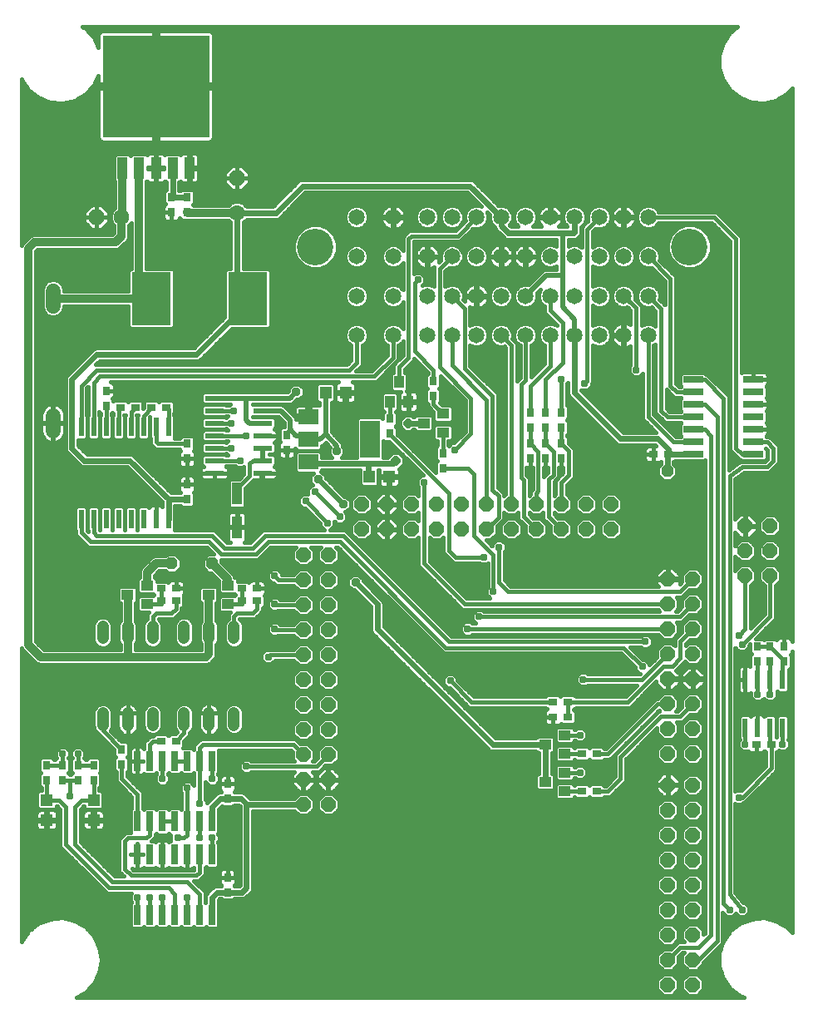
<source format=gtl>
G75*
G70*
%OFA0B0*%
%FSLAX24Y24*%
%IPPOS*%
%LPD*%
%AMOC8*
5,1,8,0,0,1.08239X$1,22.5*
%
%ADD10C,0.0650*%
%ADD11C,0.1463*%
%ADD12OC8,0.0591*%
%ADD13R,0.0800X0.0260*%
%ADD14R,0.4252X0.4098*%
%ADD15R,0.0420X0.0850*%
%ADD16OC8,0.0630*%
%ADD17C,0.0630*%
%ADD18R,0.0315X0.0354*%
%ADD19R,0.1575X0.2126*%
%ADD20C,0.0600*%
%ADD21R,0.0354X0.0315*%
%ADD22R,0.0210X0.0780*%
%ADD23R,0.0500X0.0394*%
%ADD24R,0.0260X0.0800*%
%ADD25C,0.0480*%
%ADD26R,0.0394X0.0500*%
%ADD27R,0.0780X0.0200*%
%ADD28R,0.0790X0.0590*%
%ADD29R,0.0790X0.1500*%
%ADD30R,0.0472X0.0512*%
%ADD31R,0.0394X0.0906*%
%ADD32R,0.0512X0.0472*%
%ADD33C,0.0160*%
%ADD34OC8,0.0290*%
%ADD35OC8,0.0337*%
%ADD36C,0.0200*%
%ADD37C,0.0240*%
%ADD38OC8,0.0472*%
%ADD39C,0.0320*%
%ADD40C,0.0060*%
%ADD41OC8,0.0376*%
D10*
X020993Y030401D03*
X020993Y031975D03*
X022449Y031975D03*
X023827Y031975D03*
X024811Y031975D03*
X025796Y031975D03*
X026780Y031975D03*
X027764Y031975D03*
X028748Y031975D03*
X029733Y031975D03*
X030717Y031975D03*
X031701Y031975D03*
X032685Y031975D03*
X032685Y030401D03*
X031701Y030401D03*
X030717Y030401D03*
X029733Y030401D03*
X028748Y030401D03*
X027764Y030401D03*
X026780Y030401D03*
X025796Y030401D03*
X024811Y030401D03*
X023827Y030401D03*
X022449Y030401D03*
X022449Y033550D03*
X023827Y033550D03*
X024811Y033550D03*
X025796Y033550D03*
X026780Y033550D03*
X027764Y033550D03*
X028748Y033550D03*
X029733Y033550D03*
X030717Y033550D03*
X031701Y033550D03*
X032685Y033550D03*
X032685Y035125D03*
X031701Y035125D03*
X030717Y035125D03*
X029733Y035125D03*
X028748Y035125D03*
X027764Y035125D03*
X026780Y035125D03*
X025796Y035125D03*
X024811Y035125D03*
X023827Y035125D03*
X022449Y035125D03*
X020993Y035125D03*
X020993Y033550D03*
D11*
X019339Y033944D03*
X034339Y033944D03*
D12*
X031193Y023625D03*
X031193Y022625D03*
X030193Y022625D03*
X029193Y022625D03*
X028193Y022625D03*
X027193Y022625D03*
X027193Y023625D03*
X028193Y023625D03*
X029193Y023625D03*
X030193Y023625D03*
X033470Y020631D03*
X033470Y019631D03*
X033470Y018631D03*
X034470Y018631D03*
X034470Y019631D03*
X034470Y020631D03*
X036568Y020750D03*
X037568Y020750D03*
X037568Y021750D03*
X036568Y021750D03*
X036568Y022750D03*
X037568Y022750D03*
X034470Y017631D03*
X033470Y017631D03*
X033470Y016631D03*
X033470Y015631D03*
X034470Y015631D03*
X034470Y016631D03*
X034470Y014631D03*
X033470Y014631D03*
X033470Y013631D03*
X034470Y013631D03*
X034468Y012375D03*
X033468Y012375D03*
X033468Y011375D03*
X034468Y011375D03*
X034468Y010375D03*
X033468Y010375D03*
X033468Y009375D03*
X033468Y008375D03*
X033468Y007375D03*
X034468Y007375D03*
X034468Y008375D03*
X034468Y009375D03*
X034468Y006375D03*
X033468Y006375D03*
X033468Y005375D03*
X033468Y004375D03*
X034468Y004375D03*
X034468Y005375D03*
X019856Y011588D03*
X018856Y011588D03*
X018856Y012588D03*
X018856Y013588D03*
X018856Y014588D03*
X018856Y015588D03*
X019856Y015588D03*
X019856Y014588D03*
X019856Y013588D03*
X019856Y012588D03*
X019856Y016588D03*
X019856Y017588D03*
X019856Y018588D03*
X018856Y018588D03*
X018856Y017588D03*
X018856Y016588D03*
X018856Y019588D03*
X018856Y020588D03*
X018856Y021588D03*
X019856Y021588D03*
X019856Y020588D03*
X019856Y019588D03*
X021193Y022625D03*
X021193Y023625D03*
X022193Y023625D03*
X022193Y022625D03*
X023193Y022625D03*
X023193Y023625D03*
X024193Y023625D03*
X024193Y022625D03*
X025193Y022625D03*
X025193Y023625D03*
X026193Y023625D03*
X026193Y022625D03*
D13*
X034483Y025625D03*
X034483Y026125D03*
X034483Y026625D03*
X034483Y027125D03*
X034483Y027625D03*
X034483Y028125D03*
X034483Y028625D03*
X036903Y028625D03*
X036903Y028125D03*
X036903Y027625D03*
X036903Y027125D03*
X036903Y026625D03*
X036903Y026125D03*
X036903Y025625D03*
D14*
X012943Y040375D03*
D15*
X012943Y037095D03*
X012273Y037095D03*
X011603Y037095D03*
X013613Y037095D03*
X014283Y037095D03*
D16*
X016193Y036700D03*
X010568Y035125D03*
D17*
X011568Y035125D03*
X016193Y035300D03*
D18*
X014193Y035325D03*
X014193Y035925D03*
X013568Y035925D03*
X013568Y035325D03*
X010943Y028175D03*
X010943Y027575D03*
X014193Y026050D03*
X014193Y025450D03*
X014193Y024425D03*
X014193Y023825D03*
X018193Y025800D03*
X018193Y026400D03*
X022318Y026450D03*
X022318Y027050D03*
X024068Y027950D03*
X024068Y028550D03*
X024443Y025675D03*
X024443Y025075D03*
X027943Y025450D03*
X027943Y026050D03*
X027943Y026700D03*
X027943Y027300D03*
X028568Y027300D03*
X029193Y027300D03*
X029193Y026700D03*
X028568Y026700D03*
X028568Y026050D03*
X029193Y026050D03*
X029193Y025450D03*
X028568Y025450D03*
X037068Y017925D03*
X037568Y017925D03*
X038118Y017925D03*
X038118Y017325D03*
X037568Y017325D03*
X037068Y017325D03*
X015818Y012425D03*
X015818Y011825D03*
X015818Y008675D03*
X015818Y008075D03*
X011568Y013200D03*
X011568Y013800D03*
X010443Y013175D03*
X010443Y012575D03*
X009818Y012575D03*
X009818Y013175D03*
X009193Y013175D03*
X009193Y012575D03*
X008568Y012575D03*
X008568Y013175D03*
D19*
X012764Y031875D03*
X016622Y031875D03*
D20*
X008818Y032175D02*
X008818Y031575D01*
X008818Y027175D02*
X008818Y026575D01*
D21*
X011518Y027500D03*
X012118Y027500D03*
X012768Y027500D03*
X013368Y027500D03*
X013143Y020250D03*
X013143Y019750D03*
X013743Y019750D03*
X013743Y020250D03*
X016393Y020250D03*
X016393Y019750D03*
X016993Y019750D03*
X016993Y020250D03*
X013743Y014125D03*
X013143Y014125D03*
X028868Y015100D03*
X028868Y015700D03*
X029468Y015700D03*
X029468Y015100D03*
X030018Y013625D03*
X030618Y013625D03*
X030618Y012125D03*
X030018Y012125D03*
X037018Y014000D03*
X037618Y014000D03*
X033493Y025625D03*
X032893Y025625D03*
D22*
X036568Y016595D03*
X037068Y016595D03*
X037568Y016595D03*
X038068Y016595D03*
X038068Y014655D03*
X037568Y014655D03*
X037068Y014655D03*
X036568Y014655D03*
X013443Y023025D03*
X012943Y023025D03*
X012443Y023025D03*
X011943Y023025D03*
X011443Y023025D03*
X010943Y023025D03*
X010443Y023025D03*
X009943Y023025D03*
X009943Y026725D03*
X010443Y026725D03*
X010943Y026725D03*
X011443Y026725D03*
X011943Y026725D03*
X012443Y026725D03*
X012943Y026725D03*
X013443Y026725D03*
D23*
X012587Y020374D03*
X012587Y019626D03*
X011800Y020000D03*
X015050Y020000D03*
X015837Y019626D03*
X015837Y020374D03*
X023675Y026875D03*
X024462Y026501D03*
X024462Y027249D03*
X029337Y014374D03*
X028550Y014000D03*
X029337Y013626D03*
X029337Y012874D03*
X029337Y012126D03*
X028550Y012500D03*
D24*
X015193Y013335D03*
X014693Y013335D03*
X014193Y013335D03*
X013693Y013335D03*
X013193Y013335D03*
X012693Y013335D03*
X012193Y013335D03*
X012193Y010915D03*
X012693Y010915D03*
X013193Y010915D03*
X013693Y010915D03*
X014193Y010915D03*
X014693Y010915D03*
X015193Y010915D03*
X015193Y009585D03*
X014693Y009585D03*
X014193Y009585D03*
X013693Y009585D03*
X013193Y009585D03*
X012693Y009585D03*
X012193Y009585D03*
X012193Y007165D03*
X012693Y007165D03*
X013193Y007165D03*
X013693Y007165D03*
X014193Y007165D03*
X014693Y007165D03*
X015193Y007165D03*
D25*
X015068Y014770D02*
X015068Y015250D01*
X014068Y015250D02*
X014068Y014770D01*
X012818Y014770D02*
X012818Y015250D01*
X011818Y015250D02*
X011818Y014770D01*
X010818Y014770D02*
X010818Y015250D01*
X010818Y018250D02*
X010818Y018730D01*
X011818Y018730D02*
X011818Y018250D01*
X012818Y018250D02*
X012818Y018730D01*
X014068Y018730D02*
X014068Y018250D01*
X015068Y018250D02*
X015068Y018730D01*
X016068Y018730D02*
X016068Y018250D01*
X016068Y015250D02*
X016068Y014770D01*
D26*
X022319Y027731D03*
X022693Y028519D03*
X023067Y027731D03*
D27*
X017238Y027875D03*
X017238Y027375D03*
X017238Y026875D03*
X017238Y026375D03*
X017238Y025875D03*
X017238Y025375D03*
X017238Y024875D03*
X015298Y024875D03*
X015298Y025375D03*
X015298Y025875D03*
X015298Y026375D03*
X015298Y026875D03*
X015298Y027375D03*
X015298Y027875D03*
D28*
X019053Y027115D03*
X019053Y026215D03*
X019053Y025315D03*
D29*
X021533Y026225D03*
D30*
X021493Y024725D03*
X022293Y024725D03*
X020543Y028100D03*
X019743Y028100D03*
D31*
X016193Y024054D03*
X016193Y022706D03*
D32*
X010443Y011775D03*
X010443Y010975D03*
X008568Y010975D03*
X008568Y011775D03*
D33*
X007548Y006083D02*
X007548Y017868D01*
X007564Y017830D01*
X008148Y017246D01*
X008259Y017200D01*
X015003Y017200D01*
X015113Y017246D01*
X015238Y017371D01*
X015323Y017455D01*
X015368Y017565D01*
X015368Y018013D01*
X015390Y018035D01*
X015448Y018174D01*
X015448Y018806D01*
X015689Y018806D01*
X015688Y018806D02*
X015688Y018174D01*
X015746Y018035D01*
X015853Y017928D01*
X015993Y017870D01*
X016144Y017870D01*
X016284Y017928D01*
X016390Y018035D01*
X016448Y018174D01*
X016448Y018806D01*
X017471Y018806D01*
X017408Y018743D02*
X017408Y018507D01*
X017575Y018340D01*
X017811Y018340D01*
X017839Y018368D01*
X018460Y018368D01*
X018676Y018152D01*
X019036Y018152D01*
X019291Y018407D01*
X019291Y018768D01*
X019036Y019023D01*
X018676Y019023D01*
X018460Y018807D01*
X017914Y018807D01*
X017811Y018910D01*
X017575Y018910D01*
X017408Y018743D01*
X017408Y018648D02*
X016448Y018648D01*
X016448Y018806D02*
X016390Y018945D01*
X016306Y019030D01*
X016909Y019030D01*
X017084Y019205D01*
X017213Y019334D01*
X017213Y019453D01*
X017228Y019453D01*
X017310Y019535D01*
X017310Y019965D01*
X017304Y019972D01*
X017315Y019982D01*
X017338Y020023D01*
X017350Y020069D01*
X017350Y020250D01*
X017350Y020431D01*
X017338Y020477D01*
X017315Y020518D01*
X017281Y020552D01*
X017240Y020575D01*
X017194Y020587D01*
X016993Y020587D01*
X016792Y020587D01*
X016747Y020575D01*
X016706Y020552D01*
X016672Y020518D01*
X016667Y020509D01*
X016628Y020547D01*
X016227Y020547D01*
X016227Y020629D01*
X016145Y020711D01*
X016107Y020711D01*
X016073Y020795D01*
X015570Y021298D01*
X015570Y021405D01*
X017034Y021405D01*
X017534Y021905D01*
X018558Y021905D01*
X018421Y021768D01*
X018421Y021407D01*
X018676Y021152D01*
X019036Y021152D01*
X019291Y021407D01*
X019291Y021768D01*
X019154Y021905D01*
X019558Y021905D01*
X019421Y021768D01*
X019421Y021407D01*
X019676Y021152D01*
X020036Y021152D01*
X020291Y021407D01*
X020291Y021768D01*
X020154Y021905D01*
X020227Y021905D01*
X024477Y017655D01*
X031602Y017655D01*
X032158Y017099D01*
X032158Y017007D01*
X032325Y016840D01*
X032368Y016840D01*
X032348Y016820D01*
X030251Y016820D01*
X030186Y016885D01*
X029950Y016885D01*
X029783Y016718D01*
X029783Y016482D01*
X029950Y016315D01*
X030186Y016315D01*
X030251Y016380D01*
X032237Y016380D01*
X031777Y015920D01*
X029781Y015920D01*
X029703Y015997D01*
X029233Y015997D01*
X029168Y015933D01*
X029103Y015997D01*
X028633Y015997D01*
X028556Y015920D01*
X025684Y015920D01*
X025028Y016576D01*
X025028Y016668D01*
X024861Y016835D01*
X024625Y016835D01*
X024458Y016668D01*
X024458Y016432D01*
X024625Y016265D01*
X024717Y016265D01*
X025373Y015609D01*
X025502Y015480D01*
X028556Y015480D01*
X028615Y015421D01*
X028581Y015402D01*
X028547Y015368D01*
X028523Y015327D01*
X028511Y015281D01*
X028511Y015100D01*
X028868Y015100D01*
X028511Y015100D01*
X028511Y014919D01*
X028523Y014873D01*
X028547Y014832D01*
X028581Y014798D01*
X028622Y014775D01*
X028667Y014763D01*
X028868Y014763D01*
X028868Y015100D01*
X028868Y015100D01*
X028868Y015100D01*
X028868Y014763D01*
X029069Y014763D01*
X029115Y014775D01*
X029156Y014798D01*
X029190Y014832D01*
X029195Y014841D01*
X029233Y014803D01*
X029703Y014803D01*
X029785Y014885D01*
X029785Y015315D01*
X029703Y015397D01*
X029688Y015397D01*
X029688Y015403D01*
X029703Y015403D01*
X029781Y015480D01*
X031959Y015480D01*
X032088Y015609D01*
X032995Y016516D01*
X032995Y016434D01*
X033273Y016156D01*
X033452Y016156D01*
X033452Y016613D01*
X033489Y016613D01*
X033489Y016649D01*
X033946Y016649D01*
X033946Y016828D01*
X033801Y016972D01*
X033863Y017034D01*
X034158Y017328D01*
X034290Y017196D01*
X034651Y017196D01*
X034906Y017451D01*
X034906Y017811D01*
X034651Y018066D01*
X034290Y018066D01*
X034188Y017965D01*
X034188Y018038D01*
X034346Y018196D01*
X034651Y018196D01*
X034906Y018451D01*
X034906Y018811D01*
X034651Y019066D01*
X034290Y019066D01*
X034035Y018811D01*
X034035Y018507D01*
X033877Y018349D01*
X033748Y018220D01*
X033748Y017969D01*
X033651Y018066D01*
X033290Y018066D01*
X033035Y017811D01*
X033035Y017507D01*
X032728Y017200D01*
X032728Y017243D01*
X032561Y017410D01*
X032469Y017410D01*
X031974Y017905D01*
X032385Y017905D01*
X032450Y017840D01*
X032686Y017840D01*
X032853Y018007D01*
X032853Y018243D01*
X032686Y018410D01*
X032450Y018410D01*
X032385Y018345D01*
X024784Y018345D01*
X020534Y022595D01*
X019941Y022595D01*
X020103Y022757D01*
X020103Y022937D01*
X020200Y022840D01*
X020436Y022840D01*
X020603Y023007D01*
X020603Y023243D01*
X020530Y023317D01*
X020571Y023317D01*
X020752Y023497D01*
X020752Y023753D01*
X020571Y023933D01*
X020503Y023933D01*
X019752Y024684D01*
X019752Y024753D01*
X019571Y024933D01*
X019560Y024933D01*
X019588Y024962D01*
X019588Y024990D01*
X021117Y024990D01*
X021117Y024411D01*
X021199Y024329D01*
X021788Y024329D01*
X021870Y024411D01*
X021870Y024990D01*
X021877Y024990D01*
X021877Y024763D01*
X022255Y024763D01*
X022255Y024687D01*
X021877Y024687D01*
X021877Y024445D01*
X021889Y024400D01*
X021913Y024359D01*
X021947Y024325D01*
X021988Y024301D01*
X022033Y024289D01*
X022255Y024289D01*
X022255Y024687D01*
X022331Y024687D01*
X022331Y024289D01*
X022553Y024289D01*
X022599Y024301D01*
X022640Y024325D01*
X022674Y024359D01*
X022697Y024400D01*
X022710Y024445D01*
X022710Y024687D01*
X022331Y024687D01*
X022331Y024763D01*
X022710Y024763D01*
X022710Y025005D01*
X022698Y025047D01*
X022704Y025047D01*
X022896Y025239D01*
X022896Y025511D01*
X022704Y025703D01*
X022432Y025703D01*
X022240Y025511D01*
X022240Y025510D01*
X022068Y025510D01*
X022068Y026167D01*
X022103Y026133D01*
X022299Y026133D01*
X023647Y024785D01*
X023575Y024785D01*
X023408Y024618D01*
X023408Y024382D01*
X023473Y024317D01*
X023473Y023961D01*
X023374Y024060D01*
X023013Y024060D01*
X022758Y023805D01*
X022758Y023445D01*
X023013Y023190D01*
X023374Y023190D01*
X023473Y023289D01*
X023473Y022961D01*
X023374Y023060D01*
X023013Y023060D01*
X022758Y022805D01*
X022758Y022445D01*
X023013Y022190D01*
X023374Y022190D01*
X023473Y022289D01*
X023473Y021159D01*
X023602Y021030D01*
X025092Y019540D01*
X025221Y019411D01*
X033075Y019411D01*
X033141Y019345D01*
X026076Y019345D01*
X026011Y019410D01*
X025775Y019410D01*
X025608Y019243D01*
X025608Y019007D01*
X025764Y018851D01*
X025620Y018851D01*
X025555Y018916D01*
X025319Y018916D01*
X025152Y018749D01*
X025152Y018513D01*
X025319Y018346D01*
X025555Y018346D01*
X025620Y018411D01*
X033075Y018411D01*
X033290Y018196D01*
X033651Y018196D01*
X033906Y018451D01*
X033906Y018811D01*
X033812Y018905D01*
X034034Y018905D01*
X034163Y019034D01*
X034325Y019196D01*
X034651Y019196D01*
X034906Y019451D01*
X034906Y019811D01*
X034651Y020066D01*
X034290Y020066D01*
X034035Y019811D01*
X034035Y019528D01*
X033852Y019345D01*
X033800Y019345D01*
X033906Y019451D01*
X033906Y019811D01*
X033812Y019905D01*
X034034Y019905D01*
X034163Y020034D01*
X034325Y020196D01*
X034651Y020196D01*
X034906Y020451D01*
X034906Y020811D01*
X034651Y021066D01*
X034290Y021066D01*
X034035Y020811D01*
X034035Y020528D01*
X033946Y020438D01*
X033946Y020613D01*
X033489Y020613D01*
X033489Y020649D01*
X033946Y020649D01*
X033946Y020828D01*
X033667Y021106D01*
X033489Y021106D01*
X033489Y020649D01*
X033452Y020649D01*
X033452Y020613D01*
X032995Y020613D01*
X032995Y020434D01*
X033084Y020345D01*
X027159Y020345D01*
X026913Y020591D01*
X026913Y021717D01*
X026978Y021782D01*
X026978Y022018D01*
X026811Y022185D01*
X026575Y022185D01*
X026408Y022018D01*
X026408Y021971D01*
X026190Y022190D01*
X026374Y022190D01*
X026629Y022445D01*
X026629Y022749D01*
X026772Y022893D01*
X026901Y023021D01*
X026901Y023302D01*
X027013Y023190D01*
X027374Y023190D01*
X027473Y023289D01*
X027473Y023034D01*
X027758Y022749D01*
X027758Y022445D01*
X028013Y022190D01*
X028374Y022190D01*
X028629Y022445D01*
X028629Y022805D01*
X028374Y023060D01*
X028069Y023060D01*
X027913Y023216D01*
X027913Y023289D01*
X028013Y023190D01*
X028374Y023190D01*
X028473Y023289D01*
X028473Y023034D01*
X028758Y022749D01*
X028758Y022445D01*
X029013Y022190D01*
X029374Y022190D01*
X029629Y022445D01*
X029629Y022805D01*
X029374Y023060D01*
X029069Y023060D01*
X028913Y023216D01*
X028913Y023289D01*
X029013Y023190D01*
X029374Y023190D01*
X029629Y023445D01*
X029629Y023805D01*
X029413Y024021D01*
X029413Y024409D01*
X029713Y024709D01*
X029713Y025841D01*
X029584Y025970D01*
X029491Y026064D01*
X029491Y026285D01*
X029413Y026363D01*
X029413Y026387D01*
X029491Y026465D01*
X029491Y026935D01*
X029426Y027000D01*
X029491Y027065D01*
X029491Y027535D01*
X029413Y027613D01*
X029413Y028454D01*
X029473Y028514D01*
X029473Y028034D01*
X029512Y027938D01*
X031348Y026103D01*
X031421Y026030D01*
X031517Y025990D01*
X032961Y025990D01*
X032988Y025962D01*
X032893Y025962D01*
X032692Y025962D01*
X032647Y025950D01*
X032606Y025927D01*
X032572Y025893D01*
X032548Y025852D01*
X032536Y025806D01*
X032536Y025625D01*
X032536Y025444D01*
X032548Y025398D01*
X032572Y025357D01*
X032606Y025323D01*
X032647Y025300D01*
X032692Y025288D01*
X032893Y025288D01*
X032893Y025625D01*
X032536Y025625D01*
X032893Y025625D01*
X032893Y025625D01*
X032893Y025625D01*
X032893Y025962D01*
X032893Y025625D01*
X032893Y025625D01*
X032893Y025288D01*
X033094Y025288D01*
X033140Y025300D01*
X033181Y025323D01*
X033183Y025326D01*
X033183Y025222D01*
X033067Y025106D01*
X033067Y024794D01*
X033287Y024574D01*
X033599Y024574D01*
X033820Y024794D01*
X033820Y025106D01*
X033703Y025222D01*
X033703Y025328D01*
X033728Y025328D01*
X033766Y025365D01*
X034015Y025365D01*
X034025Y025355D01*
X034941Y025355D01*
X034973Y025387D01*
X034973Y006466D01*
X034904Y006396D01*
X034904Y006555D01*
X034649Y006810D01*
X034288Y006810D01*
X034033Y006555D01*
X034033Y006195D01*
X034133Y006095D01*
X033877Y006095D01*
X033748Y005966D01*
X033592Y005810D01*
X033288Y005810D01*
X033033Y005555D01*
X033033Y005195D01*
X033288Y004940D01*
X033649Y004940D01*
X033904Y005195D01*
X033904Y005499D01*
X034059Y005655D01*
X034133Y005655D01*
X034033Y005555D01*
X034033Y005195D01*
X034288Y004940D01*
X034649Y004940D01*
X034904Y005195D01*
X034904Y005274D01*
X035656Y006026D01*
X035532Y005625D01*
X035532Y005125D01*
X035680Y004646D01*
X035962Y004232D01*
X036353Y003920D01*
X036353Y003920D01*
X036519Y003855D01*
X009758Y003855D01*
X010116Y004062D01*
X010456Y004429D01*
X010674Y004880D01*
X010748Y005375D01*
X010674Y005870D01*
X010674Y005870D01*
X010456Y006321D01*
X010456Y006321D01*
X010116Y006688D01*
X009682Y006939D01*
X009194Y007050D01*
X009194Y007050D01*
X008694Y007013D01*
X008228Y006830D01*
X007837Y006518D01*
X007837Y006518D01*
X007837Y006518D01*
X007555Y006104D01*
X007548Y006083D01*
X007555Y006104D02*
X007555Y006104D01*
X007548Y006126D02*
X007570Y006126D01*
X007548Y006285D02*
X007678Y006285D01*
X007786Y006443D02*
X007548Y006443D01*
X007548Y006602D02*
X007942Y006602D01*
X008141Y006760D02*
X007548Y006760D01*
X007548Y006919D02*
X008454Y006919D01*
X008228Y006830D02*
X008228Y006830D01*
X008694Y007013D02*
X008694Y007013D01*
X007548Y007077D02*
X011923Y007077D01*
X011923Y006919D02*
X009717Y006919D01*
X009682Y006939D02*
X009682Y006939D01*
X009992Y006760D02*
X011923Y006760D01*
X011923Y006707D02*
X012005Y006625D01*
X012381Y006625D01*
X012443Y006687D01*
X012505Y006625D01*
X012881Y006625D01*
X012943Y006687D01*
X013005Y006625D01*
X013381Y006625D01*
X013443Y006687D01*
X013505Y006625D01*
X013881Y006625D01*
X013943Y006687D01*
X014005Y006625D01*
X014381Y006625D01*
X014443Y006687D01*
X014505Y006625D01*
X014881Y006625D01*
X014943Y006687D01*
X015005Y006625D01*
X015381Y006625D01*
X015463Y006707D01*
X015463Y007623D01*
X015453Y007633D01*
X015453Y007767D01*
X015501Y007815D01*
X015546Y007815D01*
X015603Y007758D01*
X016034Y007758D01*
X016091Y007815D01*
X016445Y007815D01*
X016541Y007855D01*
X016716Y008030D01*
X016789Y008103D01*
X016828Y008198D01*
X016828Y011328D01*
X018500Y011328D01*
X018676Y011152D01*
X019036Y011152D01*
X019291Y011407D01*
X019291Y011768D01*
X019036Y012023D01*
X018676Y012023D01*
X018500Y011847D01*
X016714Y011847D01*
X016589Y011972D01*
X016516Y012045D01*
X016420Y012085D01*
X016091Y012085D01*
X016077Y012099D01*
X016086Y012104D01*
X016120Y012137D01*
X016144Y012178D01*
X016156Y012224D01*
X016156Y012425D01*
X016156Y012626D01*
X016144Y012672D01*
X016120Y012713D01*
X016086Y012746D01*
X016045Y012770D01*
X016000Y012782D01*
X015818Y012782D01*
X015637Y012782D01*
X015591Y012770D01*
X015550Y012746D01*
X015517Y012713D01*
X015493Y012672D01*
X015481Y012626D01*
X015481Y012425D01*
X015481Y012224D01*
X015493Y012178D01*
X015517Y012137D01*
X015550Y012104D01*
X015559Y012099D01*
X015546Y012085D01*
X015467Y012085D01*
X015371Y012045D01*
X015298Y011972D01*
X014978Y011653D01*
X014978Y011743D01*
X014913Y011808D01*
X014913Y012502D01*
X015075Y012340D01*
X015311Y012340D01*
X015478Y012507D01*
X015478Y012743D01*
X015413Y012808D01*
X015413Y012827D01*
X015463Y012877D01*
X015463Y013780D01*
X018352Y013780D01*
X018421Y013712D01*
X018421Y013407D01*
X018483Y013345D01*
X016751Y013345D01*
X016686Y013410D01*
X016450Y013410D01*
X016283Y013243D01*
X016283Y013007D01*
X016450Y012840D01*
X016686Y012840D01*
X016751Y012905D01*
X018501Y012905D01*
X018381Y012784D01*
X018381Y012606D01*
X018837Y012606D01*
X018837Y012569D01*
X018381Y012569D01*
X018381Y012391D01*
X018659Y012112D01*
X018837Y012112D01*
X018837Y012569D01*
X018874Y012569D01*
X018874Y012112D01*
X019053Y012112D01*
X019331Y012391D01*
X019331Y012569D01*
X018874Y012569D01*
X018874Y012606D01*
X019331Y012606D01*
X019331Y012784D01*
X019210Y012905D01*
X019484Y012905D01*
X019613Y013034D01*
X019732Y013152D01*
X020036Y013152D01*
X020291Y013407D01*
X020291Y013768D01*
X020036Y014023D01*
X019676Y014023D01*
X019421Y013768D01*
X019421Y013463D01*
X019302Y013345D01*
X019229Y013345D01*
X019291Y013407D01*
X019291Y013768D01*
X019036Y014023D01*
X018732Y014023D01*
X018534Y014220D01*
X014727Y014220D01*
X014598Y014091D01*
X014473Y013966D01*
X014473Y013843D01*
X014443Y013813D01*
X014381Y013875D01*
X014026Y013875D01*
X014060Y013910D01*
X014060Y014131D01*
X014159Y014230D01*
X014288Y014359D01*
X014288Y014453D01*
X014390Y014555D01*
X014448Y014694D01*
X014448Y015326D01*
X014390Y015465D01*
X014284Y015572D01*
X014144Y015630D01*
X013993Y015630D01*
X013853Y015572D01*
X013746Y015465D01*
X013688Y015326D01*
X013688Y014694D01*
X013746Y014555D01*
X013804Y014497D01*
X013730Y014422D01*
X013508Y014422D01*
X013443Y014358D01*
X013378Y014422D01*
X012972Y014422D01*
X013034Y014448D01*
X013140Y014555D01*
X013198Y014694D01*
X013198Y015326D01*
X013140Y015465D01*
X013034Y015572D01*
X012894Y015630D01*
X012743Y015630D01*
X012603Y015572D01*
X012496Y015465D01*
X012438Y015326D01*
X012438Y014694D01*
X012496Y014555D01*
X012603Y014448D01*
X012743Y014390D01*
X012876Y014390D01*
X012831Y014345D01*
X012727Y014345D01*
X012602Y014220D01*
X012473Y014091D01*
X012473Y013843D01*
X012470Y013840D01*
X012467Y013846D01*
X012434Y013879D01*
X012393Y013903D01*
X012347Y013915D01*
X012193Y013915D01*
X012040Y013915D01*
X011994Y013903D01*
X011953Y013879D01*
X011919Y013846D01*
X011896Y013804D01*
X011883Y013759D01*
X011883Y013335D01*
X011883Y012911D01*
X011896Y012866D01*
X011919Y012824D01*
X011953Y012791D01*
X011994Y012767D01*
X012040Y012755D01*
X012193Y012755D01*
X012193Y013335D01*
X011883Y013335D01*
X012193Y013335D01*
X012193Y013335D01*
X012193Y013335D01*
X012193Y013915D01*
X012193Y013335D01*
X012193Y013335D01*
X012193Y012755D01*
X012347Y012755D01*
X012393Y012767D01*
X012434Y012791D01*
X012467Y012824D01*
X012470Y012830D01*
X012505Y012795D01*
X012881Y012795D01*
X012943Y012857D01*
X012973Y012827D01*
X012973Y012808D01*
X012908Y012743D01*
X012908Y012507D01*
X013075Y012340D01*
X013311Y012340D01*
X013478Y012507D01*
X013478Y012743D01*
X013413Y012808D01*
X013413Y012827D01*
X013443Y012857D01*
X013505Y012795D01*
X013881Y012795D01*
X013943Y012857D01*
X014005Y012795D01*
X014381Y012795D01*
X014443Y012857D01*
X014473Y012827D01*
X014473Y012373D01*
X014311Y012535D01*
X014075Y012535D01*
X013908Y012368D01*
X013908Y012132D01*
X013973Y012067D01*
X013973Y011423D01*
X013943Y011393D01*
X013881Y011455D01*
X013505Y011455D01*
X013443Y011393D01*
X013381Y011455D01*
X013005Y011455D01*
X012943Y011393D01*
X012881Y011455D01*
X012505Y011455D01*
X012443Y011393D01*
X012413Y011423D01*
X012413Y012091D01*
X011788Y012716D01*
X011788Y012887D01*
X011866Y012965D01*
X011866Y013435D01*
X011801Y013500D01*
X011866Y013565D01*
X011866Y014035D01*
X011784Y014117D01*
X011562Y014117D01*
X011133Y014547D01*
X011140Y014555D01*
X011198Y014694D01*
X011198Y015326D01*
X011140Y015465D01*
X011034Y015572D01*
X010894Y015630D01*
X010743Y015630D01*
X010603Y015572D01*
X010496Y015465D01*
X010438Y015326D01*
X010438Y014694D01*
X010496Y014555D01*
X010603Y014448D01*
X010614Y014443D01*
X010727Y014330D01*
X011271Y013786D01*
X011271Y013565D01*
X011336Y013500D01*
X011271Y013435D01*
X011271Y012965D01*
X011348Y012887D01*
X011348Y012534D01*
X011477Y012405D01*
X011973Y011909D01*
X011973Y011423D01*
X011923Y011373D01*
X011923Y010470D01*
X011727Y010470D01*
X011598Y010341D01*
X011473Y010216D01*
X011473Y008909D01*
X011602Y008780D01*
X011662Y008720D01*
X011284Y008720D01*
X009913Y010091D01*
X009913Y011409D01*
X010047Y011543D01*
X010047Y011481D01*
X010129Y011399D01*
X010757Y011399D01*
X010839Y011481D01*
X010839Y012069D01*
X010757Y012151D01*
X010663Y012151D01*
X010663Y012262D01*
X010741Y012340D01*
X010741Y012810D01*
X010676Y012875D01*
X010741Y012940D01*
X010741Y013410D01*
X010659Y013492D01*
X010228Y013492D01*
X010146Y013410D01*
X010146Y013395D01*
X010116Y013395D01*
X010116Y013410D01*
X010061Y013465D01*
X010103Y013507D01*
X010103Y013743D01*
X009936Y013910D01*
X009700Y013910D01*
X009533Y013743D01*
X009533Y013507D01*
X009575Y013465D01*
X009521Y013410D01*
X009521Y012940D01*
X009586Y012875D01*
X009521Y012810D01*
X009521Y012795D01*
X009491Y012795D01*
X009491Y012810D01*
X009426Y012875D01*
X009491Y012940D01*
X009491Y013410D01*
X009436Y013465D01*
X009478Y013507D01*
X009478Y013743D01*
X009311Y013910D01*
X009075Y013910D01*
X008908Y013743D01*
X008908Y013507D01*
X008950Y013465D01*
X008896Y013410D01*
X008896Y013395D01*
X008866Y013395D01*
X008866Y013410D01*
X008784Y013492D01*
X008353Y013492D01*
X008271Y013410D01*
X008271Y012940D01*
X008336Y012875D01*
X008271Y012810D01*
X008271Y012340D01*
X008348Y012262D01*
X008348Y012151D01*
X008254Y012151D01*
X008172Y012069D01*
X008172Y011481D01*
X008254Y011399D01*
X008882Y011399D01*
X008964Y011481D01*
X008964Y011543D01*
X009098Y011409D01*
X009098Y009909D01*
X010848Y008159D01*
X010977Y008030D01*
X011945Y008030D01*
X011908Y007993D01*
X011908Y007757D01*
X011973Y007692D01*
X011973Y007673D01*
X011923Y007623D01*
X011923Y006707D01*
X011923Y007236D02*
X007548Y007236D01*
X007548Y007394D02*
X011923Y007394D01*
X011923Y007553D02*
X007548Y007553D01*
X007548Y007711D02*
X011954Y007711D01*
X011908Y007870D02*
X007548Y007870D01*
X007548Y008028D02*
X011943Y008028D01*
X012193Y007875D02*
X012193Y007165D01*
X012693Y007165D02*
X012693Y007875D01*
X013193Y007875D02*
X013193Y007165D01*
X013693Y007165D02*
X013693Y008000D01*
X013443Y008250D01*
X011068Y008250D01*
X009318Y010000D01*
X009318Y011500D01*
X009043Y011775D01*
X008568Y011775D01*
X008568Y012575D01*
X008271Y012625D02*
X007548Y012625D01*
X007548Y012783D02*
X008271Y012783D01*
X008271Y012942D02*
X007548Y012942D01*
X007548Y013100D02*
X008271Y013100D01*
X008271Y013259D02*
X007548Y013259D01*
X007548Y013417D02*
X008278Y013417D01*
X008568Y013175D02*
X009193Y013175D01*
X009193Y013625D01*
X008908Y013576D02*
X007548Y013576D01*
X007548Y013734D02*
X008908Y013734D01*
X009058Y013893D02*
X007548Y013893D01*
X007548Y014051D02*
X011006Y014051D01*
X010848Y014210D02*
X007548Y014210D01*
X007548Y014368D02*
X010689Y014368D01*
X010818Y014550D02*
X010818Y015250D01*
X010508Y015478D02*
X007548Y015478D01*
X007548Y015636D02*
X011651Y015636D01*
X011657Y015639D02*
X011598Y015609D01*
X011545Y015570D01*
X011498Y015524D01*
X011459Y015470D01*
X011429Y015411D01*
X011409Y015348D01*
X011398Y015283D01*
X011398Y015250D01*
X011398Y014737D01*
X011409Y014672D01*
X011429Y014609D01*
X011459Y014550D01*
X011498Y014496D01*
X011545Y014450D01*
X011598Y014411D01*
X011657Y014381D01*
X011720Y014360D01*
X011785Y014350D01*
X011818Y014350D01*
X011818Y015250D01*
X011398Y015250D01*
X011818Y015250D01*
X011818Y015250D01*
X011818Y015670D01*
X011785Y015670D01*
X011720Y015660D01*
X011657Y015639D01*
X011818Y015636D02*
X011818Y015636D01*
X011818Y015670D02*
X011818Y015250D01*
X011818Y015250D01*
X011818Y015250D01*
X011818Y014350D01*
X011851Y014350D01*
X011917Y014360D01*
X011980Y014381D01*
X012038Y014411D01*
X012092Y014450D01*
X012139Y014496D01*
X012178Y014550D01*
X012208Y014609D01*
X012228Y014672D01*
X012238Y014737D01*
X012238Y015250D01*
X011818Y015250D01*
X012238Y015250D01*
X012238Y015283D01*
X012228Y015348D01*
X012208Y015411D01*
X012178Y015470D01*
X012139Y015524D01*
X012092Y015570D01*
X012038Y015609D01*
X011980Y015639D01*
X011917Y015660D01*
X011851Y015670D01*
X011818Y015670D01*
X011986Y015636D02*
X014901Y015636D01*
X014907Y015639D02*
X014848Y015609D01*
X014795Y015570D01*
X014748Y015524D01*
X014709Y015470D01*
X014679Y015411D01*
X014659Y015348D01*
X014648Y015283D01*
X014648Y015250D01*
X014648Y014737D01*
X014659Y014672D01*
X014679Y014609D01*
X014709Y014550D01*
X014748Y014496D01*
X014795Y014450D01*
X014848Y014411D01*
X014907Y014381D01*
X014970Y014360D01*
X015035Y014350D01*
X015068Y014350D01*
X015068Y015250D01*
X014648Y015250D01*
X015068Y015250D01*
X015068Y015250D01*
X015068Y015670D01*
X015035Y015670D01*
X014970Y015660D01*
X014907Y015639D01*
X015068Y015636D02*
X015068Y015636D01*
X015068Y015670D02*
X015068Y015250D01*
X015068Y015250D01*
X015068Y015250D01*
X015068Y014350D01*
X015101Y014350D01*
X015167Y014360D01*
X015230Y014381D01*
X015288Y014411D01*
X015342Y014450D01*
X015389Y014496D01*
X015428Y014550D01*
X015458Y014609D01*
X015478Y014672D01*
X015488Y014737D01*
X015488Y015250D01*
X015068Y015250D01*
X015488Y015250D01*
X015488Y015283D01*
X015478Y015348D01*
X015458Y015411D01*
X015428Y015470D01*
X015389Y015524D01*
X015342Y015570D01*
X015288Y015609D01*
X015230Y015639D01*
X015167Y015660D01*
X015101Y015670D01*
X015068Y015670D01*
X015236Y015636D02*
X018421Y015636D01*
X018421Y015768D02*
X018421Y015407D01*
X018676Y015152D01*
X019036Y015152D01*
X019291Y015407D01*
X019291Y015768D01*
X019036Y016023D01*
X018676Y016023D01*
X018421Y015768D01*
X018447Y015795D02*
X007548Y015795D01*
X007548Y015953D02*
X018606Y015953D01*
X018676Y016152D02*
X019036Y016152D01*
X019291Y016407D01*
X019291Y016768D01*
X019036Y017023D01*
X018676Y017023D01*
X018421Y016768D01*
X018421Y016407D01*
X018676Y016152D01*
X018558Y016270D02*
X007548Y016270D01*
X007548Y016112D02*
X023964Y016112D01*
X023806Y016270D02*
X020154Y016270D01*
X020036Y016152D02*
X020291Y016407D01*
X020291Y016768D01*
X020036Y017023D01*
X019676Y017023D01*
X019421Y016768D01*
X019421Y016407D01*
X019676Y016152D01*
X020036Y016152D01*
X020036Y016023D02*
X019676Y016023D01*
X019421Y015768D01*
X019421Y015407D01*
X019676Y015152D01*
X020036Y015152D01*
X020291Y015407D01*
X020291Y015768D01*
X020036Y016023D01*
X020106Y015953D02*
X024123Y015953D01*
X024281Y015795D02*
X020264Y015795D01*
X020291Y015636D02*
X024440Y015636D01*
X024598Y015478D02*
X020291Y015478D01*
X020203Y015319D02*
X024757Y015319D01*
X024915Y015161D02*
X020044Y015161D01*
X020036Y015023D02*
X019676Y015023D01*
X019421Y014768D01*
X019421Y014407D01*
X019676Y014152D01*
X020036Y014152D01*
X020291Y014407D01*
X020291Y014768D01*
X020036Y015023D01*
X020057Y015002D02*
X025074Y015002D01*
X025232Y014844D02*
X020215Y014844D01*
X020291Y014685D02*
X025391Y014685D01*
X025549Y014527D02*
X020291Y014527D01*
X020252Y014368D02*
X025708Y014368D01*
X025866Y014210D02*
X020093Y014210D01*
X020166Y013893D02*
X026183Y013893D01*
X026223Y013853D02*
X026223Y013853D01*
X021671Y018405D01*
X021671Y018405D01*
X021598Y018478D01*
X021558Y018573D01*
X021558Y019517D01*
X020884Y020192D01*
X020816Y020192D01*
X020635Y020372D01*
X020635Y020628D01*
X020816Y020808D01*
X021071Y020808D01*
X021252Y020628D01*
X021252Y020559D01*
X022039Y019772D01*
X022078Y019677D01*
X022078Y018733D01*
X026551Y014260D01*
X028165Y014260D01*
X028242Y014337D01*
X028858Y014337D01*
X028940Y014255D01*
X028940Y013745D01*
X028858Y013663D01*
X028810Y013663D01*
X028810Y012837D01*
X028858Y012837D01*
X028940Y012755D01*
X028940Y012245D01*
X028858Y012163D01*
X028242Y012163D01*
X028160Y012245D01*
X028160Y012755D01*
X028242Y012837D01*
X028290Y012837D01*
X028290Y013663D01*
X028242Y013663D01*
X028165Y013740D01*
X026392Y013740D01*
X026296Y013780D01*
X026223Y013853D01*
X026025Y014051D02*
X018703Y014051D01*
X018676Y014152D02*
X019036Y014152D01*
X019291Y014407D01*
X019291Y014768D01*
X019036Y015023D01*
X018676Y015023D01*
X018421Y014768D01*
X018421Y014407D01*
X018676Y014152D01*
X018618Y014210D02*
X018545Y014210D01*
X018460Y014368D02*
X015190Y014368D01*
X015068Y014368D02*
X015068Y014368D01*
X014946Y014368D02*
X014288Y014368D01*
X014362Y014527D02*
X014726Y014527D01*
X014657Y014685D02*
X014444Y014685D01*
X014448Y014844D02*
X014648Y014844D01*
X014648Y015002D02*
X014448Y015002D01*
X014448Y015161D02*
X014648Y015161D01*
X014654Y015319D02*
X014448Y015319D01*
X014378Y015478D02*
X014714Y015478D01*
X015068Y015478D02*
X015068Y015478D01*
X015068Y015319D02*
X015068Y015319D01*
X015068Y015250D02*
X015068Y015250D01*
X015068Y015161D02*
X015068Y015161D01*
X015068Y015002D02*
X015068Y015002D01*
X015068Y014844D02*
X015068Y014844D01*
X015068Y014685D02*
X015068Y014685D01*
X015068Y014527D02*
X015068Y014527D01*
X015411Y014527D02*
X015774Y014527D01*
X015746Y014555D02*
X015853Y014448D01*
X015993Y014390D01*
X016144Y014390D01*
X016284Y014448D01*
X016390Y014555D01*
X016448Y014694D01*
X016448Y015326D01*
X016390Y015465D01*
X016284Y015572D01*
X016144Y015630D01*
X015993Y015630D01*
X015853Y015572D01*
X015746Y015465D01*
X015688Y015326D01*
X015688Y014694D01*
X015746Y014555D01*
X015692Y014685D02*
X015480Y014685D01*
X015488Y014844D02*
X015688Y014844D01*
X015688Y015002D02*
X015488Y015002D01*
X015488Y015161D02*
X015688Y015161D01*
X015688Y015319D02*
X015483Y015319D01*
X015422Y015478D02*
X015758Y015478D01*
X016378Y015478D02*
X018421Y015478D01*
X018509Y015319D02*
X016448Y015319D01*
X016448Y015161D02*
X018667Y015161D01*
X018655Y015002D02*
X016448Y015002D01*
X016448Y014844D02*
X018496Y014844D01*
X018421Y014685D02*
X016444Y014685D01*
X016362Y014527D02*
X018421Y014527D01*
X018443Y014000D02*
X018856Y013588D01*
X019166Y013893D02*
X019545Y013893D01*
X019421Y013734D02*
X019291Y013734D01*
X019291Y013576D02*
X019421Y013576D01*
X019374Y013417D02*
X019291Y013417D01*
X019393Y013125D02*
X019856Y013588D01*
X020291Y013576D02*
X028290Y013576D01*
X028290Y013417D02*
X020291Y013417D01*
X020142Y013259D02*
X028290Y013259D01*
X028290Y013100D02*
X019679Y013100D01*
X019659Y013063D02*
X019381Y012784D01*
X019381Y012606D01*
X019837Y012606D01*
X019837Y012569D01*
X019381Y012569D01*
X019381Y012391D01*
X019659Y012112D01*
X019837Y012112D01*
X019837Y012569D01*
X019874Y012569D01*
X019874Y012112D01*
X020053Y012112D01*
X020331Y012391D01*
X020331Y012569D01*
X019874Y012569D01*
X019874Y012606D01*
X019837Y012606D01*
X019837Y013063D01*
X019659Y013063D01*
X019613Y013034D02*
X019613Y013034D01*
X019538Y012942D02*
X019521Y012942D01*
X019381Y012783D02*
X019331Y012783D01*
X019331Y012625D02*
X019381Y012625D01*
X019381Y012466D02*
X019331Y012466D01*
X019248Y012308D02*
X019464Y012308D01*
X019622Y012149D02*
X019089Y012149D01*
X019068Y011991D02*
X019643Y011991D01*
X019676Y012023D02*
X019421Y011768D01*
X019421Y011407D01*
X019676Y011152D01*
X020036Y011152D01*
X020291Y011407D01*
X020291Y011768D01*
X020036Y012023D01*
X019676Y012023D01*
X019837Y012149D02*
X019874Y012149D01*
X019874Y012308D02*
X019837Y012308D01*
X019837Y012466D02*
X019874Y012466D01*
X019874Y012606D02*
X020331Y012606D01*
X020331Y012784D01*
X020053Y013063D01*
X019874Y013063D01*
X019874Y012606D01*
X019874Y012625D02*
X019837Y012625D01*
X019837Y012783D02*
X019874Y012783D01*
X019874Y012942D02*
X019837Y012942D01*
X020174Y012942D02*
X028290Y012942D01*
X028188Y012783D02*
X020331Y012783D01*
X020331Y012625D02*
X028160Y012625D01*
X028160Y012466D02*
X020331Y012466D01*
X020248Y012308D02*
X028160Y012308D01*
X028911Y012783D02*
X028947Y012783D01*
X028940Y012625D02*
X028947Y012625D01*
X028947Y012619D02*
X029029Y012537D01*
X029645Y012537D01*
X029727Y012619D01*
X029727Y012655D01*
X029760Y012655D01*
X029825Y012590D01*
X030061Y012590D01*
X030228Y012757D01*
X030228Y012993D01*
X030061Y013160D01*
X029825Y013160D01*
X029760Y013095D01*
X029727Y013095D01*
X029727Y013129D01*
X029645Y013211D01*
X029029Y013211D01*
X028947Y013129D01*
X028947Y012619D01*
X028940Y012466D02*
X031098Y012466D01*
X030977Y012345D02*
X030931Y012345D01*
X030853Y012422D01*
X030383Y012422D01*
X030318Y012358D01*
X030253Y012422D01*
X029783Y012422D01*
X029727Y012366D01*
X029727Y012381D01*
X029645Y012463D01*
X029029Y012463D01*
X028947Y012381D01*
X028947Y011871D01*
X029029Y011789D01*
X029645Y011789D01*
X029727Y011871D01*
X029727Y011884D01*
X029783Y011828D01*
X030253Y011828D01*
X030318Y011892D01*
X030383Y011828D01*
X030853Y011828D01*
X030931Y011905D01*
X031159Y011905D01*
X031288Y012034D01*
X031788Y012534D01*
X031788Y013409D01*
X033035Y014656D01*
X033035Y014451D01*
X033290Y014196D01*
X033651Y014196D01*
X033906Y014451D01*
X033906Y014811D01*
X033812Y014905D01*
X034055Y014905D01*
X034184Y015034D01*
X034346Y015196D01*
X034651Y015196D01*
X034906Y015451D01*
X034906Y015811D01*
X034651Y016066D01*
X034290Y016066D01*
X034035Y015811D01*
X034035Y015507D01*
X033873Y015345D01*
X033800Y015345D01*
X033906Y015451D01*
X033906Y015811D01*
X033651Y016066D01*
X033290Y016066D01*
X033069Y015845D01*
X032977Y015845D01*
X030977Y013845D01*
X030931Y013845D01*
X030853Y013922D01*
X030383Y013922D01*
X030318Y013858D01*
X030253Y013922D01*
X029783Y013922D01*
X029727Y013866D01*
X029727Y013881D01*
X029645Y013963D01*
X029029Y013963D01*
X028947Y013881D01*
X028947Y013371D01*
X029029Y013289D01*
X029645Y013289D01*
X029727Y013371D01*
X029727Y013384D01*
X029783Y013328D01*
X030253Y013328D01*
X030318Y013392D01*
X030383Y013328D01*
X030853Y013328D01*
X030931Y013405D01*
X031159Y013405D01*
X031288Y013534D01*
X033120Y015366D01*
X033141Y015345D01*
X033102Y015345D01*
X031477Y013720D01*
X031348Y013591D01*
X031348Y012716D01*
X030977Y012345D01*
X031068Y012125D02*
X030618Y012125D01*
X030379Y011832D02*
X030258Y011832D01*
X030018Y012125D02*
X030017Y012126D01*
X029337Y012126D01*
X028947Y012149D02*
X020089Y012149D01*
X020068Y011991D02*
X028947Y011991D01*
X028986Y011832D02*
X020227Y011832D01*
X020291Y011674D02*
X033151Y011674D01*
X033033Y011555D02*
X033033Y011195D01*
X033288Y010940D01*
X033649Y010940D01*
X033904Y011195D01*
X033904Y011555D01*
X033649Y011810D01*
X033288Y011810D01*
X033033Y011555D01*
X033033Y011515D02*
X020291Y011515D01*
X020240Y011357D02*
X033033Y011357D01*
X033033Y011198D02*
X020082Y011198D01*
X019630Y011198D02*
X019082Y011198D01*
X019240Y011357D02*
X019471Y011357D01*
X019421Y011515D02*
X019291Y011515D01*
X019291Y011674D02*
X019421Y011674D01*
X019485Y011832D02*
X019227Y011832D01*
X018874Y012149D02*
X018837Y012149D01*
X018837Y012308D02*
X018874Y012308D01*
X018874Y012466D02*
X018837Y012466D01*
X018622Y012149D02*
X016127Y012149D01*
X016156Y012308D02*
X018464Y012308D01*
X018381Y012466D02*
X016156Y012466D01*
X016156Y012425D02*
X015818Y012425D01*
X015481Y012425D01*
X015818Y012425D01*
X015818Y012425D01*
X015818Y012782D01*
X015818Y012425D01*
X015818Y012425D01*
X015818Y012425D01*
X016156Y012425D01*
X016156Y012625D02*
X018381Y012625D01*
X018381Y012783D02*
X015438Y012783D01*
X015463Y012942D02*
X016349Y012942D01*
X016283Y013100D02*
X015463Y013100D01*
X015463Y013259D02*
X016299Y013259D01*
X016568Y013125D02*
X019393Y013125D01*
X018421Y013417D02*
X015463Y013417D01*
X015463Y013576D02*
X018421Y013576D01*
X018398Y013734D02*
X015463Y013734D01*
X015193Y013335D02*
X015193Y012625D01*
X015478Y012625D02*
X015481Y012625D01*
X015481Y012466D02*
X015437Y012466D01*
X015481Y012308D02*
X014913Y012308D01*
X014913Y012466D02*
X014949Y012466D01*
X014913Y012149D02*
X015510Y012149D01*
X015316Y011991D02*
X014913Y011991D01*
X014913Y011832D02*
X015158Y011832D01*
X014999Y011674D02*
X014978Y011674D01*
X014693Y011625D02*
X014693Y013335D01*
X014693Y013875D01*
X014818Y014000D01*
X018443Y014000D01*
X019093Y014210D02*
X019618Y014210D01*
X019460Y014368D02*
X019252Y014368D01*
X019291Y014527D02*
X019421Y014527D01*
X019421Y014685D02*
X019291Y014685D01*
X019215Y014844D02*
X019496Y014844D01*
X019655Y015002D02*
X019057Y015002D01*
X019044Y015161D02*
X019667Y015161D01*
X019509Y015319D02*
X019203Y015319D01*
X019291Y015478D02*
X019421Y015478D01*
X019421Y015636D02*
X019291Y015636D01*
X019264Y015795D02*
X019447Y015795D01*
X019606Y015953D02*
X019106Y015953D01*
X019154Y016270D02*
X019558Y016270D01*
X019421Y016429D02*
X019291Y016429D01*
X019291Y016587D02*
X019421Y016587D01*
X019421Y016746D02*
X019291Y016746D01*
X019155Y016904D02*
X019557Y016904D01*
X019676Y017152D02*
X020036Y017152D01*
X020291Y017407D01*
X020291Y017768D01*
X020036Y018023D01*
X019676Y018023D01*
X019421Y017768D01*
X019421Y017407D01*
X019676Y017152D01*
X019607Y017221D02*
X019105Y017221D01*
X019036Y017152D02*
X019291Y017407D01*
X019291Y017768D01*
X019036Y018023D01*
X018676Y018023D01*
X018460Y017807D01*
X017440Y017807D01*
X017417Y017785D01*
X017325Y017785D01*
X017158Y017618D01*
X017158Y017382D01*
X017325Y017215D01*
X017561Y017215D01*
X017714Y017368D01*
X018460Y017368D01*
X018676Y017152D01*
X019036Y017152D01*
X019263Y017380D02*
X019448Y017380D01*
X019421Y017538D02*
X019291Y017538D01*
X019291Y017697D02*
X019421Y017697D01*
X019508Y017855D02*
X019204Y017855D01*
X019045Y018014D02*
X019666Y018014D01*
X019676Y018152D02*
X020036Y018152D01*
X020291Y018407D01*
X020291Y018768D01*
X020036Y019023D01*
X019676Y019023D01*
X019421Y018768D01*
X019421Y018407D01*
X019676Y018152D01*
X019656Y018172D02*
X019056Y018172D01*
X019214Y018331D02*
X019497Y018331D01*
X019421Y018489D02*
X019291Y018489D01*
X019291Y018648D02*
X019421Y018648D01*
X019459Y018806D02*
X019253Y018806D01*
X019094Y018965D02*
X019617Y018965D01*
X019676Y019152D02*
X020036Y019152D01*
X020291Y019407D01*
X020291Y019768D01*
X020036Y020023D01*
X019676Y020023D01*
X019421Y019768D01*
X019421Y019407D01*
X019676Y019152D01*
X019546Y019282D02*
X019165Y019282D01*
X019291Y019407D02*
X019036Y019152D01*
X018676Y019152D01*
X018460Y019368D01*
X017839Y019368D01*
X017811Y019340D01*
X017575Y019340D01*
X017408Y019507D01*
X017408Y019743D01*
X017575Y019910D01*
X017811Y019910D01*
X017914Y019807D01*
X018460Y019807D01*
X018676Y020023D01*
X019036Y020023D01*
X019291Y019768D01*
X019291Y019407D01*
X019291Y019440D02*
X019421Y019440D01*
X019421Y019599D02*
X019291Y019599D01*
X019291Y019757D02*
X019421Y019757D01*
X019568Y019916D02*
X019143Y019916D01*
X019036Y020152D02*
X018676Y020152D01*
X018460Y020368D01*
X017765Y020368D01*
X017667Y020465D01*
X017575Y020465D01*
X017408Y020632D01*
X017408Y020868D01*
X017575Y021035D01*
X017811Y021035D01*
X017978Y020868D01*
X017978Y020807D01*
X018460Y020807D01*
X018676Y021023D01*
X019036Y021023D01*
X019291Y020768D01*
X019291Y020407D01*
X019036Y020152D01*
X019116Y020233D02*
X019595Y020233D01*
X019676Y020152D02*
X020036Y020152D01*
X020291Y020407D01*
X020291Y020768D01*
X020036Y021023D01*
X019676Y021023D01*
X019421Y020768D01*
X019421Y020407D01*
X019676Y020152D01*
X019437Y020391D02*
X019275Y020391D01*
X019291Y020550D02*
X019421Y020550D01*
X019421Y020708D02*
X019291Y020708D01*
X019192Y020867D02*
X019519Y020867D01*
X019644Y021184D02*
X019067Y021184D01*
X019226Y021342D02*
X019486Y021342D01*
X019421Y021501D02*
X019291Y021501D01*
X019291Y021659D02*
X019421Y021659D01*
X019470Y021818D02*
X019241Y021818D01*
X018470Y021818D02*
X017447Y021818D01*
X017288Y021659D02*
X018421Y021659D01*
X018421Y021501D02*
X017130Y021501D01*
X016943Y021625D02*
X017443Y022125D01*
X020318Y022125D01*
X024568Y017875D01*
X031693Y017875D01*
X032443Y017125D01*
X032261Y016904D02*
X023907Y016904D01*
X024065Y016746D02*
X024536Y016746D01*
X024458Y016587D02*
X024224Y016587D01*
X024382Y016429D02*
X024462Y016429D01*
X024541Y016270D02*
X024620Y016270D01*
X024699Y016112D02*
X024871Y016112D01*
X024858Y015953D02*
X025029Y015953D01*
X025016Y015795D02*
X025188Y015795D01*
X025175Y015636D02*
X025346Y015636D01*
X025333Y015478D02*
X028558Y015478D01*
X028521Y015319D02*
X025492Y015319D01*
X025650Y015161D02*
X028511Y015161D01*
X028511Y015002D02*
X025809Y015002D01*
X025967Y014844D02*
X028540Y014844D01*
X028868Y014844D02*
X028868Y014844D01*
X028868Y015002D02*
X028868Y015002D01*
X029029Y014711D02*
X028947Y014629D01*
X028947Y014119D01*
X029029Y014037D01*
X029645Y014037D01*
X029727Y014119D01*
X029727Y014154D01*
X029761Y014154D01*
X029825Y014090D01*
X030061Y014090D01*
X030228Y014257D01*
X030228Y014493D01*
X030061Y014660D01*
X029825Y014660D01*
X029759Y014594D01*
X029727Y014594D01*
X029727Y014629D01*
X029645Y014711D01*
X029029Y014711D01*
X029003Y014685D02*
X026126Y014685D01*
X026284Y014527D02*
X028947Y014527D01*
X028947Y014368D02*
X026443Y014368D01*
X025593Y015700D02*
X028868Y015700D01*
X028589Y015953D02*
X025651Y015953D01*
X025493Y016112D02*
X031969Y016112D01*
X032127Y016270D02*
X025334Y016270D01*
X025176Y016429D02*
X029837Y016429D01*
X029783Y016587D02*
X025028Y016587D01*
X024951Y016746D02*
X029811Y016746D01*
X030068Y016600D02*
X032439Y016600D01*
X033470Y017631D01*
X033035Y017697D02*
X032183Y017697D01*
X032024Y017855D02*
X032435Y017855D01*
X032701Y017855D02*
X033079Y017855D01*
X033237Y018014D02*
X032853Y018014D01*
X032853Y018172D02*
X033748Y018172D01*
X033748Y018014D02*
X033703Y018014D01*
X033968Y018129D02*
X033968Y017450D01*
X033643Y017125D01*
X033293Y017125D01*
X031868Y015700D01*
X029468Y015700D01*
X029468Y015100D01*
X029785Y015161D02*
X032293Y015161D01*
X032451Y015319D02*
X029782Y015319D01*
X029778Y015478D02*
X032610Y015478D01*
X032768Y015636D02*
X032115Y015636D01*
X032274Y015795D02*
X032927Y015795D01*
X033068Y015625D02*
X031068Y013625D01*
X030618Y013625D01*
X030353Y013893D02*
X030283Y013893D01*
X030181Y014210D02*
X031342Y014210D01*
X031500Y014368D02*
X030228Y014368D01*
X030195Y014527D02*
X031659Y014527D01*
X031817Y014685D02*
X029671Y014685D01*
X029744Y014844D02*
X031976Y014844D01*
X032134Y015002D02*
X029785Y015002D01*
X029943Y014375D02*
X029942Y014374D01*
X029337Y014374D01*
X028947Y014210D02*
X028940Y014210D01*
X028940Y014051D02*
X029015Y014051D01*
X028959Y013893D02*
X028940Y013893D01*
X028928Y013734D02*
X028947Y013734D01*
X028947Y013576D02*
X028810Y013576D01*
X028810Y013417D02*
X028947Y013417D01*
X028810Y013259D02*
X031348Y013259D01*
X031348Y013417D02*
X031171Y013417D01*
X031330Y013576D02*
X031348Y013576D01*
X031488Y013734D02*
X031491Y013734D01*
X031647Y013893D02*
X031650Y013893D01*
X031805Y014051D02*
X031808Y014051D01*
X031964Y014210D02*
X031967Y014210D01*
X032122Y014368D02*
X032125Y014368D01*
X032281Y014527D02*
X032284Y014527D01*
X032439Y014685D02*
X032442Y014685D01*
X032598Y014844D02*
X032601Y014844D01*
X032756Y015002D02*
X032759Y015002D01*
X032915Y015161D02*
X032918Y015161D01*
X033073Y015319D02*
X033076Y015319D01*
X033193Y015125D02*
X031568Y013500D01*
X031568Y012625D01*
X031068Y012125D01*
X031245Y011991D02*
X033181Y011991D01*
X033271Y011900D02*
X033450Y011900D01*
X033450Y012357D01*
X032993Y012357D01*
X032993Y012178D01*
X033271Y011900D01*
X033450Y011991D02*
X033487Y011991D01*
X033487Y011900D02*
X033665Y011900D01*
X033944Y012178D01*
X033944Y012357D01*
X033487Y012357D01*
X033487Y012393D01*
X033944Y012393D01*
X033944Y012572D01*
X033665Y012850D01*
X033487Y012850D01*
X033487Y012393D01*
X033450Y012393D01*
X033450Y012357D01*
X033487Y012357D01*
X033487Y011900D01*
X033487Y012149D02*
X033450Y012149D01*
X033450Y012308D02*
X033487Y012308D01*
X033450Y012393D02*
X032993Y012393D01*
X032993Y012572D01*
X033271Y012850D01*
X033450Y012850D01*
X033450Y012393D01*
X033450Y012466D02*
X033487Y012466D01*
X033487Y012625D02*
X033450Y012625D01*
X033450Y012783D02*
X033487Y012783D01*
X033732Y012783D02*
X034261Y012783D01*
X034288Y012810D02*
X034033Y012555D01*
X034033Y012195D01*
X034288Y011940D01*
X034649Y011940D01*
X034904Y012195D01*
X034904Y012555D01*
X034649Y012810D01*
X034288Y012810D01*
X034102Y012625D02*
X033891Y012625D01*
X033944Y012466D02*
X034033Y012466D01*
X034033Y012308D02*
X033944Y012308D01*
X033914Y012149D02*
X034079Y012149D01*
X034237Y011991D02*
X033756Y011991D01*
X033785Y011674D02*
X034151Y011674D01*
X034033Y011555D02*
X034033Y011195D01*
X034288Y010940D01*
X034649Y010940D01*
X034904Y011195D01*
X034904Y011555D01*
X034649Y011810D01*
X034288Y011810D01*
X034033Y011555D01*
X034033Y011515D02*
X033904Y011515D01*
X033904Y011357D02*
X034033Y011357D01*
X034033Y011198D02*
X033904Y011198D01*
X033748Y011040D02*
X034188Y011040D01*
X034288Y010810D02*
X034033Y010555D01*
X034033Y010195D01*
X034288Y009940D01*
X034649Y009940D01*
X034904Y010195D01*
X034904Y010555D01*
X034649Y010810D01*
X034288Y010810D01*
X034200Y010723D02*
X033736Y010723D01*
X033649Y010810D02*
X033288Y010810D01*
X033033Y010555D01*
X033033Y010195D01*
X033288Y009940D01*
X033649Y009940D01*
X033904Y010195D01*
X033904Y010555D01*
X033649Y010810D01*
X033895Y010564D02*
X034042Y010564D01*
X034033Y010406D02*
X033904Y010406D01*
X033904Y010247D02*
X034033Y010247D01*
X034139Y010089D02*
X033797Y010089D01*
X033649Y009810D02*
X033288Y009810D01*
X033033Y009555D01*
X033033Y009195D01*
X033288Y008940D01*
X033649Y008940D01*
X033904Y009195D01*
X033904Y009555D01*
X033649Y009810D01*
X033687Y009772D02*
X034249Y009772D01*
X034288Y009810D02*
X034033Y009555D01*
X034033Y009195D01*
X034288Y008940D01*
X034649Y008940D01*
X034904Y009195D01*
X034904Y009555D01*
X034649Y009810D01*
X034288Y009810D01*
X034091Y009613D02*
X033846Y009613D01*
X033904Y009455D02*
X034033Y009455D01*
X034033Y009296D02*
X033904Y009296D01*
X033846Y009138D02*
X034090Y009138D01*
X034249Y008979D02*
X033688Y008979D01*
X033649Y008810D02*
X033288Y008810D01*
X033033Y008555D01*
X033033Y008195D01*
X033288Y007940D01*
X033649Y007940D01*
X033904Y008195D01*
X033904Y008555D01*
X033649Y008810D01*
X033797Y008662D02*
X034140Y008662D01*
X034033Y008555D02*
X034033Y008195D01*
X034288Y007940D01*
X034649Y007940D01*
X034904Y008195D01*
X034904Y008555D01*
X034649Y008810D01*
X034288Y008810D01*
X034033Y008555D01*
X034033Y008504D02*
X033904Y008504D01*
X033904Y008345D02*
X034033Y008345D01*
X034041Y008187D02*
X033895Y008187D01*
X033737Y008028D02*
X034200Y008028D01*
X034288Y007810D02*
X034033Y007555D01*
X034033Y007195D01*
X034288Y006940D01*
X034649Y006940D01*
X034904Y007195D01*
X034904Y007555D01*
X034649Y007810D01*
X034288Y007810D01*
X034189Y007711D02*
X033748Y007711D01*
X033649Y007810D02*
X033904Y007555D01*
X033904Y007195D01*
X033649Y006940D01*
X033288Y006940D01*
X033033Y007195D01*
X033033Y007555D01*
X033288Y007810D01*
X033649Y007810D01*
X033904Y007553D02*
X034033Y007553D01*
X034033Y007394D02*
X033904Y007394D01*
X033904Y007236D02*
X034033Y007236D01*
X034151Y007077D02*
X033786Y007077D01*
X033649Y006810D02*
X033288Y006810D01*
X033033Y006555D01*
X033033Y006195D01*
X033288Y005940D01*
X033649Y005940D01*
X033904Y006195D01*
X033904Y006555D01*
X033649Y006810D01*
X033699Y006760D02*
X034238Y006760D01*
X034079Y006602D02*
X033857Y006602D01*
X033904Y006443D02*
X034033Y006443D01*
X034033Y006285D02*
X033904Y006285D01*
X033835Y006126D02*
X034102Y006126D01*
X033968Y005875D02*
X034693Y005875D01*
X035193Y006375D01*
X035193Y026375D01*
X034943Y026625D01*
X034483Y026625D01*
X034483Y026125D02*
X033693Y026125D01*
X032685Y027133D01*
X032685Y030401D01*
X032905Y029989D02*
X032949Y030007D01*
X032973Y030031D01*
X032973Y027284D01*
X033223Y027034D01*
X033352Y026905D01*
X033975Y026905D01*
X034005Y026875D01*
X033943Y026813D01*
X033943Y026437D01*
X034005Y026375D01*
X033975Y026345D01*
X033784Y026345D01*
X032905Y027224D01*
X032905Y029989D01*
X032905Y029901D02*
X032973Y029901D01*
X032973Y029743D02*
X032905Y029743D01*
X032905Y029584D02*
X032973Y029584D01*
X032973Y029426D02*
X032905Y029426D01*
X032905Y029267D02*
X032973Y029267D01*
X032973Y029109D02*
X032905Y029109D01*
X032905Y028950D02*
X032973Y028950D01*
X032973Y028792D02*
X032905Y028792D01*
X032905Y028633D02*
X032973Y028633D01*
X032973Y028475D02*
X032905Y028475D01*
X032905Y028316D02*
X032973Y028316D01*
X032973Y028158D02*
X032905Y028158D01*
X032905Y027999D02*
X032973Y027999D01*
X032973Y027841D02*
X032905Y027841D01*
X032905Y027682D02*
X032973Y027682D01*
X032973Y027524D02*
X032905Y027524D01*
X032905Y027365D02*
X032973Y027365D01*
X032923Y027207D02*
X033051Y027207D01*
X033081Y027048D02*
X033209Y027048D01*
X033240Y026890D02*
X033991Y026890D01*
X033943Y026731D02*
X033398Y026731D01*
X033557Y026573D02*
X033943Y026573D01*
X033966Y026414D02*
X033715Y026414D01*
X032997Y026510D02*
X031676Y026510D01*
X029993Y028193D01*
X029993Y028210D01*
X030013Y028190D01*
X030249Y028190D01*
X030416Y028357D01*
X030416Y028449D01*
X030451Y028484D01*
X030451Y030009D01*
X030454Y030007D01*
X030624Y029936D01*
X030809Y029936D01*
X030980Y030007D01*
X031111Y030137D01*
X031182Y030308D01*
X031182Y030493D01*
X031111Y030664D01*
X030980Y030795D01*
X030809Y030865D01*
X030624Y030865D01*
X030454Y030795D01*
X030451Y030792D01*
X030451Y031584D01*
X030454Y031581D01*
X030624Y031511D01*
X030809Y031511D01*
X030980Y031581D01*
X031111Y031712D01*
X031182Y031883D01*
X031182Y032068D01*
X031111Y032239D01*
X030980Y032369D01*
X030809Y032440D01*
X030624Y032440D01*
X030454Y032369D01*
X030451Y032367D01*
X030451Y033159D01*
X030454Y033156D01*
X030624Y033085D01*
X030809Y033085D01*
X030980Y033156D01*
X031111Y033287D01*
X031182Y033458D01*
X031182Y033643D01*
X031111Y033813D01*
X030980Y033944D01*
X030809Y034015D01*
X030624Y034015D01*
X030454Y033944D01*
X030451Y033941D01*
X030451Y034548D01*
X030581Y034678D01*
X030624Y034660D01*
X030809Y034660D01*
X030980Y034731D01*
X031111Y034862D01*
X031182Y035033D01*
X031182Y035217D01*
X031111Y035388D01*
X030980Y035519D01*
X030809Y035590D01*
X030624Y035590D01*
X030454Y035519D01*
X030323Y035388D01*
X030252Y035217D01*
X030252Y035033D01*
X030270Y034989D01*
X030140Y034859D01*
X030011Y034730D01*
X030011Y033929D01*
X029996Y033944D01*
X029825Y034015D01*
X029640Y034015D01*
X029483Y033950D01*
X029483Y034240D01*
X029745Y034240D01*
X029841Y034280D01*
X029880Y034319D01*
X029953Y034392D01*
X029993Y034488D01*
X029993Y034730D01*
X029996Y034731D01*
X030127Y034862D01*
X030198Y035033D01*
X030198Y035217D01*
X030127Y035388D01*
X029996Y035519D01*
X029825Y035590D01*
X029640Y035590D01*
X029469Y035519D01*
X029339Y035388D01*
X029268Y035217D01*
X029268Y035033D01*
X029339Y034862D01*
X029440Y034760D01*
X029097Y034760D01*
X029133Y034796D01*
X029180Y034860D01*
X029216Y034931D01*
X029241Y035007D01*
X029253Y035085D01*
X029253Y035097D01*
X028777Y035097D01*
X028777Y035153D01*
X029253Y035153D01*
X029253Y035165D01*
X029241Y035243D01*
X029216Y035319D01*
X029180Y035390D01*
X029133Y035454D01*
X029077Y035510D01*
X029013Y035557D01*
X028942Y035593D01*
X028867Y035617D01*
X028788Y035630D01*
X028777Y035630D01*
X028777Y035153D01*
X028720Y035153D01*
X028720Y035097D01*
X028244Y035097D01*
X028244Y035085D01*
X028256Y035007D01*
X028281Y034931D01*
X028317Y034860D01*
X028363Y034796D01*
X028400Y034760D01*
X028057Y034760D01*
X028158Y034862D01*
X028229Y035033D01*
X028229Y035217D01*
X028158Y035388D01*
X028027Y035519D01*
X027857Y035590D01*
X027672Y035590D01*
X027501Y035519D01*
X027370Y035388D01*
X027299Y035217D01*
X027299Y035033D01*
X027370Y034862D01*
X027472Y034760D01*
X027176Y034760D01*
X027124Y034812D01*
X027174Y034862D01*
X027245Y035033D01*
X027245Y035217D01*
X027174Y035388D01*
X027043Y035519D01*
X026872Y035590D01*
X026687Y035590D01*
X026684Y035588D01*
X025677Y036595D01*
X025582Y036635D01*
X018767Y036635D01*
X018671Y036595D01*
X018598Y036522D01*
X017636Y035560D01*
X016577Y035560D01*
X016451Y035686D01*
X016284Y035755D01*
X016103Y035755D01*
X015936Y035686D01*
X015850Y035600D01*
X014451Y035600D01*
X014426Y035625D01*
X014491Y035690D01*
X014491Y036160D01*
X014409Y036242D01*
X013978Y036242D01*
X013921Y036185D01*
X013873Y036185D01*
X013873Y036530D01*
X013881Y036530D01*
X013923Y036571D01*
X013929Y036559D01*
X013963Y036526D01*
X014004Y036502D01*
X014050Y036490D01*
X014258Y036490D01*
X014258Y037070D01*
X014308Y037070D01*
X014308Y036490D01*
X014517Y036490D01*
X014563Y036502D01*
X014604Y036526D01*
X014637Y036559D01*
X014661Y036601D01*
X014673Y036646D01*
X014673Y037070D01*
X014308Y037070D01*
X014308Y037120D01*
X014258Y037120D01*
X014258Y037700D01*
X014050Y037700D01*
X014004Y037688D01*
X013963Y037664D01*
X013929Y037631D01*
X013923Y037619D01*
X013881Y037660D01*
X013345Y037660D01*
X013304Y037619D01*
X013297Y037631D01*
X013264Y037664D01*
X013223Y037688D01*
X013177Y037700D01*
X012968Y037700D01*
X012968Y037120D01*
X012918Y037120D01*
X012918Y037070D01*
X012623Y037070D01*
X012623Y037120D01*
X012918Y037120D01*
X012918Y037700D01*
X012710Y037700D01*
X012664Y037688D01*
X012623Y037664D01*
X012589Y037631D01*
X012583Y037619D01*
X012541Y037660D01*
X012005Y037660D01*
X011938Y037593D01*
X011871Y037660D01*
X011335Y037660D01*
X011253Y037578D01*
X011253Y036612D01*
X011303Y036562D01*
X011303Y035503D01*
X011183Y035383D01*
X011113Y035216D01*
X011113Y035034D01*
X011183Y034867D01*
X011268Y034782D01*
X011268Y034499D01*
X011194Y034425D01*
X008009Y034425D01*
X007898Y034379D01*
X007814Y034295D01*
X007814Y034295D01*
X007648Y034129D01*
X007564Y034045D01*
X007548Y034007D01*
X007548Y040667D01*
X007555Y040646D01*
X007837Y040232D01*
X008228Y039920D01*
X008228Y039920D01*
X008694Y039737D01*
X008694Y039737D01*
X009194Y039700D01*
X009682Y039811D01*
X010116Y040062D01*
X010456Y040429D01*
X010637Y040804D01*
X010637Y040455D01*
X012863Y040455D01*
X012863Y040295D01*
X010637Y040295D01*
X010637Y038302D01*
X010650Y038256D01*
X010673Y038215D01*
X010707Y038182D01*
X010748Y038158D01*
X010794Y038146D01*
X012863Y038146D01*
X012863Y040295D01*
X013023Y040295D01*
X013023Y038146D01*
X015093Y038146D01*
X015139Y038158D01*
X015180Y038182D01*
X015213Y038215D01*
X015237Y038256D01*
X015249Y038302D01*
X015249Y040295D01*
X013023Y040295D01*
X013023Y040455D01*
X012863Y040455D01*
X012863Y042604D01*
X010794Y042604D01*
X010748Y042592D01*
X010707Y042568D01*
X010673Y042535D01*
X010650Y042494D01*
X010637Y042448D01*
X010637Y041946D01*
X010456Y042321D01*
X010456Y042321D01*
X010116Y042688D01*
X009983Y042765D01*
X036272Y042765D01*
X035962Y042518D01*
X035962Y042518D01*
X035962Y042518D01*
X035680Y042104D01*
X035532Y041625D01*
X035532Y041125D01*
X035680Y040646D01*
X035962Y040232D01*
X036353Y039920D01*
X036353Y039920D01*
X036819Y039737D01*
X036819Y039737D01*
X037319Y039700D01*
X037807Y039811D01*
X038241Y040062D01*
X038455Y040293D01*
X038455Y018127D01*
X038444Y018172D01*
X038420Y018213D01*
X038386Y018246D01*
X038345Y018270D01*
X038300Y018282D01*
X038118Y018282D01*
X037937Y018282D01*
X037891Y018270D01*
X037850Y018246D01*
X037817Y018213D01*
X037816Y018210D01*
X037784Y018242D01*
X037353Y018242D01*
X037318Y018208D01*
X037284Y018242D01*
X036997Y018242D01*
X037788Y019034D01*
X037788Y020354D01*
X038004Y020570D01*
X038004Y020930D01*
X037749Y021185D01*
X037388Y021185D01*
X037133Y020930D01*
X037133Y020570D01*
X037348Y020354D01*
X037348Y019216D01*
X036788Y018656D01*
X036788Y020354D01*
X037004Y020570D01*
X037004Y020930D01*
X036749Y021185D01*
X036388Y021185D01*
X036163Y020961D01*
X036163Y021539D01*
X036388Y021315D01*
X036749Y021315D01*
X037004Y021570D01*
X037004Y021930D01*
X036749Y022185D01*
X036388Y022185D01*
X036163Y021961D01*
X036163Y022483D01*
X036371Y022275D01*
X036550Y022275D01*
X036550Y022732D01*
X036587Y022732D01*
X036587Y022768D01*
X037044Y022768D01*
X037044Y022947D01*
X036765Y023225D01*
X036587Y023225D01*
X036587Y022768D01*
X036550Y022768D01*
X036550Y023225D01*
X036371Y023225D01*
X036163Y023017D01*
X036163Y024640D01*
X036517Y024905D01*
X037534Y024905D01*
X037784Y025155D01*
X037913Y025284D01*
X037913Y025966D01*
X037663Y026216D01*
X037534Y026345D01*
X037411Y026345D01*
X037408Y026348D01*
X037414Y026351D01*
X037447Y026384D01*
X037471Y026426D01*
X037483Y026471D01*
X037483Y026625D01*
X037483Y026779D01*
X037471Y026824D01*
X037447Y026866D01*
X037414Y026899D01*
X037408Y026902D01*
X037443Y026937D01*
X037443Y027313D01*
X037408Y027348D01*
X037414Y027351D01*
X037447Y027384D01*
X037471Y027426D01*
X037483Y027471D01*
X037483Y027625D01*
X037483Y027779D01*
X037471Y027824D01*
X037447Y027866D01*
X037414Y027899D01*
X037408Y027902D01*
X037443Y027937D01*
X037443Y028313D01*
X037408Y028348D01*
X037414Y028351D01*
X037447Y028384D01*
X037471Y028426D01*
X037483Y028471D01*
X037483Y028625D01*
X037483Y028779D01*
X037471Y028824D01*
X037447Y028866D01*
X037414Y028899D01*
X037373Y028923D01*
X037327Y028935D01*
X036903Y028935D01*
X036480Y028935D01*
X036434Y028923D01*
X036413Y028911D01*
X036413Y034341D01*
X035538Y035216D01*
X035409Y035345D01*
X033097Y035345D01*
X033079Y035388D01*
X032949Y035519D01*
X032778Y035590D01*
X032593Y035590D01*
X032422Y035519D01*
X032291Y035388D01*
X032221Y035217D01*
X032221Y035033D01*
X032291Y034862D01*
X032422Y034731D01*
X032593Y034660D01*
X032778Y034660D01*
X032949Y034731D01*
X033079Y034862D01*
X033097Y034905D01*
X035227Y034905D01*
X035973Y034159D01*
X035973Y025784D01*
X036102Y025655D01*
X036223Y025534D01*
X036352Y025405D01*
X036395Y025405D01*
X036445Y025355D01*
X037361Y025355D01*
X037443Y025437D01*
X037443Y025813D01*
X037381Y025875D01*
X037382Y025875D01*
X037473Y025784D01*
X037473Y025466D01*
X037352Y025345D01*
X036459Y025345D01*
X036384Y025356D01*
X036370Y025345D01*
X036352Y025345D01*
X036299Y025292D01*
X035913Y025002D01*
X035913Y027966D01*
X035784Y028095D01*
X035034Y028845D01*
X034991Y028845D01*
X034941Y028895D01*
X034025Y028895D01*
X033943Y028813D01*
X033943Y028437D01*
X034005Y028375D01*
X033975Y028345D01*
X033909Y028345D01*
X033788Y028466D01*
X033788Y032758D01*
X033659Y032887D01*
X033132Y033414D01*
X033150Y033458D01*
X033150Y033643D01*
X033079Y033813D01*
X032949Y033944D01*
X032778Y034015D01*
X032593Y034015D01*
X032422Y033944D01*
X032291Y033813D01*
X032221Y033643D01*
X032221Y033458D01*
X032291Y033287D01*
X032422Y033156D01*
X032593Y033085D01*
X032778Y033085D01*
X032821Y033103D01*
X033348Y032576D01*
X033348Y031624D01*
X033284Y031688D01*
X033132Y031840D01*
X033150Y031883D01*
X033150Y032068D01*
X033079Y032239D01*
X032949Y032369D01*
X032778Y032440D01*
X032593Y032440D01*
X032422Y032369D01*
X032291Y032239D01*
X032221Y032068D01*
X032221Y031883D01*
X032291Y031712D01*
X032422Y031581D01*
X032593Y031511D01*
X032778Y031511D01*
X032821Y031529D01*
X032973Y031376D01*
X032973Y030770D01*
X032949Y030795D01*
X032778Y030865D01*
X032593Y030865D01*
X032422Y030795D01*
X032413Y030786D01*
X032413Y031574D01*
X032148Y031840D01*
X032166Y031883D01*
X032166Y032068D01*
X032095Y032239D01*
X031964Y032369D01*
X031794Y032440D01*
X031609Y032440D01*
X031438Y032369D01*
X031307Y032239D01*
X031236Y032068D01*
X031236Y031883D01*
X031307Y031712D01*
X031438Y031581D01*
X031609Y031511D01*
X031794Y031511D01*
X031837Y031529D01*
X031973Y031392D01*
X031973Y030827D01*
X031966Y030832D01*
X031895Y030868D01*
X031819Y030893D01*
X031741Y030905D01*
X031729Y030905D01*
X031729Y030429D01*
X031673Y030429D01*
X031673Y030905D01*
X031661Y030905D01*
X031583Y030893D01*
X031507Y030868D01*
X031437Y030832D01*
X031372Y030786D01*
X031316Y030729D01*
X031269Y030665D01*
X031233Y030594D01*
X031209Y030519D01*
X031196Y030440D01*
X031196Y030429D01*
X031673Y030429D01*
X031673Y030372D01*
X031729Y030372D01*
X031729Y029896D01*
X031741Y029896D01*
X031819Y029908D01*
X031895Y029933D01*
X031966Y029969D01*
X031973Y029974D01*
X031973Y029183D01*
X031908Y029118D01*
X031908Y028882D01*
X032075Y028715D01*
X032311Y028715D01*
X032465Y028869D01*
X032465Y027042D01*
X032997Y026510D01*
X032935Y026573D02*
X031613Y026573D01*
X031455Y026731D02*
X032776Y026731D01*
X032618Y026890D02*
X031296Y026890D01*
X031138Y027048D02*
X032465Y027048D01*
X032465Y027207D02*
X030979Y027207D01*
X030821Y027365D02*
X032465Y027365D01*
X032465Y027524D02*
X030662Y027524D01*
X030504Y027682D02*
X032465Y027682D01*
X032465Y027841D02*
X030345Y027841D01*
X030187Y027999D02*
X032465Y027999D01*
X032465Y028158D02*
X030028Y028158D01*
X030131Y028475D02*
X030231Y028575D01*
X030231Y034639D01*
X030717Y035125D01*
X031182Y035132D02*
X031673Y035132D01*
X031673Y035153D02*
X031673Y035097D01*
X031196Y035097D01*
X031196Y035085D01*
X031209Y035007D01*
X031233Y034931D01*
X031269Y034860D01*
X031316Y034796D01*
X031372Y034740D01*
X031437Y034693D01*
X031507Y034657D01*
X031583Y034633D01*
X031661Y034620D01*
X031673Y034620D01*
X031673Y035097D01*
X031729Y035097D01*
X031729Y034620D01*
X031741Y034620D01*
X031819Y034633D01*
X031895Y034657D01*
X031966Y034693D01*
X032030Y034740D01*
X032086Y034796D01*
X032133Y034860D01*
X032169Y034931D01*
X032194Y035007D01*
X032206Y035085D01*
X032206Y035097D01*
X031729Y035097D01*
X031729Y035153D01*
X031673Y035153D01*
X031196Y035153D01*
X031196Y035165D01*
X031209Y035243D01*
X031233Y035319D01*
X031269Y035390D01*
X031316Y035454D01*
X031372Y035510D01*
X031437Y035557D01*
X031507Y035593D01*
X031583Y035617D01*
X031661Y035630D01*
X031673Y035630D01*
X031673Y035153D01*
X031729Y035153D02*
X031729Y035630D01*
X031741Y035630D01*
X031819Y035617D01*
X031895Y035593D01*
X031966Y035557D01*
X032030Y035510D01*
X032086Y035454D01*
X032133Y035390D01*
X032169Y035319D01*
X032194Y035243D01*
X032206Y035165D01*
X032206Y035153D01*
X031729Y035153D01*
X031729Y035132D02*
X032221Y035132D01*
X032245Y034973D02*
X032183Y034973D01*
X032100Y034815D02*
X032339Y034815D01*
X032685Y035125D02*
X035318Y035125D01*
X036193Y034250D01*
X036193Y025875D01*
X036443Y025625D01*
X036903Y025625D01*
X036903Y026125D02*
X037443Y026125D01*
X037693Y025875D01*
X037693Y025375D01*
X037443Y025125D01*
X036443Y025125D01*
X035943Y024750D01*
X035943Y008000D01*
X036443Y007375D01*
X036728Y007394D02*
X038455Y007394D01*
X038455Y007236D02*
X036707Y007236D01*
X036728Y007257D02*
X036728Y007493D01*
X036561Y007660D01*
X036497Y007660D01*
X036163Y008077D01*
X036163Y011627D01*
X036200Y011590D01*
X036436Y011590D01*
X036501Y011655D01*
X036534Y011655D01*
X037709Y012830D01*
X037838Y012959D01*
X037838Y013703D01*
X037853Y013703D01*
X037908Y013757D01*
X037950Y013715D01*
X038186Y013715D01*
X038353Y013882D01*
X038353Y014118D01*
X038289Y014183D01*
X038313Y014207D01*
X038313Y015103D01*
X038231Y015185D01*
X037905Y015185D01*
X037823Y015103D01*
X037823Y014297D01*
X037813Y014297D01*
X037813Y015103D01*
X037731Y015185D01*
X037405Y015185D01*
X037339Y015118D01*
X037317Y015156D01*
X037284Y015189D01*
X037243Y015213D01*
X037197Y015225D01*
X037068Y015225D01*
X036940Y015225D01*
X036894Y015213D01*
X036853Y015189D01*
X036819Y015156D01*
X036798Y015118D01*
X036731Y015185D01*
X036405Y015185D01*
X036323Y015103D01*
X036323Y014207D01*
X036348Y014183D01*
X036283Y014118D01*
X036283Y013882D01*
X036450Y013715D01*
X036686Y013715D01*
X036700Y013729D01*
X036731Y013698D01*
X036772Y013675D01*
X036817Y013663D01*
X037018Y013663D01*
X037018Y014000D01*
X037018Y014000D01*
X037018Y013663D01*
X037219Y013663D01*
X037265Y013675D01*
X037306Y013698D01*
X037340Y013732D01*
X037345Y013741D01*
X037383Y013703D01*
X037398Y013703D01*
X037398Y013141D01*
X036417Y012160D01*
X036200Y012160D01*
X036163Y012123D01*
X036163Y017877D01*
X036325Y017715D01*
X036561Y017715D01*
X036728Y017882D01*
X036728Y017974D01*
X036771Y018016D01*
X036771Y017690D01*
X036836Y017625D01*
X036771Y017560D01*
X036771Y017137D01*
X036743Y017153D01*
X036697Y017165D01*
X036568Y017165D01*
X036440Y017165D01*
X036394Y017153D01*
X036353Y017129D01*
X036319Y017096D01*
X036296Y017054D01*
X036283Y017009D01*
X036283Y016595D01*
X036283Y016181D01*
X036296Y016136D01*
X036319Y016094D01*
X036353Y016061D01*
X036394Y016037D01*
X036440Y016025D01*
X036568Y016025D01*
X036568Y016595D01*
X036283Y016595D01*
X036568Y016595D01*
X036568Y016595D01*
X036568Y016595D01*
X036568Y017165D01*
X036568Y016595D01*
X036568Y016595D01*
X036568Y016025D01*
X036697Y016025D01*
X036743Y016037D01*
X036783Y016061D01*
X036783Y015882D01*
X036950Y015715D01*
X037186Y015715D01*
X037318Y015847D01*
X037450Y015715D01*
X037686Y015715D01*
X037853Y015882D01*
X037853Y016117D01*
X037905Y016065D01*
X038231Y016065D01*
X038313Y016147D01*
X038313Y017008D01*
X038334Y017008D01*
X038416Y017090D01*
X038416Y017560D01*
X038377Y017599D01*
X038386Y017604D01*
X038420Y017637D01*
X038444Y017678D01*
X038455Y017723D01*
X038455Y006457D01*
X038241Y006688D01*
X037807Y006939D01*
X037319Y007050D01*
X037319Y007050D01*
X036819Y007013D01*
X036353Y006830D01*
X035962Y006518D01*
X035962Y006518D01*
X035680Y006104D01*
X035663Y006051D01*
X035663Y007252D01*
X035825Y007090D01*
X036061Y007090D01*
X036193Y007222D01*
X036325Y007090D01*
X036561Y007090D01*
X036728Y007257D01*
X036819Y007013D02*
X036819Y007013D01*
X036579Y006919D02*
X035663Y006919D01*
X035663Y007077D02*
X038455Y007077D01*
X038455Y006919D02*
X037842Y006919D01*
X037807Y006939D02*
X037807Y006939D01*
X038117Y006760D02*
X038455Y006760D01*
X038455Y006602D02*
X038321Y006602D01*
X038241Y006688D02*
X038241Y006688D01*
X038455Y007553D02*
X036669Y007553D01*
X036456Y007711D02*
X038455Y007711D01*
X038455Y007870D02*
X036329Y007870D01*
X036203Y008028D02*
X038455Y008028D01*
X038455Y008187D02*
X036163Y008187D01*
X036163Y008345D02*
X038455Y008345D01*
X038455Y008504D02*
X036163Y008504D01*
X036163Y008662D02*
X038455Y008662D01*
X038455Y008821D02*
X036163Y008821D01*
X036163Y008979D02*
X038455Y008979D01*
X038455Y009138D02*
X036163Y009138D01*
X036163Y009296D02*
X038455Y009296D01*
X038455Y009455D02*
X036163Y009455D01*
X036163Y009613D02*
X038455Y009613D01*
X038455Y009772D02*
X036163Y009772D01*
X036163Y009930D02*
X038455Y009930D01*
X038455Y010089D02*
X036163Y010089D01*
X036163Y010247D02*
X038455Y010247D01*
X038455Y010406D02*
X036163Y010406D01*
X036163Y010564D02*
X038455Y010564D01*
X038455Y010723D02*
X036163Y010723D01*
X036163Y010881D02*
X038455Y010881D01*
X038455Y011040D02*
X036163Y011040D01*
X036163Y011198D02*
X038455Y011198D01*
X038455Y011357D02*
X036163Y011357D01*
X036163Y011515D02*
X038455Y011515D01*
X038455Y011674D02*
X036553Y011674D01*
X036711Y011832D02*
X038455Y011832D01*
X038455Y011991D02*
X036870Y011991D01*
X037028Y012149D02*
X038455Y012149D01*
X038455Y012308D02*
X037187Y012308D01*
X037345Y012466D02*
X038455Y012466D01*
X038455Y012625D02*
X037504Y012625D01*
X037662Y012783D02*
X038455Y012783D01*
X038455Y012942D02*
X037821Y012942D01*
X037838Y013100D02*
X038455Y013100D01*
X038455Y013259D02*
X037838Y013259D01*
X037838Y013417D02*
X038455Y013417D01*
X038455Y013576D02*
X037838Y013576D01*
X037885Y013734D02*
X037931Y013734D01*
X038205Y013734D02*
X038455Y013734D01*
X038455Y013893D02*
X038353Y013893D01*
X038353Y014051D02*
X038455Y014051D01*
X038455Y014210D02*
X038313Y014210D01*
X038313Y014368D02*
X038455Y014368D01*
X038455Y014527D02*
X038313Y014527D01*
X038313Y014685D02*
X038455Y014685D01*
X038455Y014844D02*
X038313Y014844D01*
X038313Y015002D02*
X038455Y015002D01*
X038455Y015161D02*
X038256Y015161D01*
X038455Y015319D02*
X036163Y015319D01*
X036163Y015161D02*
X036381Y015161D01*
X036323Y015002D02*
X036163Y015002D01*
X036163Y014844D02*
X036323Y014844D01*
X036323Y014685D02*
X036163Y014685D01*
X036163Y014527D02*
X036323Y014527D01*
X036323Y014368D02*
X036163Y014368D01*
X036163Y014210D02*
X036323Y014210D01*
X036283Y014051D02*
X036163Y014051D01*
X036163Y013893D02*
X036283Y013893D01*
X036163Y013734D02*
X036431Y013734D01*
X036568Y014000D02*
X036568Y014655D01*
X037068Y014655D02*
X037068Y015225D01*
X037068Y014655D01*
X037068Y014655D01*
X037068Y014685D02*
X037068Y014685D01*
X037068Y014844D02*
X037068Y014844D01*
X037068Y015002D02*
X037068Y015002D01*
X037068Y015161D02*
X037068Y015161D01*
X036824Y015161D02*
X036756Y015161D01*
X036871Y015795D02*
X036163Y015795D01*
X036163Y015953D02*
X036783Y015953D01*
X036568Y016112D02*
X036568Y016112D01*
X036568Y016270D02*
X036568Y016270D01*
X036568Y016429D02*
X036568Y016429D01*
X036568Y016587D02*
X036568Y016587D01*
X036568Y016746D02*
X036568Y016746D01*
X036568Y016904D02*
X036568Y016904D01*
X036568Y017063D02*
X036568Y017063D01*
X036771Y017221D02*
X036163Y017221D01*
X036163Y017063D02*
X036300Y017063D01*
X036283Y016904D02*
X036163Y016904D01*
X036163Y016746D02*
X036283Y016746D01*
X036283Y016587D02*
X036163Y016587D01*
X036163Y016429D02*
X036283Y016429D01*
X036283Y016270D02*
X036163Y016270D01*
X036163Y016112D02*
X036309Y016112D01*
X036163Y015636D02*
X038455Y015636D01*
X038455Y015478D02*
X036163Y015478D01*
X037068Y016000D02*
X037068Y016595D01*
X037068Y017325D01*
X036771Y017380D02*
X036163Y017380D01*
X036163Y017538D02*
X036771Y017538D01*
X036771Y017697D02*
X036163Y017697D01*
X036163Y017855D02*
X036185Y017855D01*
X036443Y018000D02*
X037568Y019125D01*
X037568Y020750D01*
X037133Y020708D02*
X037004Y020708D01*
X037004Y020867D02*
X037133Y020867D01*
X037228Y021025D02*
X036909Y021025D01*
X036750Y021184D02*
X037386Y021184D01*
X037388Y021315D02*
X037133Y021570D01*
X037133Y021930D01*
X037388Y022185D01*
X037749Y022185D01*
X038004Y021930D01*
X038004Y021570D01*
X037749Y021315D01*
X037388Y021315D01*
X037361Y021342D02*
X036776Y021342D01*
X036934Y021501D02*
X037202Y021501D01*
X037133Y021659D02*
X037004Y021659D01*
X037004Y021818D02*
X037133Y021818D01*
X037179Y021976D02*
X036958Y021976D01*
X036799Y022135D02*
X037337Y022135D01*
X037388Y022315D02*
X037749Y022315D01*
X038004Y022570D01*
X038004Y022930D01*
X037749Y023185D01*
X037388Y023185D01*
X037133Y022930D01*
X037133Y022570D01*
X037388Y022315D01*
X037251Y022452D02*
X036942Y022452D01*
X037044Y022553D02*
X037044Y022732D01*
X036587Y022732D01*
X036587Y022275D01*
X036765Y022275D01*
X037044Y022553D01*
X037044Y022610D02*
X037133Y022610D01*
X037133Y022769D02*
X037044Y022769D01*
X037044Y022927D02*
X037133Y022927D01*
X037288Y023086D02*
X036905Y023086D01*
X036587Y023086D02*
X036550Y023086D01*
X036550Y022927D02*
X036587Y022927D01*
X036587Y022769D02*
X036550Y022769D01*
X036550Y022610D02*
X036587Y022610D01*
X036587Y022452D02*
X036550Y022452D01*
X036550Y022293D02*
X036587Y022293D01*
X036784Y022293D02*
X038455Y022293D01*
X038455Y022135D02*
X037799Y022135D01*
X037958Y021976D02*
X038455Y021976D01*
X038455Y021818D02*
X038004Y021818D01*
X038004Y021659D02*
X038455Y021659D01*
X038455Y021501D02*
X037934Y021501D01*
X037776Y021342D02*
X038455Y021342D01*
X038455Y021184D02*
X037750Y021184D01*
X037909Y021025D02*
X038455Y021025D01*
X038455Y020867D02*
X038004Y020867D01*
X038004Y020708D02*
X038455Y020708D01*
X038455Y020550D02*
X037983Y020550D01*
X037825Y020391D02*
X038455Y020391D01*
X038455Y020233D02*
X037788Y020233D01*
X037788Y020074D02*
X038455Y020074D01*
X038455Y019916D02*
X037788Y019916D01*
X037788Y019757D02*
X038455Y019757D01*
X038455Y019599D02*
X037788Y019599D01*
X037788Y019440D02*
X038455Y019440D01*
X038455Y019282D02*
X037788Y019282D01*
X037788Y019123D02*
X038455Y019123D01*
X038455Y018965D02*
X037719Y018965D01*
X037560Y018806D02*
X038455Y018806D01*
X038455Y018648D02*
X037402Y018648D01*
X037243Y018489D02*
X038455Y018489D01*
X038455Y018331D02*
X037085Y018331D01*
X037068Y017925D02*
X037568Y017925D01*
X038168Y017325D01*
X038118Y017325D01*
X038068Y017275D01*
X038068Y016595D01*
X038313Y016587D02*
X038455Y016587D01*
X038455Y016429D02*
X038313Y016429D01*
X038313Y016270D02*
X038455Y016270D01*
X038455Y016112D02*
X038278Y016112D01*
X038455Y015953D02*
X037853Y015953D01*
X037853Y016112D02*
X037859Y016112D01*
X037568Y016000D02*
X037568Y016595D01*
X037568Y017325D01*
X038118Y017925D02*
X038118Y018282D01*
X038118Y017925D01*
X038118Y017925D01*
X038118Y018014D02*
X038118Y018014D01*
X038118Y018172D02*
X038118Y018172D01*
X038443Y018172D02*
X038455Y018172D01*
X038448Y017697D02*
X038455Y017697D01*
X038455Y017538D02*
X038416Y017538D01*
X038416Y017380D02*
X038455Y017380D01*
X038455Y017221D02*
X038416Y017221D01*
X038388Y017063D02*
X038455Y017063D01*
X038455Y016904D02*
X038313Y016904D01*
X038313Y016746D02*
X038455Y016746D01*
X038455Y015795D02*
X037766Y015795D01*
X037371Y015795D02*
X037266Y015795D01*
X037312Y015161D02*
X037381Y015161D01*
X037756Y015161D02*
X037881Y015161D01*
X037823Y015002D02*
X037813Y015002D01*
X037813Y014844D02*
X037823Y014844D01*
X037813Y014685D02*
X037823Y014685D01*
X037813Y014527D02*
X037823Y014527D01*
X037813Y014368D02*
X037823Y014368D01*
X038068Y014655D02*
X038068Y014000D01*
X037618Y014000D02*
X037618Y013050D01*
X036443Y011875D01*
X036318Y011875D01*
X036189Y012149D02*
X036163Y012149D01*
X036163Y012308D02*
X036565Y012308D01*
X036723Y012466D02*
X036163Y012466D01*
X036163Y012625D02*
X036882Y012625D01*
X037040Y012783D02*
X036163Y012783D01*
X036163Y012942D02*
X037199Y012942D01*
X037357Y013100D02*
X036163Y013100D01*
X036163Y013259D02*
X037398Y013259D01*
X037398Y013417D02*
X036163Y013417D01*
X036163Y013576D02*
X037398Y013576D01*
X037352Y013734D02*
X037341Y013734D01*
X037018Y013734D02*
X037018Y013734D01*
X037018Y013893D02*
X037018Y013893D01*
X037568Y014050D02*
X037568Y014655D01*
X037568Y014050D02*
X037618Y014000D01*
X034973Y014051D02*
X034666Y014051D01*
X034651Y014066D02*
X034290Y014066D01*
X034035Y013811D01*
X034035Y013451D01*
X034290Y013196D01*
X034651Y013196D01*
X034906Y013451D01*
X034906Y013811D01*
X034651Y014066D01*
X034651Y014196D02*
X034906Y014451D01*
X034906Y014811D01*
X034651Y015066D01*
X034290Y015066D01*
X034035Y014811D01*
X034035Y014451D01*
X034290Y014196D01*
X034651Y014196D01*
X034664Y014210D02*
X034973Y014210D01*
X034973Y014368D02*
X034823Y014368D01*
X034906Y014527D02*
X034973Y014527D01*
X034973Y014685D02*
X034906Y014685D01*
X034873Y014844D02*
X034973Y014844D01*
X034973Y015002D02*
X034715Y015002D01*
X034973Y015161D02*
X034311Y015161D01*
X034226Y015002D02*
X034152Y015002D01*
X034067Y014844D02*
X033873Y014844D01*
X033906Y014685D02*
X034035Y014685D01*
X034035Y014527D02*
X033906Y014527D01*
X033823Y014368D02*
X034118Y014368D01*
X034276Y014210D02*
X033664Y014210D01*
X033651Y014066D02*
X033290Y014066D01*
X033035Y013811D01*
X033035Y013451D01*
X033290Y013196D01*
X033651Y013196D01*
X033906Y013451D01*
X033906Y013811D01*
X033651Y014066D01*
X033666Y014051D02*
X034275Y014051D01*
X034116Y013893D02*
X033824Y013893D01*
X033906Y013734D02*
X034035Y013734D01*
X034035Y013576D02*
X033906Y013576D01*
X033872Y013417D02*
X034069Y013417D01*
X034227Y013259D02*
X033713Y013259D01*
X033227Y013259D02*
X031788Y013259D01*
X031796Y013417D02*
X033069Y013417D01*
X033035Y013576D02*
X031955Y013576D01*
X032113Y013734D02*
X033035Y013734D01*
X033116Y013893D02*
X032272Y013893D01*
X032430Y014051D02*
X033275Y014051D01*
X033276Y014210D02*
X032589Y014210D01*
X032747Y014368D02*
X033118Y014368D01*
X033035Y014527D02*
X032906Y014527D01*
X033193Y015125D02*
X033964Y015125D01*
X034470Y015631D01*
X034035Y015636D02*
X033906Y015636D01*
X033906Y015478D02*
X034006Y015478D01*
X034035Y015795D02*
X033906Y015795D01*
X033764Y015953D02*
X034177Y015953D01*
X034273Y016156D02*
X033995Y016434D01*
X033995Y016613D01*
X034452Y016613D01*
X034452Y016649D01*
X033995Y016649D01*
X033995Y016828D01*
X034273Y017106D01*
X034452Y017106D01*
X034452Y016649D01*
X034489Y016649D01*
X034946Y016649D01*
X034946Y016828D01*
X034667Y017106D01*
X034489Y017106D01*
X034489Y016649D01*
X034489Y016613D01*
X034946Y016613D01*
X034946Y016434D01*
X034667Y016156D01*
X034489Y016156D01*
X034489Y016613D01*
X034452Y016613D01*
X034452Y016156D01*
X034273Y016156D01*
X034159Y016270D02*
X033782Y016270D01*
X033667Y016156D02*
X033946Y016434D01*
X033946Y016613D01*
X033489Y016613D01*
X033489Y016156D01*
X033667Y016156D01*
X033489Y016270D02*
X033452Y016270D01*
X033452Y016429D02*
X033489Y016429D01*
X033489Y016587D02*
X033452Y016587D01*
X033159Y016270D02*
X032749Y016270D01*
X032591Y016112D02*
X034973Y016112D01*
X034973Y016270D02*
X034782Y016270D01*
X034940Y016429D02*
X034973Y016429D01*
X034973Y016587D02*
X034946Y016587D01*
X034946Y016746D02*
X034973Y016746D01*
X034973Y016904D02*
X034869Y016904D01*
X034973Y017063D02*
X034711Y017063D01*
X034676Y017221D02*
X034973Y017221D01*
X034973Y017380D02*
X034834Y017380D01*
X034906Y017538D02*
X034973Y017538D01*
X034973Y017697D02*
X034906Y017697D01*
X034862Y017855D02*
X034973Y017855D01*
X034973Y018014D02*
X034703Y018014D01*
X034973Y018172D02*
X034322Y018172D01*
X034237Y018014D02*
X034188Y018014D01*
X033968Y018129D02*
X034470Y018631D01*
X034035Y018648D02*
X033906Y018648D01*
X033906Y018806D02*
X034035Y018806D01*
X034094Y018965D02*
X034188Y018965D01*
X034252Y019123D02*
X034973Y019123D01*
X034973Y018965D02*
X034752Y018965D01*
X034906Y018806D02*
X034973Y018806D01*
X034973Y018648D02*
X034906Y018648D01*
X034906Y018489D02*
X034973Y018489D01*
X034973Y018331D02*
X034785Y018331D01*
X034017Y018489D02*
X033906Y018489D01*
X033859Y018331D02*
X033785Y018331D01*
X033470Y018631D02*
X025437Y018631D01*
X025152Y018648D02*
X024482Y018648D01*
X024323Y018806D02*
X025209Y018806D01*
X025176Y018489D02*
X024640Y018489D01*
X024693Y018125D02*
X020443Y022375D01*
X017318Y022375D01*
X016818Y021875D01*
X015693Y021875D01*
X015193Y022375D01*
X010568Y022375D01*
X010443Y022500D01*
X010443Y023025D01*
X010198Y023086D02*
X010188Y023086D01*
X010188Y023244D02*
X010198Y023244D01*
X010188Y023403D02*
X010198Y023403D01*
X010198Y023473D02*
X010198Y022577D01*
X010223Y022552D01*
X010223Y022531D01*
X010183Y022572D01*
X010188Y022577D01*
X010188Y023473D01*
X010106Y023555D01*
X009780Y023555D01*
X009698Y023473D01*
X009698Y022577D01*
X009723Y022552D01*
X009723Y022409D01*
X009852Y022280D01*
X010098Y022034D01*
X010227Y021905D01*
X014977Y021905D01*
X015256Y021626D01*
X015037Y021626D01*
X014817Y021406D01*
X014817Y021094D01*
X015037Y020874D01*
X015145Y020874D01*
X015447Y020572D01*
X015447Y020119D01*
X015529Y020037D01*
X016076Y020037D01*
X016076Y020035D01*
X016111Y020000D01*
X016076Y019965D01*
X016076Y019963D01*
X015529Y019963D01*
X015447Y019881D01*
X015447Y019371D01*
X015529Y019289D01*
X015921Y019289D01*
X015848Y019216D01*
X015848Y019047D01*
X015746Y018945D01*
X015688Y018806D01*
X015688Y018648D02*
X015448Y018648D01*
X015448Y018806D02*
X015390Y018945D01*
X015368Y018967D01*
X015368Y019674D01*
X015440Y019745D01*
X015440Y020255D01*
X015358Y020337D01*
X014742Y020337D01*
X014660Y020255D01*
X014660Y019745D01*
X014742Y019663D01*
X014768Y019663D01*
X014768Y018967D01*
X014746Y018945D01*
X014688Y018806D01*
X014689Y018806D02*
X014448Y018806D01*
X014390Y018945D01*
X014284Y019052D01*
X014144Y019110D01*
X013993Y019110D01*
X013853Y019052D01*
X013746Y018945D01*
X013688Y018806D01*
X013689Y018806D02*
X013198Y018806D01*
X013140Y018945D01*
X013056Y019030D01*
X013659Y019030D01*
X013834Y019205D01*
X013963Y019334D01*
X013963Y019453D01*
X013978Y019453D01*
X014060Y019535D01*
X014060Y019965D01*
X014054Y019972D01*
X014065Y019982D01*
X014088Y020023D01*
X014100Y020069D01*
X014100Y020250D01*
X014100Y020431D01*
X014088Y020477D01*
X014065Y020518D01*
X014031Y020552D01*
X013990Y020575D01*
X013944Y020587D01*
X013743Y020587D01*
X013542Y020587D01*
X013497Y020575D01*
X013456Y020552D01*
X013422Y020518D01*
X013417Y020509D01*
X013378Y020547D01*
X012977Y020547D01*
X012977Y020629D01*
X012895Y020711D01*
X012887Y020711D01*
X012887Y020769D01*
X013068Y020950D01*
X013336Y020950D01*
X013412Y020874D01*
X013724Y020874D01*
X013945Y021094D01*
X013945Y021406D01*
X013724Y021626D01*
X013412Y021626D01*
X013336Y021550D01*
X012884Y021550D01*
X012773Y021504D01*
X012689Y021420D01*
X012333Y021064D01*
X012287Y020953D01*
X012287Y020711D01*
X012279Y020711D01*
X012197Y020629D01*
X012197Y020119D01*
X012279Y020037D01*
X012826Y020037D01*
X012826Y020035D01*
X012861Y020000D01*
X012826Y019965D01*
X012826Y019963D01*
X012279Y019963D01*
X012197Y019881D01*
X012197Y019371D01*
X012279Y019289D01*
X012671Y019289D01*
X012598Y019216D01*
X012598Y019047D01*
X012496Y018945D01*
X012438Y018806D01*
X012439Y018806D02*
X012198Y018806D01*
X012140Y018945D01*
X012118Y018967D01*
X012118Y019674D01*
X012190Y019745D01*
X012190Y020255D01*
X012108Y020337D01*
X011492Y020337D01*
X011410Y020255D01*
X011410Y019745D01*
X011492Y019663D01*
X011518Y019663D01*
X011518Y018967D01*
X011496Y018945D01*
X011438Y018806D01*
X011439Y018806D02*
X011198Y018806D01*
X011140Y018945D01*
X011034Y019052D01*
X010894Y019110D01*
X010743Y019110D01*
X010603Y019052D01*
X010496Y018945D01*
X010438Y018806D01*
X010439Y018806D02*
X008118Y018806D01*
X008118Y018648D02*
X010438Y018648D01*
X010438Y018806D02*
X010438Y018174D01*
X010496Y018035D01*
X010603Y017928D01*
X010743Y017870D01*
X010894Y017870D01*
X011034Y017928D01*
X011140Y018035D01*
X011198Y018174D01*
X011198Y018806D01*
X011198Y018648D02*
X011438Y018648D01*
X011438Y018806D02*
X011438Y018174D01*
X011496Y018035D01*
X011518Y018013D01*
X011518Y017800D01*
X008443Y017800D01*
X008118Y018124D01*
X008118Y033751D01*
X008193Y033825D01*
X011378Y033825D01*
X011488Y033871D01*
X011573Y033955D01*
X011823Y034205D01*
X011868Y034315D01*
X011868Y034782D01*
X011954Y034867D01*
X011973Y034914D01*
X011973Y033078D01*
X011919Y033078D01*
X011837Y032996D01*
X011837Y032175D01*
X009258Y032175D01*
X009258Y032263D01*
X009191Y032424D01*
X009068Y032548D01*
X008906Y032615D01*
X008731Y032615D01*
X008569Y032548D01*
X008445Y032424D01*
X008378Y032263D01*
X008378Y031487D01*
X008445Y031326D01*
X008569Y031202D01*
X008731Y031135D01*
X008906Y031135D01*
X009068Y031202D01*
X009191Y031326D01*
X009258Y031487D01*
X009258Y031575D01*
X011837Y031575D01*
X011837Y030754D01*
X011919Y030672D01*
X013610Y030672D01*
X013692Y030754D01*
X013692Y032996D01*
X013610Y033078D01*
X012573Y033078D01*
X012573Y036562D01*
X012583Y036571D01*
X012589Y036559D01*
X012623Y036526D01*
X012664Y036502D01*
X012710Y036490D01*
X012918Y036490D01*
X012918Y037070D01*
X012968Y037070D01*
X012968Y036490D01*
X013177Y036490D01*
X013223Y036502D01*
X013264Y036526D01*
X013297Y036559D01*
X013304Y036571D01*
X013345Y036530D01*
X013353Y036530D01*
X013353Y036242D01*
X013271Y036160D01*
X013271Y035690D01*
X013309Y035651D01*
X013300Y035646D01*
X013267Y035613D01*
X013243Y035572D01*
X013231Y035526D01*
X013231Y035325D01*
X013231Y035124D01*
X013243Y035078D01*
X013267Y035037D01*
X013300Y035004D01*
X013341Y034980D01*
X013387Y034968D01*
X013568Y034968D01*
X013568Y035325D01*
X013231Y035325D01*
X013568Y035325D01*
X013568Y035325D01*
X013568Y035325D01*
X013568Y034968D01*
X013750Y034968D01*
X013795Y034980D01*
X013836Y035004D01*
X013870Y035037D01*
X013894Y035078D01*
X013896Y035089D01*
X013978Y035008D01*
X014140Y035008D01*
X014159Y035000D01*
X015850Y035000D01*
X015933Y034917D01*
X015933Y033078D01*
X015777Y033078D01*
X015695Y032996D01*
X015695Y031119D01*
X014461Y029885D01*
X010517Y029885D01*
X010421Y029845D01*
X009421Y028845D01*
X009348Y028772D01*
X009308Y028677D01*
X009308Y025823D01*
X009348Y025728D01*
X009848Y025228D01*
X009921Y025155D01*
X010017Y025115D01*
X011786Y025115D01*
X013183Y023717D01*
X013183Y023535D01*
X013159Y023559D01*
X013118Y023583D01*
X013072Y023595D01*
X012943Y023595D01*
X012815Y023595D01*
X012769Y023583D01*
X012728Y023559D01*
X012694Y023526D01*
X012673Y023488D01*
X012606Y023555D01*
X012280Y023555D01*
X012198Y023473D01*
X012198Y022595D01*
X012188Y022595D01*
X012188Y023473D01*
X012106Y023555D01*
X011780Y023555D01*
X011698Y023473D01*
X011698Y022595D01*
X011688Y022595D01*
X011688Y023473D01*
X011606Y023555D01*
X011280Y023555D01*
X011198Y023473D01*
X011198Y022595D01*
X011188Y022595D01*
X011188Y023473D01*
X011106Y023555D01*
X010780Y023555D01*
X010698Y023473D01*
X010698Y022595D01*
X010688Y022595D01*
X010688Y023473D01*
X010606Y023555D01*
X010280Y023555D01*
X010198Y023473D01*
X010688Y023403D02*
X010698Y023403D01*
X010688Y023244D02*
X010698Y023244D01*
X010688Y023086D02*
X010698Y023086D01*
X010688Y022927D02*
X010698Y022927D01*
X010688Y022769D02*
X010698Y022769D01*
X010688Y022610D02*
X010698Y022610D01*
X011188Y022610D02*
X011198Y022610D01*
X011188Y022769D02*
X011198Y022769D01*
X011188Y022927D02*
X011198Y022927D01*
X011188Y023086D02*
X011198Y023086D01*
X011188Y023244D02*
X011198Y023244D01*
X011188Y023403D02*
X011198Y023403D01*
X011688Y023403D02*
X011698Y023403D01*
X011688Y023244D02*
X011698Y023244D01*
X011688Y023086D02*
X011698Y023086D01*
X011688Y022927D02*
X011698Y022927D01*
X011688Y022769D02*
X011698Y022769D01*
X011688Y022610D02*
X011698Y022610D01*
X012188Y022610D02*
X012198Y022610D01*
X012188Y022769D02*
X012198Y022769D01*
X012188Y022927D02*
X012198Y022927D01*
X012188Y023086D02*
X012198Y023086D01*
X012188Y023244D02*
X012198Y023244D01*
X012188Y023403D02*
X012198Y023403D01*
X012706Y024195D02*
X008118Y024195D01*
X008118Y024037D02*
X012864Y024037D01*
X013023Y023878D02*
X008118Y023878D01*
X008118Y023720D02*
X013181Y023720D01*
X013183Y023561D02*
X013155Y023561D01*
X012943Y023561D02*
X012943Y023561D01*
X012943Y023595D02*
X012943Y023025D01*
X012943Y023025D01*
X012943Y023595D01*
X012943Y023403D02*
X012943Y023403D01*
X012943Y023244D02*
X012943Y023244D01*
X012943Y023086D02*
X012943Y023086D01*
X012731Y023561D02*
X008118Y023561D01*
X008118Y023403D02*
X009698Y023403D01*
X009698Y023244D02*
X008118Y023244D01*
X008118Y023086D02*
X009698Y023086D01*
X009698Y022927D02*
X008118Y022927D01*
X008118Y022769D02*
X009698Y022769D01*
X009698Y022610D02*
X008118Y022610D01*
X008118Y022452D02*
X009723Y022452D01*
X009839Y022293D02*
X008118Y022293D01*
X008118Y022135D02*
X009998Y022135D01*
X010156Y021976D02*
X008118Y021976D01*
X008118Y021818D02*
X015065Y021818D01*
X015223Y021659D02*
X008118Y021659D01*
X008118Y021501D02*
X012770Y021501D01*
X012611Y021342D02*
X008118Y021342D01*
X008118Y021184D02*
X012453Y021184D01*
X012317Y021025D02*
X008118Y021025D01*
X008118Y020867D02*
X012287Y020867D01*
X012276Y020708D02*
X008118Y020708D01*
X008118Y020550D02*
X012197Y020550D01*
X012197Y020391D02*
X008118Y020391D01*
X008118Y020233D02*
X011410Y020233D01*
X011410Y020074D02*
X008118Y020074D01*
X008118Y019916D02*
X011410Y019916D01*
X011410Y019757D02*
X008118Y019757D01*
X008118Y019599D02*
X011518Y019599D01*
X011518Y019440D02*
X008118Y019440D01*
X008118Y019282D02*
X011518Y019282D01*
X011518Y019123D02*
X008118Y019123D01*
X008118Y018965D02*
X010515Y018965D01*
X010438Y018489D02*
X008118Y018489D01*
X008118Y018331D02*
X010438Y018331D01*
X010439Y018172D02*
X008118Y018172D01*
X008229Y018014D02*
X010517Y018014D01*
X011119Y018014D02*
X011517Y018014D01*
X011518Y017855D02*
X008388Y017855D01*
X008015Y017380D02*
X007548Y017380D01*
X007548Y017538D02*
X007856Y017538D01*
X007698Y017697D02*
X007548Y017697D01*
X007548Y017855D02*
X007554Y017855D01*
X007548Y017221D02*
X008208Y017221D01*
X007548Y017063D02*
X023013Y017063D01*
X022855Y017221D02*
X020105Y017221D01*
X020263Y017380D02*
X022696Y017380D01*
X022538Y017538D02*
X020291Y017538D01*
X020291Y017697D02*
X022379Y017697D01*
X022221Y017855D02*
X020204Y017855D01*
X020045Y018014D02*
X022062Y018014D01*
X021904Y018172D02*
X020056Y018172D01*
X020214Y018331D02*
X021745Y018331D01*
X021593Y018489D02*
X020291Y018489D01*
X020291Y018648D02*
X021558Y018648D01*
X021558Y018806D02*
X020253Y018806D01*
X020094Y018965D02*
X021558Y018965D01*
X021558Y019123D02*
X017002Y019123D01*
X016818Y019250D02*
X016993Y019425D01*
X016993Y019750D01*
X017310Y019757D02*
X017422Y019757D01*
X017408Y019599D02*
X017310Y019599D01*
X017213Y019440D02*
X017475Y019440D01*
X017693Y019625D02*
X017731Y019588D01*
X018856Y019588D01*
X018546Y019282D02*
X017161Y019282D01*
X016818Y019250D02*
X016193Y019250D01*
X016068Y019125D01*
X016068Y018250D01*
X015767Y018014D02*
X015369Y018014D01*
X015368Y017855D02*
X018508Y017855D01*
X018666Y018014D02*
X016369Y018014D01*
X016447Y018172D02*
X018656Y018172D01*
X018497Y018331D02*
X016448Y018331D01*
X016448Y018489D02*
X017426Y018489D01*
X017693Y018625D02*
X017731Y018588D01*
X018856Y018588D01*
X018617Y018965D02*
X016371Y018965D01*
X015848Y019123D02*
X015368Y019123D01*
X015371Y018965D02*
X015765Y018965D01*
X015914Y019282D02*
X015368Y019282D01*
X015368Y019440D02*
X015447Y019440D01*
X015447Y019599D02*
X015368Y019599D01*
X015440Y019757D02*
X015447Y019757D01*
X015440Y019916D02*
X015482Y019916D01*
X015492Y020074D02*
X015440Y020074D01*
X015440Y020233D02*
X015447Y020233D01*
X015447Y020391D02*
X014100Y020391D01*
X014100Y020250D02*
X013743Y020250D01*
X013743Y020587D01*
X013743Y020250D01*
X013743Y020250D01*
X013743Y020250D01*
X014100Y020250D01*
X014100Y020233D02*
X014660Y020233D01*
X014660Y020074D02*
X014100Y020074D01*
X014060Y019916D02*
X014660Y019916D01*
X014660Y019757D02*
X014060Y019757D01*
X014060Y019599D02*
X014768Y019599D01*
X014768Y019440D02*
X013963Y019440D01*
X013911Y019282D02*
X014768Y019282D01*
X014768Y019123D02*
X013752Y019123D01*
X013765Y018965D02*
X013121Y018965D01*
X013198Y018806D02*
X013198Y018174D01*
X013140Y018035D01*
X013034Y017928D01*
X012894Y017870D01*
X012743Y017870D01*
X012603Y017928D01*
X012496Y018035D01*
X012438Y018174D01*
X012438Y018806D01*
X012438Y018648D02*
X012198Y018648D01*
X012198Y018806D02*
X012198Y018174D01*
X012140Y018035D01*
X012118Y018013D01*
X012118Y017800D01*
X014768Y017800D01*
X014768Y018013D01*
X014746Y018035D01*
X014688Y018174D01*
X014688Y018806D01*
X014688Y018648D02*
X014448Y018648D01*
X014448Y018806D02*
X014448Y018174D01*
X014390Y018035D01*
X014284Y017928D01*
X014144Y017870D01*
X013993Y017870D01*
X013853Y017928D01*
X013746Y018035D01*
X013688Y018174D01*
X013688Y018806D01*
X013688Y018648D02*
X013198Y018648D01*
X013198Y018489D02*
X013688Y018489D01*
X013688Y018331D02*
X013198Y018331D01*
X013197Y018172D02*
X013689Y018172D01*
X013767Y018014D02*
X013119Y018014D01*
X012818Y018250D02*
X012818Y019125D01*
X012943Y019250D01*
X013568Y019250D01*
X013743Y019425D01*
X013743Y019750D01*
X013143Y019750D02*
X013143Y019626D01*
X012587Y019626D01*
X012664Y019282D02*
X012118Y019282D01*
X012118Y019440D02*
X012197Y019440D01*
X012197Y019599D02*
X012118Y019599D01*
X012190Y019757D02*
X012197Y019757D01*
X012190Y019916D02*
X012232Y019916D01*
X012242Y020074D02*
X012190Y020074D01*
X012190Y020233D02*
X012197Y020233D01*
X012977Y020550D02*
X013454Y020550D01*
X013743Y020550D02*
X013743Y020550D01*
X013743Y020391D02*
X013743Y020391D01*
X014033Y020550D02*
X015447Y020550D01*
X015311Y020708D02*
X012898Y020708D01*
X012984Y020867D02*
X015153Y020867D01*
X014886Y021025D02*
X013875Y021025D01*
X013945Y021184D02*
X014817Y021184D01*
X014817Y021342D02*
X013945Y021342D01*
X013850Y021501D02*
X014912Y021501D01*
X015068Y022125D02*
X015568Y021625D01*
X016943Y021625D01*
X017408Y020867D02*
X016001Y020867D01*
X016148Y020708D02*
X017408Y020708D01*
X017491Y020550D02*
X017283Y020550D01*
X017350Y020391D02*
X017741Y020391D01*
X017856Y020588D02*
X018856Y020588D01*
X018519Y020867D02*
X017978Y020867D01*
X017821Y021025D02*
X021107Y021025D01*
X020949Y021184D02*
X020067Y021184D01*
X020226Y021342D02*
X020790Y021342D01*
X020632Y021501D02*
X020291Y021501D01*
X020291Y021659D02*
X020473Y021659D01*
X020315Y021818D02*
X020241Y021818D01*
X020836Y022293D02*
X020910Y022293D01*
X021013Y022190D02*
X021374Y022190D01*
X021629Y022445D01*
X021629Y022805D01*
X021374Y023060D01*
X021013Y023060D01*
X020758Y022805D01*
X020758Y022445D01*
X021013Y022190D01*
X020995Y022135D02*
X023473Y022135D01*
X023473Y021976D02*
X021153Y021976D01*
X021312Y021818D02*
X023473Y021818D01*
X023473Y021659D02*
X021470Y021659D01*
X021629Y021501D02*
X023473Y021501D01*
X023473Y021342D02*
X021787Y021342D01*
X021946Y021184D02*
X023473Y021184D01*
X023607Y021025D02*
X022104Y021025D01*
X022263Y020867D02*
X023766Y020867D01*
X023924Y020708D02*
X022421Y020708D01*
X022580Y020550D02*
X024083Y020550D01*
X024241Y020391D02*
X022738Y020391D01*
X022897Y020233D02*
X024400Y020233D01*
X024558Y020074D02*
X023055Y020074D01*
X023214Y019916D02*
X024717Y019916D01*
X024875Y019757D02*
X023372Y019757D01*
X023531Y019599D02*
X025034Y019599D01*
X025192Y019440D02*
X023689Y019440D01*
X023848Y019282D02*
X025647Y019282D01*
X025608Y019123D02*
X024006Y019123D01*
X024165Y018965D02*
X025651Y018965D01*
X025893Y019125D02*
X033943Y019125D01*
X034449Y019631D01*
X034470Y019631D01*
X034035Y019599D02*
X033906Y019599D01*
X033906Y019757D02*
X034035Y019757D01*
X034045Y019916D02*
X034139Y019916D01*
X034203Y020074D02*
X034973Y020074D01*
X034973Y019916D02*
X034801Y019916D01*
X034906Y019757D02*
X034973Y019757D01*
X034973Y019599D02*
X034906Y019599D01*
X034895Y019440D02*
X034973Y019440D01*
X034973Y019282D02*
X034736Y019282D01*
X033947Y019440D02*
X033895Y019440D01*
X033470Y019631D02*
X025312Y019631D01*
X023693Y021250D01*
X023693Y024500D01*
X023408Y024512D02*
X022710Y024512D01*
X022710Y024671D02*
X023461Y024671D01*
X023603Y024829D02*
X022710Y024829D01*
X022710Y024988D02*
X023445Y024988D01*
X023286Y025146D02*
X022803Y025146D01*
X022896Y025305D02*
X023128Y025305D01*
X022969Y025463D02*
X022896Y025463D01*
X022811Y025622D02*
X022786Y025622D01*
X022652Y025780D02*
X022068Y025780D01*
X022068Y025622D02*
X022351Y025622D01*
X022494Y025939D02*
X022068Y025939D01*
X022068Y026097D02*
X022335Y026097D01*
X022318Y026425D02*
X022318Y026450D01*
X022318Y026425D02*
X024693Y024050D01*
X024693Y021775D01*
X024968Y021500D01*
X026093Y021500D01*
X025910Y021280D02*
X025975Y021215D01*
X026211Y021215D01*
X026248Y021252D01*
X026248Y020308D01*
X026183Y020243D01*
X026183Y020007D01*
X026339Y019851D01*
X025403Y019851D01*
X023913Y021341D01*
X023913Y022289D01*
X024013Y022190D01*
X024374Y022190D01*
X024473Y022289D01*
X024473Y021684D01*
X024602Y021555D01*
X024877Y021280D01*
X025910Y021280D01*
X026248Y021184D02*
X024071Y021184D01*
X023913Y021342D02*
X024815Y021342D01*
X024657Y021501D02*
X023913Y021501D01*
X023913Y021659D02*
X024498Y021659D01*
X024473Y021818D02*
X023913Y021818D01*
X023913Y021976D02*
X024473Y021976D01*
X024473Y022135D02*
X023913Y022135D01*
X022910Y022293D02*
X022534Y022293D01*
X022669Y022428D02*
X022669Y022607D01*
X022212Y022607D01*
X022212Y022643D01*
X022669Y022643D01*
X022669Y022822D01*
X022390Y023100D01*
X022212Y023100D01*
X022212Y022643D01*
X022175Y022643D01*
X022175Y022607D01*
X021718Y022607D01*
X021718Y022428D01*
X021996Y022150D01*
X022175Y022150D01*
X022175Y022607D01*
X022212Y022607D01*
X022212Y022150D01*
X022390Y022150D01*
X022669Y022428D01*
X022669Y022452D02*
X022758Y022452D01*
X022758Y022610D02*
X022212Y022610D01*
X022175Y022610D02*
X021629Y022610D01*
X021718Y022643D02*
X022175Y022643D01*
X022175Y023100D01*
X021996Y023100D01*
X021718Y022822D01*
X021718Y022643D01*
X021718Y022769D02*
X021629Y022769D01*
X021507Y022927D02*
X021823Y022927D01*
X021982Y023086D02*
X020603Y023086D01*
X020602Y023244D02*
X020959Y023244D01*
X021013Y023190D02*
X021374Y023190D01*
X021629Y023445D01*
X021629Y023805D01*
X021374Y024060D01*
X021013Y024060D01*
X020758Y023805D01*
X020758Y023445D01*
X021013Y023190D01*
X020880Y022927D02*
X020523Y022927D01*
X020758Y022769D02*
X020103Y022769D01*
X020103Y022927D02*
X020113Y022927D01*
X020318Y023125D02*
X019318Y024125D01*
X019144Y024354D02*
X016608Y024354D01*
X016530Y024276D02*
X016849Y024595D01*
X017238Y024595D01*
X017238Y024875D01*
X017238Y024875D01*
X017193Y024830D01*
X017238Y024829D02*
X017238Y024829D01*
X017238Y024875D02*
X017238Y024595D01*
X017652Y024595D01*
X017698Y024607D01*
X017739Y024631D01*
X017772Y024664D01*
X017796Y024706D01*
X017808Y024751D01*
X017808Y024875D01*
X017808Y024999D01*
X017796Y025044D01*
X017772Y025086D01*
X017739Y025119D01*
X017698Y025143D01*
X017695Y025144D01*
X017768Y025217D01*
X017768Y025533D01*
X017686Y025615D01*
X017478Y025615D01*
X017478Y025635D01*
X017686Y025635D01*
X017768Y025717D01*
X017768Y026033D01*
X017695Y026106D01*
X017698Y026107D01*
X017739Y026131D01*
X017772Y026164D01*
X017796Y026206D01*
X017808Y026251D01*
X017808Y026375D01*
X017808Y026499D01*
X017796Y026544D01*
X017772Y026586D01*
X017739Y026619D01*
X017698Y026643D01*
X017695Y026644D01*
X017768Y026717D01*
X017768Y027033D01*
X017686Y027115D01*
X016808Y027115D01*
X016808Y027135D01*
X017844Y027135D01*
X018078Y026901D01*
X018078Y026717D01*
X017978Y026717D01*
X017896Y026635D01*
X017896Y026165D01*
X017934Y026126D01*
X017925Y026121D01*
X017892Y026088D01*
X017868Y026047D01*
X017856Y026001D01*
X017856Y025800D01*
X017856Y025599D01*
X017868Y025553D01*
X017892Y025512D01*
X017925Y025479D01*
X017966Y025455D01*
X018012Y025443D01*
X018193Y025443D01*
X018193Y025800D01*
X017856Y025800D01*
X018193Y025800D01*
X018193Y025800D01*
X018193Y025800D01*
X018193Y025443D01*
X018375Y025443D01*
X018420Y025455D01*
X018461Y025479D01*
X018495Y025512D01*
X018518Y025553D01*
X018518Y024962D01*
X018600Y024880D01*
X019262Y024880D01*
X019135Y024753D01*
X019135Y024497D01*
X019222Y024410D01*
X019200Y024410D01*
X019033Y024243D01*
X019033Y024035D01*
X018825Y024035D01*
X018658Y023868D01*
X018658Y023632D01*
X018825Y023465D01*
X018917Y023465D01*
X019533Y022849D01*
X019533Y022757D01*
X019695Y022595D01*
X017227Y022595D01*
X016727Y022095D01*
X016477Y022095D01*
X016501Y022109D01*
X016534Y022142D01*
X016558Y022183D01*
X016570Y022229D01*
X016570Y022687D01*
X016212Y022687D01*
X016212Y022724D01*
X016570Y022724D01*
X016570Y023182D01*
X016558Y023228D01*
X016534Y023269D01*
X016501Y023303D01*
X016460Y023326D01*
X016414Y023338D01*
X016212Y023338D01*
X016212Y022724D01*
X016175Y022724D01*
X016175Y022687D01*
X015816Y022687D01*
X015816Y022229D01*
X015829Y022183D01*
X015852Y022142D01*
X015886Y022109D01*
X015910Y022095D01*
X015784Y022095D01*
X015413Y022466D01*
X015284Y022595D01*
X013688Y022595D01*
X013688Y022937D01*
X013703Y022973D01*
X013703Y023565D01*
X013921Y023565D01*
X013978Y023508D01*
X014409Y023508D01*
X014491Y023590D01*
X014491Y024060D01*
X014452Y024099D01*
X014461Y024104D01*
X014495Y024137D01*
X014519Y024178D01*
X014531Y024224D01*
X014531Y024425D01*
X014531Y024626D01*
X014519Y024672D01*
X014495Y024713D01*
X014461Y024746D01*
X014420Y024770D01*
X014375Y024782D01*
X014193Y024782D01*
X014012Y024782D01*
X013966Y024770D01*
X013925Y024746D01*
X013892Y024713D01*
X013868Y024672D01*
X013856Y024626D01*
X013856Y024425D01*
X013856Y024224D01*
X013868Y024178D01*
X013892Y024137D01*
X013925Y024104D01*
X013934Y024099D01*
X013921Y024085D01*
X013551Y024085D01*
X012041Y025595D01*
X011945Y025635D01*
X010176Y025635D01*
X009828Y025983D01*
X009828Y026195D01*
X010106Y026195D01*
X010188Y026277D01*
X010188Y027173D01*
X010163Y027198D01*
X010163Y028284D01*
X010223Y028344D01*
X010223Y027198D01*
X010198Y027173D01*
X010198Y026277D01*
X010280Y026195D01*
X010606Y026195D01*
X010688Y026277D01*
X010688Y027173D01*
X010663Y027198D01*
X010663Y027322D01*
X010723Y027262D01*
X010723Y027198D01*
X010698Y027173D01*
X010698Y026277D01*
X010780Y026195D01*
X011106Y026195D01*
X011188Y026277D01*
X011188Y027173D01*
X011163Y027198D01*
X011163Y027262D01*
X011201Y027300D01*
X011201Y027285D01*
X011223Y027262D01*
X011223Y027198D01*
X011198Y027173D01*
X011198Y026277D01*
X011280Y026195D01*
X011606Y026195D01*
X011688Y026277D01*
X011688Y027173D01*
X011663Y027198D01*
X011663Y027203D01*
X011723Y027203D01*
X011723Y027198D01*
X011698Y027173D01*
X011698Y026277D01*
X011780Y026195D01*
X012106Y026195D01*
X012188Y026277D01*
X012188Y027173D01*
X012163Y027198D01*
X012163Y027203D01*
X012223Y027203D01*
X012223Y027198D01*
X012198Y027173D01*
X012198Y026277D01*
X012280Y026195D01*
X012606Y026195D01*
X012688Y026277D01*
X012688Y027109D01*
X012698Y027119D01*
X012698Y026277D01*
X012723Y026252D01*
X012723Y026034D01*
X012852Y025905D01*
X012927Y025830D01*
X013896Y025830D01*
X013896Y025815D01*
X013934Y025776D01*
X013925Y025771D01*
X013892Y025738D01*
X013868Y025697D01*
X013856Y025651D01*
X013856Y025450D01*
X013856Y025249D01*
X013868Y025203D01*
X013892Y025162D01*
X013925Y025129D01*
X013966Y025105D01*
X014012Y025093D01*
X014193Y025093D01*
X014193Y025450D01*
X013856Y025450D01*
X014193Y025450D01*
X014193Y025450D01*
X014193Y025450D01*
X014193Y025093D01*
X014375Y025093D01*
X014420Y025105D01*
X014461Y025129D01*
X014495Y025162D01*
X014519Y025203D01*
X014531Y025249D01*
X014531Y025450D01*
X014531Y025651D01*
X014519Y025697D01*
X014495Y025738D01*
X014461Y025771D01*
X014452Y025776D01*
X014491Y025815D01*
X014491Y026285D01*
X014409Y026367D01*
X013978Y026367D01*
X013896Y026285D01*
X013896Y026270D01*
X013681Y026270D01*
X013688Y026277D01*
X013688Y027173D01*
X013663Y027198D01*
X013663Y027262D01*
X013685Y027285D01*
X013685Y027715D01*
X013603Y027797D01*
X013133Y027797D01*
X013068Y027733D01*
X013003Y027797D01*
X012533Y027797D01*
X012451Y027715D01*
X012451Y027494D01*
X012435Y027478D01*
X012435Y027715D01*
X012353Y027797D01*
X011883Y027797D01*
X011818Y027733D01*
X011753Y027797D01*
X011283Y027797D01*
X011241Y027755D01*
X011241Y027810D01*
X011202Y027849D01*
X011211Y027854D01*
X011245Y027887D01*
X011269Y027928D01*
X011281Y027974D01*
X011281Y028175D01*
X011281Y028376D01*
X011269Y028422D01*
X011245Y028463D01*
X011211Y028496D01*
X011170Y028520D01*
X011133Y028530D01*
X020261Y028530D01*
X020238Y028524D01*
X020197Y028500D01*
X020163Y028466D01*
X020139Y028425D01*
X020127Y028380D01*
X020127Y028138D01*
X020505Y028138D01*
X020505Y028062D01*
X020127Y028062D01*
X020127Y027820D01*
X020139Y027775D01*
X020163Y027734D01*
X020197Y027700D01*
X020238Y027676D01*
X020283Y027664D01*
X020505Y027664D01*
X020505Y028062D01*
X020581Y028062D01*
X020581Y027664D01*
X020803Y027664D01*
X020849Y027676D01*
X020890Y027700D01*
X020924Y027734D01*
X020947Y027775D01*
X020960Y027820D01*
X020960Y028062D01*
X020581Y028062D01*
X020581Y028138D01*
X020960Y028138D01*
X020960Y028380D01*
X020947Y028425D01*
X020924Y028466D01*
X020890Y028500D01*
X020849Y028524D01*
X020825Y028530D01*
X021784Y028530D01*
X022540Y029286D01*
X022669Y029415D01*
X022669Y029989D01*
X022713Y030007D01*
X022843Y030137D01*
X022848Y030150D01*
X022848Y029591D01*
X022473Y029216D01*
X022473Y028909D01*
X022438Y028909D01*
X022356Y028827D01*
X022356Y028211D01*
X022438Y028129D01*
X022766Y028129D01*
X022760Y028125D01*
X022726Y028092D01*
X022703Y028051D01*
X022690Y028005D01*
X022690Y027750D01*
X023049Y027750D01*
X023049Y028161D01*
X022981Y028161D01*
X023030Y028211D01*
X023030Y028827D01*
X022948Y028909D01*
X022913Y028909D01*
X022913Y029034D01*
X023159Y029280D01*
X023288Y029409D01*
X023288Y029469D01*
X023848Y028909D01*
X023848Y028863D01*
X023771Y028785D01*
X023771Y028315D01*
X023836Y028250D01*
X023771Y028185D01*
X023771Y027715D01*
X023848Y027637D01*
X023848Y027552D01*
X024072Y027328D01*
X024072Y026994D01*
X024154Y026912D01*
X024770Y026912D01*
X024852Y026994D01*
X024852Y027504D01*
X024770Y027586D01*
X024436Y027586D01*
X024337Y027686D01*
X024366Y027715D01*
X024366Y028185D01*
X024301Y028250D01*
X024366Y028315D01*
X024366Y028766D01*
X025348Y027784D01*
X025348Y026541D01*
X024892Y026085D01*
X024800Y026085D01*
X024683Y025968D01*
X024663Y025988D01*
X024663Y026164D01*
X024770Y026164D01*
X024852Y026246D01*
X024852Y026756D01*
X024770Y026838D01*
X024154Y026838D01*
X024072Y026756D01*
X024072Y026246D01*
X024154Y026164D01*
X024223Y026164D01*
X024223Y025988D01*
X024146Y025910D01*
X024146Y025440D01*
X024211Y025375D01*
X024146Y025310D01*
X024146Y024909D01*
X022616Y026439D01*
X022616Y026685D01*
X022551Y026750D01*
X022616Y026815D01*
X022616Y027285D01*
X022560Y027341D01*
X022574Y027341D01*
X022656Y027423D01*
X022656Y028039D01*
X022574Y028121D01*
X022064Y028121D01*
X021982Y028039D01*
X021982Y027423D01*
X022064Y027341D01*
X022077Y027341D01*
X022021Y027285D01*
X022021Y027080D01*
X021986Y027115D01*
X021080Y027115D01*
X020998Y027033D01*
X020998Y025510D01*
X020390Y025510D01*
X020502Y025622D01*
X020502Y025878D01*
X020433Y025946D01*
X020433Y026023D01*
X020397Y026111D01*
X019983Y026524D01*
X019983Y027704D01*
X020038Y027704D01*
X020120Y027786D01*
X020120Y028414D01*
X020038Y028496D01*
X019449Y028496D01*
X019367Y028414D01*
X019367Y027786D01*
X019449Y027704D01*
X019503Y027704D01*
X019503Y027582D01*
X019472Y027590D01*
X019121Y027590D01*
X019121Y027183D01*
X018986Y027183D01*
X018986Y027590D01*
X018635Y027590D01*
X018589Y027578D01*
X018548Y027554D01*
X018514Y027521D01*
X018491Y027479D01*
X018478Y027434D01*
X018478Y027183D01*
X018986Y027183D01*
X018986Y027047D01*
X018558Y027047D01*
X018558Y027048D01*
X018986Y027048D01*
X018986Y027207D02*
X019121Y027207D01*
X019121Y027365D02*
X018986Y027365D01*
X018986Y027524D02*
X019121Y027524D01*
X019367Y027841D02*
X018720Y027841D01*
X018696Y027817D02*
X018877Y027997D01*
X018877Y028253D01*
X018696Y028433D01*
X018441Y028433D01*
X018260Y028253D01*
X018260Y028156D01*
X018219Y028115D01*
X014850Y028115D01*
X014768Y028033D01*
X014768Y027717D01*
X014850Y027635D01*
X015925Y027635D01*
X015885Y027595D01*
X015766Y027595D01*
X015746Y027615D01*
X014850Y027615D01*
X014768Y027533D01*
X014768Y027217D01*
X014850Y027135D01*
X015746Y027135D01*
X015766Y027155D01*
X015820Y027155D01*
X015763Y027098D01*
X015746Y027115D01*
X014850Y027115D01*
X014768Y027033D01*
X014768Y026717D01*
X014850Y026635D01*
X015746Y026635D01*
X015763Y026652D01*
X015820Y026595D01*
X015766Y026595D01*
X015746Y026615D01*
X014850Y026615D01*
X014768Y026533D01*
X014768Y026217D01*
X014850Y026135D01*
X015746Y026135D01*
X015766Y026155D01*
X015820Y026155D01*
X015763Y026098D01*
X015746Y026115D01*
X014850Y026115D01*
X014768Y026033D01*
X014768Y025717D01*
X014850Y025635D01*
X015746Y025635D01*
X015763Y025652D01*
X015820Y025595D01*
X015766Y025595D01*
X015746Y025615D01*
X014850Y025615D01*
X014768Y025533D01*
X014768Y025217D01*
X014842Y025144D01*
X014839Y025143D01*
X014798Y025119D01*
X014764Y025086D01*
X014741Y025044D01*
X014728Y024999D01*
X014728Y024875D01*
X014728Y024751D01*
X014741Y024706D01*
X014764Y024664D01*
X014798Y024631D01*
X014839Y024607D01*
X014885Y024595D01*
X015298Y024595D01*
X015298Y024875D01*
X014728Y024875D01*
X015298Y024875D01*
X015298Y024875D01*
X015298Y024875D01*
X015298Y024595D01*
X015712Y024595D01*
X015758Y024607D01*
X015799Y024631D01*
X015832Y024664D01*
X015856Y024706D01*
X015868Y024751D01*
X015868Y024875D01*
X015868Y024999D01*
X015856Y025044D01*
X015832Y025086D01*
X015799Y025119D01*
X015758Y025143D01*
X015755Y025144D01*
X015766Y025155D01*
X016135Y025155D01*
X016200Y025090D01*
X016436Y025090D01*
X016473Y025127D01*
X016473Y024841D01*
X016279Y024647D01*
X015938Y024647D01*
X015856Y024565D01*
X015856Y023543D01*
X015938Y023461D01*
X016448Y023461D01*
X016530Y023543D01*
X016530Y024276D01*
X016530Y024195D02*
X019033Y024195D01*
X019033Y024037D02*
X016530Y024037D01*
X016530Y023878D02*
X018668Y023878D01*
X018658Y023720D02*
X016530Y023720D01*
X016530Y023561D02*
X018729Y023561D01*
X018943Y023750D02*
X019818Y022875D01*
X019680Y022610D02*
X016570Y022610D01*
X016570Y022452D02*
X017084Y022452D01*
X016925Y022293D02*
X016570Y022293D01*
X016526Y022135D02*
X016767Y022135D01*
X016570Y022769D02*
X019533Y022769D01*
X019455Y022927D02*
X016570Y022927D01*
X016570Y023086D02*
X019297Y023086D01*
X019138Y023244D02*
X016549Y023244D01*
X016212Y023244D02*
X016175Y023244D01*
X016175Y023338D02*
X015973Y023338D01*
X015927Y023326D01*
X015886Y023303D01*
X015852Y023269D01*
X015829Y023228D01*
X015816Y023182D01*
X015816Y022724D01*
X016175Y022724D01*
X016175Y023338D01*
X016175Y023086D02*
X016212Y023086D01*
X016212Y022927D02*
X016175Y022927D01*
X016175Y022769D02*
X016212Y022769D01*
X015816Y022769D02*
X013688Y022769D01*
X013688Y022927D02*
X015816Y022927D01*
X015816Y023086D02*
X013703Y023086D01*
X013703Y023244D02*
X015838Y023244D01*
X015856Y023561D02*
X014462Y023561D01*
X014491Y023720D02*
X015856Y023720D01*
X015856Y023878D02*
X014491Y023878D01*
X014491Y024037D02*
X015856Y024037D01*
X015856Y024195D02*
X014523Y024195D01*
X014531Y024354D02*
X015856Y024354D01*
X015856Y024512D02*
X014531Y024512D01*
X014531Y024425D02*
X014193Y024425D01*
X013856Y024425D01*
X014193Y024425D01*
X014193Y024425D01*
X014193Y024782D01*
X014193Y024425D01*
X014193Y024425D01*
X014193Y024425D01*
X014531Y024425D01*
X014519Y024671D02*
X014761Y024671D01*
X014728Y024829D02*
X012807Y024829D01*
X012965Y024671D02*
X013868Y024671D01*
X013856Y024512D02*
X013124Y024512D01*
X013282Y024354D02*
X013856Y024354D01*
X013864Y024195D02*
X013441Y024195D01*
X013703Y023561D02*
X013925Y023561D01*
X013703Y023403D02*
X018980Y023403D01*
X019135Y024512D02*
X016767Y024512D01*
X016693Y024750D02*
X016193Y024250D01*
X016193Y024054D01*
X016303Y024671D02*
X015836Y024671D01*
X015868Y024829D02*
X016461Y024829D01*
X016473Y024988D02*
X015868Y024988D01*
X015868Y024875D02*
X015298Y024875D01*
X015298Y024875D01*
X015868Y024875D01*
X015757Y025146D02*
X016144Y025146D01*
X016318Y025375D02*
X015298Y025375D01*
X015298Y025875D02*
X015943Y025875D01*
X015794Y025622D02*
X014531Y025622D01*
X014531Y025463D02*
X014768Y025463D01*
X014768Y025305D02*
X014531Y025305D01*
X014531Y025450D02*
X014193Y025450D01*
X014531Y025450D01*
X014479Y025146D02*
X014839Y025146D01*
X014728Y024988D02*
X012648Y024988D01*
X012490Y025146D02*
X013908Y025146D01*
X013856Y025305D02*
X012331Y025305D01*
X012173Y025463D02*
X013856Y025463D01*
X013856Y025622D02*
X011978Y025622D01*
X012167Y026256D02*
X012220Y026256D01*
X012198Y026414D02*
X012188Y026414D01*
X012188Y026573D02*
X012198Y026573D01*
X012188Y026731D02*
X012198Y026731D01*
X012188Y026890D02*
X012198Y026890D01*
X012188Y027048D02*
X012198Y027048D01*
X012443Y027175D02*
X012443Y026725D01*
X012688Y026731D02*
X012698Y026731D01*
X012688Y026573D02*
X012698Y026573D01*
X012688Y026414D02*
X012698Y026414D01*
X012720Y026256D02*
X012667Y026256D01*
X012723Y026097D02*
X009828Y026097D01*
X009872Y025939D02*
X012819Y025939D01*
X012943Y026125D02*
X012943Y026725D01*
X012698Y026890D02*
X012688Y026890D01*
X012688Y027048D02*
X012698Y027048D01*
X012443Y027175D02*
X012768Y027500D01*
X012451Y027524D02*
X012435Y027524D01*
X012435Y027682D02*
X012451Y027682D01*
X012118Y027500D02*
X011943Y027325D01*
X011943Y026725D01*
X011698Y026731D02*
X011688Y026731D01*
X011688Y026573D02*
X011698Y026573D01*
X011688Y026414D02*
X011698Y026414D01*
X011720Y026256D02*
X011667Y026256D01*
X011220Y026256D02*
X011167Y026256D01*
X011188Y026414D02*
X011198Y026414D01*
X011188Y026573D02*
X011198Y026573D01*
X011188Y026731D02*
X011198Y026731D01*
X011188Y026890D02*
X011198Y026890D01*
X011188Y027048D02*
X011198Y027048D01*
X011223Y027207D02*
X011163Y027207D01*
X011443Y027425D02*
X011443Y026725D01*
X011688Y026890D02*
X011698Y026890D01*
X011688Y027048D02*
X011698Y027048D01*
X011443Y027425D02*
X011518Y027500D01*
X011210Y027841D02*
X014768Y027841D01*
X014768Y027999D02*
X011281Y027999D01*
X011281Y028158D02*
X018260Y028158D01*
X018323Y028316D02*
X011281Y028316D01*
X011281Y028175D02*
X010943Y028175D01*
X010943Y028175D01*
X011281Y028175D01*
X011233Y028475D02*
X019428Y028475D01*
X019367Y028316D02*
X018813Y028316D01*
X018877Y028158D02*
X019367Y028158D01*
X019367Y027999D02*
X018877Y027999D01*
X018696Y027817D02*
X018599Y027817D01*
X018454Y027672D01*
X018366Y027635D01*
X016808Y027635D01*
X016808Y027615D01*
X017991Y027615D01*
X018079Y027578D01*
X018454Y027203D01*
X018522Y027136D01*
X018558Y027048D01*
X018478Y027207D02*
X018451Y027207D01*
X018478Y027365D02*
X018293Y027365D01*
X018134Y027524D02*
X018517Y027524D01*
X018465Y027682D02*
X019503Y027682D01*
X019983Y027682D02*
X020228Y027682D01*
X020127Y027841D02*
X020120Y027841D01*
X020120Y027999D02*
X020127Y027999D01*
X020120Y028158D02*
X020127Y028158D01*
X020120Y028316D02*
X020127Y028316D01*
X020171Y028475D02*
X020059Y028475D01*
X020505Y027999D02*
X020581Y027999D01*
X020581Y027841D02*
X020505Y027841D01*
X020505Y027682D02*
X020581Y027682D01*
X020859Y027682D02*
X021982Y027682D01*
X021982Y027524D02*
X019983Y027524D01*
X019983Y027365D02*
X022041Y027365D01*
X022021Y027207D02*
X019983Y027207D01*
X019983Y027048D02*
X021013Y027048D01*
X020998Y026890D02*
X019983Y026890D01*
X019983Y026731D02*
X020998Y026731D01*
X020998Y026573D02*
X019983Y026573D01*
X020094Y026414D02*
X020998Y026414D01*
X020998Y026256D02*
X020252Y026256D01*
X020403Y026097D02*
X020998Y026097D01*
X020998Y025939D02*
X020441Y025939D01*
X020502Y025780D02*
X020998Y025780D01*
X020998Y025622D02*
X020501Y025622D01*
X019997Y025510D02*
X019588Y025510D01*
X019588Y025668D01*
X019506Y025750D01*
X018600Y025750D01*
X018531Y025680D01*
X018531Y025800D01*
X018531Y025850D01*
X018600Y025780D01*
X018531Y025780D01*
X018531Y025800D02*
X018193Y025800D01*
X018531Y025800D01*
X018600Y025780D02*
X019506Y025780D01*
X019588Y025862D01*
X019588Y025978D01*
X019669Y026012D01*
X019737Y026079D01*
X019743Y026086D01*
X019918Y025911D01*
X019885Y025878D01*
X019885Y025622D01*
X019997Y025510D01*
X019886Y025622D02*
X019588Y025622D01*
X019506Y025780D02*
X019885Y025780D01*
X019890Y025939D02*
X019588Y025939D01*
X019588Y024988D02*
X021117Y024988D01*
X021117Y024829D02*
X019675Y024829D01*
X019765Y024671D02*
X021117Y024671D01*
X021117Y024512D02*
X019924Y024512D01*
X020082Y024354D02*
X021175Y024354D01*
X020989Y024037D02*
X020399Y024037D01*
X020241Y024195D02*
X023473Y024195D01*
X023473Y024037D02*
X023397Y024037D01*
X023437Y024354D02*
X022669Y024354D01*
X022331Y024354D02*
X022255Y024354D01*
X022255Y024512D02*
X022331Y024512D01*
X022331Y024671D02*
X022255Y024671D01*
X021877Y024671D02*
X021870Y024671D01*
X021870Y024829D02*
X021877Y024829D01*
X021870Y024988D02*
X021877Y024988D01*
X021870Y024512D02*
X021877Y024512D01*
X021918Y024354D02*
X021812Y024354D01*
X021996Y024100D02*
X021718Y023822D01*
X021718Y023643D01*
X022175Y023643D01*
X022175Y023607D01*
X021718Y023607D01*
X021718Y023428D01*
X021996Y023150D01*
X022175Y023150D01*
X022175Y023607D01*
X022212Y023607D01*
X022212Y023643D01*
X022669Y023643D01*
X022669Y023822D01*
X022390Y024100D01*
X022212Y024100D01*
X022212Y023643D01*
X022175Y023643D01*
X022175Y024100D01*
X021996Y024100D01*
X021933Y024037D02*
X021397Y024037D01*
X021556Y023878D02*
X021774Y023878D01*
X021718Y023720D02*
X021629Y023720D01*
X021629Y023561D02*
X021718Y023561D01*
X021744Y023403D02*
X021586Y023403D01*
X021428Y023244D02*
X021902Y023244D01*
X022175Y023244D02*
X022212Y023244D01*
X022212Y023150D02*
X022390Y023150D01*
X022669Y023428D01*
X022669Y023607D01*
X022212Y023607D01*
X022212Y023150D01*
X022212Y023086D02*
X022175Y023086D01*
X022175Y022927D02*
X022212Y022927D01*
X022212Y022769D02*
X022175Y022769D01*
X022175Y022452D02*
X022212Y022452D01*
X022212Y022293D02*
X022175Y022293D01*
X021853Y022293D02*
X021477Y022293D01*
X021629Y022452D02*
X021718Y022452D01*
X022405Y023086D02*
X023473Y023086D01*
X023473Y023244D02*
X023428Y023244D01*
X022959Y023244D02*
X022485Y023244D01*
X022643Y023403D02*
X022800Y023403D01*
X022758Y023561D02*
X022669Y023561D01*
X022669Y023720D02*
X022758Y023720D01*
X022831Y023878D02*
X022612Y023878D01*
X022454Y024037D02*
X022989Y024037D01*
X022212Y024037D02*
X022175Y024037D01*
X022175Y023878D02*
X022212Y023878D01*
X022212Y023720D02*
X022175Y023720D01*
X022175Y023561D02*
X022212Y023561D01*
X022212Y023403D02*
X022175Y023403D01*
X022563Y022927D02*
X022880Y022927D01*
X022758Y022769D02*
X022669Y022769D01*
X020758Y022610D02*
X019956Y022610D01*
X020678Y022452D02*
X020758Y022452D01*
X020800Y023403D02*
X020657Y023403D01*
X020752Y023561D02*
X020758Y023561D01*
X020752Y023720D02*
X020758Y023720D01*
X020831Y023878D02*
X020626Y023878D01*
X019135Y024671D02*
X017776Y024671D01*
X017808Y024829D02*
X019211Y024829D01*
X018518Y024988D02*
X017808Y024988D01*
X017808Y024875D02*
X017238Y024875D01*
X017238Y024875D01*
X017808Y024875D01*
X017697Y025146D02*
X018518Y025146D01*
X018518Y025305D02*
X017768Y025305D01*
X017768Y025463D02*
X017953Y025463D01*
X017856Y025622D02*
X017478Y025622D01*
X017768Y025780D02*
X017856Y025780D01*
X017856Y025939D02*
X017768Y025939D01*
X017704Y026097D02*
X017901Y026097D01*
X017896Y026256D02*
X017808Y026256D01*
X017808Y026375D02*
X017238Y026375D01*
X017808Y026375D01*
X017808Y026414D02*
X017896Y026414D01*
X017896Y026573D02*
X017780Y026573D01*
X017768Y026731D02*
X018078Y026731D01*
X018078Y026890D02*
X017768Y026890D01*
X017753Y027048D02*
X017931Y027048D01*
X018318Y026625D02*
X018193Y026500D01*
X018193Y026400D01*
X018193Y025800D02*
X018193Y025800D01*
X018193Y025780D02*
X018193Y025780D01*
X018193Y025622D02*
X018193Y025622D01*
X018193Y025463D02*
X018193Y025463D01*
X018434Y025463D02*
X018518Y025463D01*
X017238Y025375D02*
X016818Y025375D01*
X016693Y025250D01*
X016693Y024750D01*
X017238Y024671D02*
X017238Y024671D01*
X017238Y026375D02*
X017238Y026375D01*
X016568Y026375D02*
X015298Y026375D01*
X014808Y026573D02*
X013688Y026573D01*
X013688Y026731D02*
X014768Y026731D01*
X014768Y026890D02*
X013688Y026890D01*
X013688Y027048D02*
X014783Y027048D01*
X014779Y027207D02*
X013663Y027207D01*
X013685Y027365D02*
X014768Y027365D01*
X014768Y027524D02*
X013685Y027524D01*
X013685Y027682D02*
X014803Y027682D01*
X015298Y027375D02*
X016068Y027375D01*
X015943Y026875D02*
X015298Y026875D01*
X014768Y026414D02*
X013688Y026414D01*
X013443Y026725D02*
X013443Y027425D01*
X013368Y027500D01*
X012943Y026125D02*
X013018Y026050D01*
X014193Y026050D01*
X014491Y026097D02*
X014832Y026097D01*
X014768Y025939D02*
X014491Y025939D01*
X014456Y025780D02*
X014768Y025780D01*
X014768Y026256D02*
X014491Y026256D01*
X013931Y025780D02*
X010031Y025780D01*
X010167Y026256D02*
X010220Y026256D01*
X010198Y026414D02*
X010188Y026414D01*
X010188Y026573D02*
X010198Y026573D01*
X010188Y026731D02*
X010198Y026731D01*
X010188Y026890D02*
X010198Y026890D01*
X010188Y027048D02*
X010198Y027048D01*
X010223Y027207D02*
X010163Y027207D01*
X010163Y027365D02*
X010223Y027365D01*
X010223Y027524D02*
X010163Y027524D01*
X010163Y027682D02*
X010223Y027682D01*
X010223Y027841D02*
X010163Y027841D01*
X010163Y027999D02*
X010223Y027999D01*
X010223Y028158D02*
X010163Y028158D01*
X010196Y028316D02*
X010223Y028316D01*
X009943Y028375D02*
X010568Y029000D01*
X020693Y029000D01*
X020993Y029299D01*
X020993Y030401D01*
X021420Y030218D02*
X022022Y030218D01*
X022055Y030137D02*
X022186Y030007D01*
X022229Y029989D01*
X022229Y029597D01*
X021602Y028970D01*
X020974Y028970D01*
X021084Y029079D01*
X021213Y029208D01*
X021213Y029989D01*
X021256Y030007D01*
X021387Y030137D01*
X021457Y030308D01*
X021457Y030493D01*
X021387Y030664D01*
X021256Y030795D01*
X021085Y030865D01*
X020900Y030865D01*
X020729Y030795D01*
X020599Y030664D01*
X020528Y030493D01*
X020528Y030308D01*
X020599Y030137D01*
X020729Y030007D01*
X020773Y029989D01*
X020773Y029390D01*
X020602Y029220D01*
X010531Y029220D01*
X010676Y029365D01*
X014620Y029365D01*
X014716Y029405D01*
X014789Y029478D01*
X015983Y030672D01*
X017468Y030672D01*
X017550Y030754D01*
X017550Y032996D01*
X017468Y033078D01*
X016453Y033078D01*
X016453Y034917D01*
X016577Y035040D01*
X017795Y035040D01*
X017891Y035080D01*
X018926Y036115D01*
X025422Y036115D01*
X025989Y035548D01*
X025888Y035590D01*
X025703Y035590D01*
X025532Y035519D01*
X025402Y035388D01*
X025331Y035217D01*
X025331Y035033D01*
X025349Y034989D01*
X024955Y034595D01*
X023102Y034595D01*
X022973Y034466D01*
X022848Y034341D01*
X022848Y033801D01*
X022843Y033813D01*
X022713Y033944D01*
X022542Y034015D01*
X022357Y034015D01*
X022186Y033944D01*
X022055Y033813D01*
X021984Y033643D01*
X021984Y033458D01*
X022055Y033287D01*
X022186Y033156D01*
X022357Y033085D01*
X022542Y033085D01*
X022713Y033156D01*
X022843Y033287D01*
X022848Y033299D01*
X022848Y032226D01*
X022843Y032239D01*
X022713Y032369D01*
X022542Y032440D01*
X022357Y032440D01*
X022186Y032369D01*
X022055Y032239D01*
X021984Y032068D01*
X021984Y031883D01*
X022055Y031712D01*
X022186Y031581D01*
X022357Y031511D01*
X022542Y031511D01*
X022713Y031581D01*
X022843Y031712D01*
X022848Y031724D01*
X022848Y030652D01*
X022843Y030664D01*
X022713Y030795D01*
X022542Y030865D01*
X022357Y030865D01*
X022186Y030795D01*
X022055Y030664D01*
X021984Y030493D01*
X021984Y030308D01*
X022055Y030137D01*
X022133Y030060D02*
X021309Y030060D01*
X021213Y029901D02*
X022229Y029901D01*
X022229Y029743D02*
X021213Y029743D01*
X021213Y029584D02*
X022216Y029584D01*
X022058Y029426D02*
X021213Y029426D01*
X021213Y029267D02*
X021899Y029267D01*
X021741Y029109D02*
X021113Y029109D01*
X020773Y029426D02*
X014737Y029426D01*
X014895Y029584D02*
X020773Y029584D01*
X020773Y029743D02*
X015054Y029743D01*
X015212Y029901D02*
X020773Y029901D01*
X020676Y030060D02*
X015371Y030060D01*
X015529Y030218D02*
X020565Y030218D01*
X020528Y030377D02*
X015688Y030377D01*
X015846Y030535D02*
X020545Y030535D01*
X020628Y030694D02*
X017489Y030694D01*
X017550Y030852D02*
X020868Y030852D01*
X021117Y030852D02*
X022325Y030852D01*
X022574Y030852D02*
X022848Y030852D01*
X022848Y030694D02*
X022814Y030694D01*
X022848Y031011D02*
X017550Y031011D01*
X017550Y031169D02*
X022848Y031169D01*
X022848Y031328D02*
X017550Y031328D01*
X017550Y031486D02*
X022848Y031486D01*
X022848Y031645D02*
X022776Y031645D01*
X022803Y032279D02*
X022848Y032279D01*
X022848Y032437D02*
X022549Y032437D01*
X022349Y032437D02*
X021093Y032437D01*
X021085Y032440D02*
X020900Y032440D01*
X020729Y032369D01*
X020599Y032239D01*
X020528Y032068D01*
X020528Y031883D01*
X020599Y031712D01*
X020729Y031581D01*
X020900Y031511D01*
X021085Y031511D01*
X021256Y031581D01*
X021387Y031712D01*
X021457Y031883D01*
X021457Y032068D01*
X021387Y032239D01*
X021256Y032369D01*
X021085Y032440D01*
X020893Y032437D02*
X017550Y032437D01*
X017550Y032279D02*
X020638Y032279D01*
X020549Y032120D02*
X017550Y032120D01*
X017550Y031962D02*
X020528Y031962D01*
X020561Y031803D02*
X017550Y031803D01*
X017550Y031645D02*
X020666Y031645D01*
X021319Y031645D02*
X022123Y031645D01*
X022018Y031803D02*
X021424Y031803D01*
X021457Y031962D02*
X021984Y031962D01*
X022006Y032120D02*
X021436Y032120D01*
X021347Y032279D02*
X022095Y032279D01*
X022848Y032596D02*
X017550Y032596D01*
X017550Y032754D02*
X022848Y032754D01*
X022848Y032913D02*
X017550Y032913D01*
X017475Y033071D02*
X022848Y033071D01*
X022848Y033230D02*
X022786Y033230D01*
X023288Y033230D02*
X023436Y033230D01*
X023442Y033221D02*
X023498Y033165D01*
X023563Y033118D01*
X023633Y033082D01*
X023709Y033058D01*
X023787Y033045D01*
X023799Y033045D01*
X023799Y033522D01*
X023855Y033522D01*
X023855Y033045D01*
X023867Y033045D01*
X023945Y033058D01*
X024021Y033082D01*
X024092Y033118D01*
X024098Y033123D01*
X024098Y032362D01*
X024090Y032369D01*
X023920Y032440D01*
X023735Y032440D01*
X023610Y032388D01*
X023728Y032507D01*
X023728Y032743D01*
X023561Y032910D01*
X023325Y032910D01*
X023288Y032873D01*
X023288Y034155D01*
X025137Y034155D01*
X025660Y034678D01*
X025703Y034660D01*
X025888Y034660D01*
X026059Y034731D01*
X026190Y034862D01*
X026260Y035033D01*
X026260Y035217D01*
X026219Y035319D01*
X026317Y035221D01*
X026315Y035217D01*
X026315Y035033D01*
X026386Y034862D01*
X026517Y034731D01*
X026523Y034728D01*
X026560Y034641D01*
X026848Y034353D01*
X026921Y034280D01*
X027017Y034240D01*
X029003Y034240D01*
X029003Y033948D01*
X028841Y034015D01*
X028656Y034015D01*
X028485Y033944D01*
X028354Y033813D01*
X028284Y033643D01*
X028284Y033458D01*
X028354Y033287D01*
X028485Y033156D01*
X028656Y033085D01*
X028841Y033085D01*
X029003Y033153D01*
X029003Y033040D01*
X028541Y033040D01*
X028453Y033003D01*
X028385Y032936D01*
X027880Y032431D01*
X027857Y032440D01*
X027672Y032440D01*
X027501Y032369D01*
X027370Y032239D01*
X027299Y032068D01*
X027299Y031883D01*
X027370Y031712D01*
X027501Y031581D01*
X027672Y031511D01*
X027857Y031511D01*
X028027Y031581D01*
X028158Y031712D01*
X028229Y031883D01*
X028229Y032068D01*
X028219Y032091D01*
X028346Y032217D01*
X028284Y032068D01*
X028284Y031883D01*
X028354Y031712D01*
X028485Y031581D01*
X028528Y031563D01*
X028528Y031291D01*
X028657Y031162D01*
X029023Y030796D01*
X029023Y030783D01*
X029012Y030795D01*
X028841Y030865D01*
X028656Y030865D01*
X028485Y030795D01*
X028354Y030664D01*
X028284Y030493D01*
X028284Y030308D01*
X028354Y030137D01*
X028485Y030007D01*
X028528Y029989D01*
X028528Y029271D01*
X027984Y028727D01*
X027984Y029989D01*
X028027Y030007D01*
X028158Y030137D01*
X028229Y030308D01*
X028229Y030493D01*
X028158Y030664D01*
X028027Y030795D01*
X027857Y030865D01*
X027672Y030865D01*
X027501Y030795D01*
X027370Y030664D01*
X027299Y030493D01*
X027299Y030308D01*
X027370Y030137D01*
X027501Y030007D01*
X027544Y029989D01*
X027544Y028699D01*
X027490Y028645D01*
X027413Y028569D01*
X027413Y030078D01*
X027227Y030265D01*
X027245Y030308D01*
X027245Y030493D01*
X027174Y030664D01*
X027043Y030795D01*
X026872Y030865D01*
X026687Y030865D01*
X026517Y030795D01*
X026386Y030664D01*
X026315Y030493D01*
X026315Y030308D01*
X026386Y030137D01*
X026517Y030007D01*
X026687Y029936D01*
X026872Y029936D01*
X026916Y029954D01*
X026973Y029896D01*
X026973Y024021D01*
X026901Y023948D01*
X026901Y024054D01*
X026651Y024304D01*
X026651Y028054D01*
X025538Y029166D01*
X025538Y030004D01*
X025703Y029936D01*
X025888Y029936D01*
X026059Y030007D01*
X026190Y030137D01*
X026260Y030308D01*
X026260Y030493D01*
X026190Y030664D01*
X026059Y030795D01*
X025888Y030865D01*
X025703Y030865D01*
X025538Y030797D01*
X025538Y031540D01*
X025602Y031508D01*
X025677Y031483D01*
X025756Y031471D01*
X025767Y031471D01*
X025767Y031947D01*
X025291Y031947D01*
X025291Y031936D01*
X025303Y031857D01*
X025328Y031782D01*
X025340Y031758D01*
X025258Y031840D01*
X025276Y031883D01*
X025276Y032068D01*
X025205Y032239D01*
X025075Y032369D01*
X024904Y032440D01*
X024719Y032440D01*
X024548Y032369D01*
X024538Y032360D01*
X024538Y032966D01*
X024676Y033103D01*
X024719Y033085D01*
X024904Y033085D01*
X025075Y033156D01*
X025205Y033287D01*
X025276Y033458D01*
X025276Y033643D01*
X025205Y033813D01*
X025075Y033944D01*
X024904Y034015D01*
X024719Y034015D01*
X024548Y033944D01*
X024417Y033813D01*
X024347Y033643D01*
X024347Y033458D01*
X024365Y033414D01*
X024283Y033333D01*
X024295Y033356D01*
X024320Y033432D01*
X024332Y033510D01*
X024332Y033522D01*
X023855Y033522D01*
X023855Y033578D01*
X023799Y033578D01*
X023799Y033522D01*
X023322Y033522D01*
X023322Y033510D01*
X023335Y033432D01*
X023359Y033356D01*
X023395Y033286D01*
X023442Y033221D01*
X023349Y033388D02*
X023288Y033388D01*
X023288Y033547D02*
X023799Y033547D01*
X023799Y033578D02*
X023322Y033578D01*
X023322Y033590D01*
X023335Y033668D01*
X023359Y033744D01*
X023395Y033815D01*
X023442Y033879D01*
X023498Y033935D01*
X023563Y033982D01*
X023633Y034018D01*
X023709Y034043D01*
X023787Y034055D01*
X023799Y034055D01*
X023799Y033578D01*
X023855Y033578D02*
X023855Y034055D01*
X023867Y034055D01*
X023945Y034043D01*
X024021Y034018D01*
X024092Y033982D01*
X024156Y033935D01*
X024212Y033879D01*
X024259Y033815D01*
X024295Y033744D01*
X024320Y033668D01*
X024332Y033590D01*
X024332Y033578D01*
X023855Y033578D01*
X023855Y033547D02*
X024347Y033547D01*
X024338Y033388D02*
X024305Y033388D01*
X024308Y033705D02*
X024372Y033705D01*
X024467Y033864D02*
X024223Y033864D01*
X024009Y034022D02*
X026599Y034022D01*
X026586Y034018D02*
X026515Y033982D01*
X026451Y033935D01*
X026395Y033879D01*
X026348Y033815D01*
X026312Y033744D01*
X026288Y033668D01*
X026275Y033590D01*
X026275Y033578D01*
X026752Y033578D01*
X026752Y033522D01*
X026808Y033522D01*
X026808Y033045D01*
X026820Y033045D01*
X026898Y033058D01*
X026974Y033082D01*
X027045Y033118D01*
X027109Y033165D01*
X027165Y033221D01*
X027212Y033286D01*
X027248Y033356D01*
X027272Y033431D01*
X027296Y033356D01*
X027332Y033286D01*
X027379Y033221D01*
X027435Y033165D01*
X027500Y033118D01*
X027570Y033082D01*
X027646Y033058D01*
X027724Y033045D01*
X027736Y033045D01*
X027736Y033522D01*
X027792Y033522D01*
X027792Y033045D01*
X027804Y033045D01*
X027882Y033058D01*
X027958Y033082D01*
X028029Y033118D01*
X028093Y033165D01*
X028149Y033221D01*
X028196Y033286D01*
X028232Y033356D01*
X028257Y033432D01*
X028269Y033510D01*
X028269Y033522D01*
X027792Y033522D01*
X027792Y033578D01*
X027736Y033578D01*
X027736Y033522D01*
X026808Y033522D01*
X026808Y033578D01*
X027285Y033578D01*
X027736Y033578D01*
X027736Y034055D01*
X027724Y034055D01*
X027646Y034043D01*
X027570Y034018D01*
X027500Y033982D01*
X027435Y033935D01*
X027379Y033879D01*
X027332Y033815D01*
X027296Y033744D01*
X027272Y033669D01*
X027248Y033744D01*
X027212Y033815D01*
X027165Y033879D01*
X027109Y033935D01*
X027045Y033982D01*
X026974Y034018D01*
X026898Y034043D01*
X026820Y034055D01*
X026808Y034055D01*
X026808Y033578D01*
X026752Y033578D01*
X026752Y034055D01*
X026740Y034055D01*
X026662Y034043D01*
X026586Y034018D01*
X026752Y034022D02*
X026808Y034022D01*
X026961Y034022D02*
X027583Y034022D01*
X027736Y034022D02*
X027792Y034022D01*
X027792Y034055D02*
X027792Y033578D01*
X028269Y033578D01*
X028269Y033590D01*
X028257Y033668D01*
X028232Y033744D01*
X028196Y033815D01*
X028149Y033879D01*
X028093Y033935D01*
X028029Y033982D01*
X027958Y034018D01*
X027882Y034043D01*
X027804Y034055D01*
X027792Y034055D01*
X027946Y034022D02*
X029003Y034022D01*
X029003Y034181D02*
X025162Y034181D01*
X025321Y034339D02*
X026862Y034339D01*
X026703Y034498D02*
X025479Y034498D01*
X025638Y034656D02*
X026553Y034656D01*
X026433Y034815D02*
X026143Y034815D01*
X026236Y034973D02*
X026340Y034973D01*
X026315Y035132D02*
X026260Y035132D01*
X026247Y035290D02*
X026230Y035290D01*
X025930Y035607D02*
X022599Y035607D01*
X022567Y035617D02*
X022489Y035630D01*
X022478Y035630D01*
X022478Y035153D01*
X022954Y035153D01*
X022954Y035165D01*
X022942Y035243D01*
X022917Y035319D01*
X022881Y035390D01*
X022834Y035454D01*
X022778Y035510D01*
X022714Y035557D01*
X022643Y035593D01*
X022567Y035617D01*
X022478Y035607D02*
X022421Y035607D01*
X022421Y035630D02*
X022410Y035630D01*
X022331Y035617D01*
X022255Y035593D01*
X022185Y035557D01*
X022120Y035510D01*
X022064Y035454D01*
X022017Y035390D01*
X021981Y035319D01*
X021957Y035243D01*
X021944Y035165D01*
X021944Y035153D01*
X022421Y035153D01*
X022421Y035097D01*
X021944Y035097D01*
X021944Y035085D01*
X021957Y035007D01*
X021981Y034931D01*
X022017Y034860D01*
X022064Y034796D01*
X022120Y034740D01*
X022185Y034693D01*
X022255Y034657D01*
X022331Y034633D01*
X022410Y034620D01*
X022421Y034620D01*
X022421Y035097D01*
X022478Y035097D01*
X022478Y035153D01*
X022421Y035153D01*
X022421Y035630D01*
X022299Y035607D02*
X018418Y035607D01*
X018260Y035449D02*
X020659Y035449D01*
X020599Y035388D02*
X020528Y035217D01*
X020528Y035033D01*
X020599Y034862D01*
X020729Y034731D01*
X020900Y034660D01*
X021085Y034660D01*
X021256Y034731D01*
X021387Y034862D01*
X021457Y035033D01*
X021457Y035217D01*
X021387Y035388D01*
X021256Y035519D01*
X021085Y035590D01*
X020900Y035590D01*
X020729Y035519D01*
X020599Y035388D01*
X020558Y035290D02*
X018101Y035290D01*
X017943Y035132D02*
X020528Y035132D01*
X020552Y034973D02*
X016510Y034973D01*
X016453Y034815D02*
X019164Y034815D01*
X019166Y034815D02*
X018845Y034683D01*
X018600Y034438D01*
X018468Y034117D01*
X018468Y033771D01*
X018600Y033450D01*
X018845Y033205D01*
X019166Y033072D01*
X019512Y033072D01*
X019833Y033205D01*
X020078Y033450D01*
X020210Y033771D01*
X020210Y034117D01*
X020078Y034438D01*
X019833Y034683D01*
X019512Y034815D01*
X019166Y034815D01*
X019514Y034815D02*
X020646Y034815D01*
X021339Y034815D02*
X022051Y034815D01*
X021968Y034973D02*
X021433Y034973D01*
X021457Y035132D02*
X022421Y035132D01*
X022478Y035132D02*
X023362Y035132D01*
X023362Y035217D02*
X023362Y035033D01*
X023433Y034862D01*
X023564Y034731D01*
X023735Y034660D01*
X023920Y034660D01*
X024090Y034731D01*
X024221Y034862D01*
X024292Y035033D01*
X024292Y035217D01*
X024221Y035388D01*
X024090Y035519D01*
X023920Y035590D01*
X023735Y035590D01*
X023564Y035519D01*
X023433Y035388D01*
X023362Y035217D01*
X023392Y035290D02*
X022926Y035290D01*
X022838Y035449D02*
X023493Y035449D01*
X023387Y034973D02*
X022931Y034973D01*
X022942Y035007D02*
X022954Y035085D01*
X022954Y035097D01*
X022478Y035097D01*
X022478Y034620D01*
X022489Y034620D01*
X022567Y034633D01*
X022643Y034657D01*
X022714Y034693D01*
X022778Y034740D01*
X022834Y034796D01*
X022881Y034860D01*
X022917Y034931D01*
X022942Y035007D01*
X022848Y034815D02*
X023480Y034815D01*
X023193Y034375D02*
X025046Y034375D01*
X025796Y035125D01*
X025462Y035449D02*
X025145Y035449D01*
X025205Y035388D02*
X025075Y035519D01*
X024904Y035590D01*
X024719Y035590D01*
X024548Y035519D01*
X024417Y035388D01*
X024347Y035217D01*
X024347Y035033D01*
X024417Y034862D01*
X024548Y034731D01*
X024719Y034660D01*
X024904Y034660D01*
X025075Y034731D01*
X025205Y034862D01*
X025276Y035033D01*
X025276Y035217D01*
X025205Y035388D01*
X025246Y035290D02*
X025361Y035290D01*
X025331Y035132D02*
X025276Y035132D01*
X025252Y034973D02*
X025333Y034973D01*
X025174Y034815D02*
X025158Y034815D01*
X025016Y034656D02*
X022640Y034656D01*
X022478Y034656D02*
X022421Y034656D01*
X022421Y034815D02*
X022478Y034815D01*
X022478Y034973D02*
X022421Y034973D01*
X022421Y035290D02*
X022478Y035290D01*
X022478Y035449D02*
X022421Y035449D01*
X022060Y035449D02*
X021326Y035449D01*
X021427Y035290D02*
X021972Y035290D01*
X022259Y034656D02*
X019859Y034656D01*
X020018Y034498D02*
X023005Y034498D01*
X022848Y034339D02*
X020119Y034339D01*
X020184Y034181D02*
X022848Y034181D01*
X022848Y034022D02*
X020210Y034022D01*
X020210Y033864D02*
X020649Y033864D01*
X020599Y033813D02*
X020528Y033643D01*
X020528Y033458D01*
X020599Y033287D01*
X020729Y033156D01*
X020900Y033085D01*
X021085Y033085D01*
X021256Y033156D01*
X021387Y033287D01*
X021457Y033458D01*
X021457Y033643D01*
X021387Y033813D01*
X021256Y033944D01*
X021085Y034015D01*
X020900Y034015D01*
X020729Y033944D01*
X020599Y033813D01*
X020554Y033705D02*
X020183Y033705D01*
X020118Y033547D02*
X020528Y033547D01*
X020557Y033388D02*
X020016Y033388D01*
X019857Y033230D02*
X020656Y033230D01*
X021329Y033230D02*
X022113Y033230D01*
X022013Y033388D02*
X021428Y033388D01*
X021457Y033547D02*
X021984Y033547D01*
X022010Y033705D02*
X021431Y033705D01*
X021337Y033864D02*
X022105Y033864D01*
X022793Y033864D02*
X022848Y033864D01*
X023288Y033864D02*
X023431Y033864D01*
X023347Y033705D02*
X023288Y033705D01*
X023288Y034022D02*
X023646Y034022D01*
X023799Y034022D02*
X023855Y034022D01*
X023855Y033864D02*
X023799Y033864D01*
X023799Y033705D02*
X023855Y033705D01*
X023855Y033388D02*
X023799Y033388D01*
X023799Y033230D02*
X023855Y033230D01*
X023855Y033071D02*
X023799Y033071D01*
X023668Y033071D02*
X023288Y033071D01*
X023288Y032913D02*
X024098Y032913D01*
X024098Y033071D02*
X023986Y033071D01*
X024318Y033057D02*
X024318Y029125D01*
X025568Y027875D01*
X025568Y026450D01*
X024918Y025800D01*
X024904Y026097D02*
X024663Y026097D01*
X024852Y026256D02*
X025063Y026256D01*
X025221Y026414D02*
X024852Y026414D01*
X024852Y026573D02*
X025348Y026573D01*
X025348Y026731D02*
X024852Y026731D01*
X024852Y027048D02*
X025348Y027048D01*
X025348Y026890D02*
X024065Y026890D01*
X024065Y027048D02*
X024072Y027048D01*
X024065Y027130D02*
X023983Y027212D01*
X023367Y027212D01*
X023290Y027135D01*
X023272Y027135D01*
X023204Y027203D01*
X022932Y027203D01*
X022740Y027011D01*
X022740Y026739D01*
X022932Y026547D01*
X023204Y026547D01*
X023272Y026615D01*
X023290Y026615D01*
X023367Y026538D01*
X023983Y026538D01*
X024065Y026620D01*
X024065Y027130D01*
X024072Y027207D02*
X023988Y027207D01*
X024035Y027365D02*
X023403Y027365D01*
X023408Y027371D02*
X023432Y027412D01*
X023444Y027458D01*
X023444Y027713D01*
X023086Y027713D01*
X023086Y027750D01*
X023049Y027750D01*
X023049Y027713D01*
X022690Y027713D01*
X022690Y027458D01*
X022703Y027412D01*
X022726Y027371D01*
X022760Y027337D01*
X022801Y027314D01*
X022847Y027301D01*
X023049Y027301D01*
X023049Y027713D01*
X023086Y027713D01*
X023086Y027301D01*
X023288Y027301D01*
X023334Y027314D01*
X023375Y027337D01*
X023408Y027371D01*
X023444Y027524D02*
X023876Y027524D01*
X023804Y027682D02*
X023444Y027682D01*
X023444Y027750D02*
X023086Y027750D01*
X023086Y028161D01*
X023288Y028161D01*
X023334Y028149D01*
X023375Y028125D01*
X023408Y028092D01*
X023432Y028051D01*
X023444Y028005D01*
X023444Y027750D01*
X023444Y027841D02*
X023771Y027841D01*
X023771Y027999D02*
X023444Y027999D01*
X023302Y028158D02*
X023771Y028158D01*
X023771Y028316D02*
X023030Y028316D01*
X023030Y028475D02*
X023771Y028475D01*
X023771Y028633D02*
X023030Y028633D01*
X023030Y028792D02*
X023777Y028792D01*
X023807Y028950D02*
X022913Y028950D01*
X022988Y029109D02*
X023649Y029109D01*
X023490Y029267D02*
X023147Y029267D01*
X023288Y029426D02*
X023332Y029426D01*
X023068Y029500D02*
X023068Y034250D01*
X023193Y034375D01*
X024174Y034815D02*
X024465Y034815D01*
X024371Y034973D02*
X024267Y034973D01*
X024292Y035132D02*
X024347Y035132D01*
X024377Y035290D02*
X024262Y035290D01*
X024161Y035449D02*
X024478Y035449D01*
X025455Y036083D02*
X018894Y036083D01*
X018735Y035924D02*
X025613Y035924D01*
X025772Y035766D02*
X018577Y035766D01*
X018158Y036083D02*
X014491Y036083D01*
X014491Y035924D02*
X018000Y035924D01*
X017841Y035766D02*
X014491Y035766D01*
X014444Y035607D02*
X015857Y035607D01*
X015988Y036205D02*
X015698Y036495D01*
X015698Y036700D01*
X016193Y036700D01*
X016193Y036700D01*
X015698Y036700D01*
X015698Y036905D01*
X015988Y037195D01*
X016193Y037195D01*
X016193Y036700D01*
X016193Y036700D01*
X016193Y036700D01*
X016193Y036205D01*
X015988Y036205D01*
X015952Y036241D02*
X014410Y036241D01*
X014308Y036558D02*
X014258Y036558D01*
X014258Y036717D02*
X014308Y036717D01*
X014308Y036875D02*
X014258Y036875D01*
X014258Y037034D02*
X014308Y037034D01*
X014308Y037120D02*
X014673Y037120D01*
X014673Y037544D01*
X014661Y037589D01*
X014637Y037631D01*
X014604Y037664D01*
X014563Y037688D01*
X014517Y037700D01*
X014308Y037700D01*
X014308Y037120D01*
X014308Y037192D02*
X014258Y037192D01*
X014258Y037351D02*
X014308Y037351D01*
X014308Y037509D02*
X014258Y037509D01*
X014258Y037668D02*
X014308Y037668D01*
X014598Y037668D02*
X038455Y037668D01*
X038455Y037826D02*
X007548Y037826D01*
X007548Y037668D02*
X012629Y037668D01*
X012918Y037668D02*
X012968Y037668D01*
X012968Y037509D02*
X012918Y037509D01*
X012918Y037351D02*
X012968Y037351D01*
X012968Y037192D02*
X012918Y037192D01*
X012968Y037120D02*
X013263Y037120D01*
X013263Y037070D01*
X012968Y037070D01*
X012968Y037120D01*
X012968Y037034D02*
X012918Y037034D01*
X012918Y036875D02*
X012968Y036875D01*
X012968Y036717D02*
X012918Y036717D01*
X012918Y036558D02*
X012968Y036558D01*
X013296Y036558D02*
X013317Y036558D01*
X013353Y036400D02*
X012573Y036400D01*
X012573Y036558D02*
X012591Y036558D01*
X012573Y036241D02*
X013352Y036241D01*
X013353Y036242D02*
X013353Y036242D01*
X013271Y036083D02*
X012573Y036083D01*
X012573Y035924D02*
X013271Y035924D01*
X013271Y035766D02*
X012573Y035766D01*
X012573Y035607D02*
X013264Y035607D01*
X013231Y035449D02*
X012573Y035449D01*
X012573Y035290D02*
X013231Y035290D01*
X013231Y035132D02*
X012573Y035132D01*
X012573Y034973D02*
X013368Y034973D01*
X013568Y034973D02*
X013568Y034973D01*
X013568Y035132D02*
X013568Y035132D01*
X013568Y035290D02*
X013568Y035290D01*
X013769Y034973D02*
X015877Y034973D01*
X015933Y034815D02*
X012573Y034815D01*
X012573Y034656D02*
X015933Y034656D01*
X015933Y034498D02*
X012573Y034498D01*
X012573Y034339D02*
X015933Y034339D01*
X015933Y034181D02*
X012573Y034181D01*
X012573Y034022D02*
X015933Y034022D01*
X015933Y033864D02*
X012573Y033864D01*
X012573Y033705D02*
X015933Y033705D01*
X015933Y033547D02*
X012573Y033547D01*
X012573Y033388D02*
X015933Y033388D01*
X015933Y033230D02*
X012573Y033230D01*
X011973Y033230D02*
X008118Y033230D01*
X008118Y033388D02*
X011973Y033388D01*
X011973Y033547D02*
X008118Y033547D01*
X008118Y033705D02*
X011973Y033705D01*
X011973Y033864D02*
X011471Y033864D01*
X011640Y034022D02*
X011973Y034022D01*
X011973Y034181D02*
X011798Y034181D01*
X011868Y034339D02*
X011973Y034339D01*
X011973Y034498D02*
X011868Y034498D01*
X011868Y034656D02*
X011973Y034656D01*
X011973Y034815D02*
X011901Y034815D01*
X011268Y034656D02*
X010799Y034656D01*
X010773Y034630D02*
X011063Y034920D01*
X011063Y035125D01*
X011063Y035330D01*
X010773Y035620D01*
X010568Y035620D01*
X010363Y035620D01*
X010073Y035330D01*
X010073Y035125D01*
X010073Y034920D01*
X010363Y034630D01*
X010568Y034630D01*
X010568Y035125D01*
X010073Y035125D01*
X010568Y035125D01*
X010568Y035125D01*
X010568Y035125D01*
X010568Y035620D01*
X010568Y035125D01*
X010568Y035125D01*
X010568Y034630D01*
X010773Y034630D01*
X010568Y034656D02*
X010568Y034656D01*
X010568Y034815D02*
X010568Y034815D01*
X010568Y034973D02*
X010568Y034973D01*
X010568Y035125D02*
X010568Y035125D01*
X011063Y035125D01*
X010568Y035125D01*
X010568Y035132D02*
X010568Y035132D01*
X010568Y035290D02*
X010568Y035290D01*
X010568Y035449D02*
X010568Y035449D01*
X010568Y035607D02*
X010568Y035607D01*
X010350Y035607D02*
X007548Y035607D01*
X007548Y035449D02*
X010192Y035449D01*
X010073Y035290D02*
X007548Y035290D01*
X007548Y035132D02*
X010073Y035132D01*
X010073Y034973D02*
X007548Y034973D01*
X007548Y034815D02*
X010179Y034815D01*
X010337Y034656D02*
X007548Y034656D01*
X007548Y034498D02*
X011267Y034498D01*
X011235Y034815D02*
X010958Y034815D01*
X011063Y034973D02*
X011139Y034973D01*
X011113Y035132D02*
X011063Y035132D01*
X011063Y035290D02*
X011144Y035290D01*
X011248Y035449D02*
X010945Y035449D01*
X010786Y035607D02*
X011303Y035607D01*
X011303Y035766D02*
X007548Y035766D01*
X007548Y035924D02*
X011303Y035924D01*
X011303Y036083D02*
X007548Y036083D01*
X007548Y036241D02*
X011303Y036241D01*
X011303Y036400D02*
X007548Y036400D01*
X007548Y036558D02*
X011303Y036558D01*
X011253Y036717D02*
X007548Y036717D01*
X007548Y036875D02*
X011253Y036875D01*
X011253Y037034D02*
X007548Y037034D01*
X007548Y037192D02*
X011253Y037192D01*
X011253Y037351D02*
X007548Y037351D01*
X007548Y037509D02*
X011253Y037509D01*
X010637Y038302D02*
X007548Y038302D01*
X007548Y038460D02*
X010637Y038460D01*
X010637Y038619D02*
X007548Y038619D01*
X007548Y038777D02*
X010637Y038777D01*
X010637Y038936D02*
X007548Y038936D01*
X007548Y039094D02*
X010637Y039094D01*
X010637Y039253D02*
X007548Y039253D01*
X007548Y039411D02*
X010637Y039411D01*
X010637Y039570D02*
X007548Y039570D01*
X007548Y039728D02*
X008815Y039728D01*
X009194Y039700D02*
X009194Y039700D01*
X009318Y039728D02*
X010637Y039728D01*
X010637Y039887D02*
X009813Y039887D01*
X009682Y039811D02*
X009682Y039811D01*
X010087Y040045D02*
X010637Y040045D01*
X010637Y040204D02*
X010248Y040204D01*
X010116Y040062D02*
X010116Y040062D01*
X010395Y040362D02*
X012863Y040362D01*
X012863Y040204D02*
X013023Y040204D01*
X013023Y040362D02*
X035873Y040362D01*
X035962Y040232D02*
X035962Y040232D01*
X035962Y040232D01*
X035998Y040204D02*
X015249Y040204D01*
X015249Y040045D02*
X036197Y040045D01*
X036439Y039887D02*
X015249Y039887D01*
X015249Y039728D02*
X036940Y039728D01*
X037319Y039700D02*
X037319Y039700D01*
X037443Y039728D02*
X038455Y039728D01*
X038455Y039570D02*
X015249Y039570D01*
X015249Y039411D02*
X038455Y039411D01*
X038455Y039253D02*
X015249Y039253D01*
X015249Y039094D02*
X038455Y039094D01*
X038455Y038936D02*
X015249Y038936D01*
X015249Y038777D02*
X038455Y038777D01*
X038455Y038619D02*
X015249Y038619D01*
X015249Y038460D02*
X038455Y038460D01*
X038455Y038302D02*
X015249Y038302D01*
X014673Y037509D02*
X038455Y037509D01*
X038455Y037351D02*
X014673Y037351D01*
X014673Y037192D02*
X015985Y037192D01*
X016193Y037192D02*
X016193Y037192D01*
X016193Y037195D02*
X016193Y036700D01*
X016193Y036205D01*
X016398Y036205D01*
X016688Y036495D01*
X016688Y036700D01*
X016193Y036700D01*
X016688Y036700D01*
X016688Y036905D01*
X016398Y037195D01*
X016193Y037195D01*
X016193Y037034D02*
X016193Y037034D01*
X016193Y036875D02*
X016193Y036875D01*
X016193Y036717D02*
X016193Y036717D01*
X016193Y036700D02*
X016193Y036700D01*
X016193Y036558D02*
X016193Y036558D01*
X016193Y036400D02*
X016193Y036400D01*
X016193Y036241D02*
X016193Y036241D01*
X016434Y036241D02*
X018317Y036241D01*
X018475Y036400D02*
X016593Y036400D01*
X016688Y036558D02*
X018634Y036558D01*
X017683Y035607D02*
X016530Y035607D01*
X016453Y034656D02*
X018819Y034656D01*
X018660Y034498D02*
X016453Y034498D01*
X016453Y034339D02*
X018559Y034339D01*
X018494Y034181D02*
X016453Y034181D01*
X016453Y034022D02*
X018468Y034022D01*
X018468Y033864D02*
X016453Y033864D01*
X016453Y033705D02*
X018495Y033705D01*
X018560Y033547D02*
X016453Y033547D01*
X016453Y033388D02*
X018662Y033388D01*
X018821Y033230D02*
X016453Y033230D01*
X015770Y033071D02*
X013617Y033071D01*
X013692Y032913D02*
X015695Y032913D01*
X015695Y032754D02*
X013692Y032754D01*
X013692Y032596D02*
X015695Y032596D01*
X015695Y032437D02*
X013692Y032437D01*
X013692Y032279D02*
X015695Y032279D01*
X015695Y032120D02*
X013692Y032120D01*
X013692Y031962D02*
X015695Y031962D01*
X015695Y031803D02*
X013692Y031803D01*
X013692Y031645D02*
X015695Y031645D01*
X015695Y031486D02*
X013692Y031486D01*
X013692Y031328D02*
X015695Y031328D01*
X015695Y031169D02*
X013692Y031169D01*
X013692Y031011D02*
X015586Y031011D01*
X015428Y030852D02*
X013692Y030852D01*
X013631Y030694D02*
X015269Y030694D01*
X015111Y030535D02*
X008118Y030535D01*
X008118Y030377D02*
X014952Y030377D01*
X014794Y030218D02*
X008118Y030218D01*
X008118Y030060D02*
X014635Y030060D01*
X014477Y029901D02*
X008118Y029901D01*
X008118Y029743D02*
X010318Y029743D01*
X010160Y029584D02*
X008118Y029584D01*
X008118Y029426D02*
X010001Y029426D01*
X009843Y029267D02*
X008118Y029267D01*
X008118Y029109D02*
X009684Y029109D01*
X009526Y028950D02*
X008118Y028950D01*
X008118Y028792D02*
X009367Y028792D01*
X009308Y028633D02*
X008118Y028633D01*
X008118Y028475D02*
X009308Y028475D01*
X009308Y028316D02*
X008118Y028316D01*
X008118Y028158D02*
X009308Y028158D01*
X009308Y027999D02*
X008118Y027999D01*
X008118Y027841D02*
X009308Y027841D01*
X009308Y027682D02*
X008118Y027682D01*
X008118Y027524D02*
X008488Y027524D01*
X008506Y027541D02*
X008452Y027488D01*
X008408Y027427D01*
X008373Y027359D01*
X008350Y027287D01*
X008338Y027213D01*
X008338Y026895D01*
X008798Y026895D01*
X008798Y026855D01*
X008338Y026855D01*
X008338Y026537D01*
X008350Y026463D01*
X008373Y026391D01*
X008408Y026323D01*
X008452Y026262D01*
X008506Y026209D01*
X008567Y026164D01*
X008634Y026130D01*
X008706Y026107D01*
X008781Y026095D01*
X008798Y026095D01*
X008798Y026855D01*
X008838Y026855D01*
X008838Y026095D01*
X008856Y026095D01*
X008931Y026107D01*
X009003Y026130D01*
X009070Y026164D01*
X009131Y026209D01*
X009184Y026262D01*
X009229Y026323D01*
X009263Y026391D01*
X009287Y026463D01*
X009298Y026537D01*
X009298Y026855D01*
X008838Y026855D01*
X008838Y026895D01*
X008798Y026895D01*
X008798Y027655D01*
X008781Y027655D01*
X008706Y027643D01*
X008634Y027620D01*
X008567Y027586D01*
X008506Y027541D01*
X008376Y027365D02*
X008118Y027365D01*
X008118Y027207D02*
X008338Y027207D01*
X008338Y027048D02*
X008118Y027048D01*
X008118Y026890D02*
X008798Y026890D01*
X008838Y026890D02*
X009308Y026890D01*
X009298Y026895D02*
X009298Y027213D01*
X009287Y027287D01*
X009263Y027359D01*
X009229Y027427D01*
X009184Y027488D01*
X009131Y027541D01*
X009070Y027586D01*
X009003Y027620D01*
X008931Y027643D01*
X008856Y027655D01*
X008838Y027655D01*
X008838Y026895D01*
X009298Y026895D01*
X009298Y027048D02*
X009308Y027048D01*
X009298Y027207D02*
X009308Y027207D01*
X009308Y027365D02*
X009260Y027365D01*
X009308Y027524D02*
X009149Y027524D01*
X008838Y027524D02*
X008798Y027524D01*
X008798Y027365D02*
X008838Y027365D01*
X008838Y027207D02*
X008798Y027207D01*
X008798Y027048D02*
X008838Y027048D01*
X008838Y026731D02*
X008798Y026731D01*
X008798Y026573D02*
X008838Y026573D01*
X008838Y026414D02*
X008798Y026414D01*
X008798Y026256D02*
X008838Y026256D01*
X008838Y026097D02*
X008798Y026097D01*
X008768Y026097D02*
X008118Y026097D01*
X008118Y025939D02*
X009308Y025939D01*
X009308Y026097D02*
X008869Y026097D01*
X009178Y026256D02*
X009308Y026256D01*
X009308Y026414D02*
X009271Y026414D01*
X009298Y026573D02*
X009308Y026573D01*
X009298Y026731D02*
X009308Y026731D01*
X009943Y026725D02*
X009943Y028375D01*
X010443Y028500D02*
X010693Y028750D01*
X021693Y028750D01*
X022449Y029506D01*
X022449Y030401D01*
X021984Y030377D02*
X021457Y030377D01*
X021440Y030535D02*
X022002Y030535D01*
X022085Y030694D02*
X021357Y030694D01*
X022669Y029901D02*
X022848Y029901D01*
X022848Y029743D02*
X022669Y029743D01*
X022669Y029584D02*
X022841Y029584D01*
X022683Y029426D02*
X022669Y029426D01*
X022524Y029267D02*
X022522Y029267D01*
X022473Y029109D02*
X022363Y029109D01*
X022473Y028950D02*
X022205Y028950D01*
X022356Y028792D02*
X022046Y028792D01*
X021888Y028633D02*
X022356Y028633D01*
X022356Y028475D02*
X020915Y028475D01*
X020960Y028316D02*
X022356Y028316D01*
X022410Y028158D02*
X020960Y028158D01*
X020960Y027999D02*
X021982Y027999D01*
X021982Y027841D02*
X020960Y027841D01*
X022318Y027730D02*
X022318Y027050D01*
X022616Y027048D02*
X022777Y027048D01*
X022740Y026890D02*
X022616Y026890D01*
X022570Y026731D02*
X022748Y026731D01*
X022616Y026573D02*
X022907Y026573D01*
X022640Y026414D02*
X024072Y026414D01*
X024072Y026256D02*
X022799Y026256D01*
X022957Y026097D02*
X024223Y026097D01*
X024174Y025939D02*
X023116Y025939D01*
X023274Y025780D02*
X024146Y025780D01*
X024146Y025622D02*
X023433Y025622D01*
X023591Y025463D02*
X024146Y025463D01*
X024146Y025305D02*
X023750Y025305D01*
X023908Y025146D02*
X024146Y025146D01*
X024146Y024988D02*
X024067Y024988D01*
X024443Y025075D02*
X025443Y025075D01*
X025693Y024825D01*
X025693Y022375D01*
X026468Y021600D01*
X026468Y020125D01*
X026275Y019916D02*
X025339Y019916D01*
X025180Y020074D02*
X026183Y020074D01*
X026183Y020233D02*
X025022Y020233D01*
X024863Y020391D02*
X026248Y020391D01*
X026248Y020550D02*
X024705Y020550D01*
X024546Y020708D02*
X026248Y020708D01*
X026248Y020867D02*
X024388Y020867D01*
X024229Y021025D02*
X026248Y021025D01*
X026693Y020500D02*
X026693Y021900D01*
X026525Y022135D02*
X026245Y022135D01*
X026403Y021976D02*
X026408Y021976D01*
X026477Y022293D02*
X026910Y022293D01*
X027013Y022190D02*
X027374Y022190D01*
X027629Y022445D01*
X027629Y022805D01*
X027374Y023060D01*
X027013Y023060D01*
X026758Y022805D01*
X026758Y022445D01*
X027013Y022190D01*
X026862Y022135D02*
X034973Y022135D01*
X034973Y022293D02*
X031477Y022293D01*
X031374Y022190D02*
X031629Y022445D01*
X031629Y022805D01*
X031374Y023060D01*
X031013Y023060D01*
X030758Y022805D01*
X030758Y022445D01*
X031013Y022190D01*
X031374Y022190D01*
X031629Y022452D02*
X034973Y022452D01*
X034973Y022610D02*
X031629Y022610D01*
X031629Y022769D02*
X034973Y022769D01*
X034973Y022927D02*
X031507Y022927D01*
X031374Y023190D02*
X031013Y023190D01*
X030758Y023445D01*
X030758Y023805D01*
X031013Y024060D01*
X031374Y024060D01*
X031629Y023805D01*
X031629Y023445D01*
X031374Y023190D01*
X031428Y023244D02*
X034973Y023244D01*
X034973Y023086D02*
X029044Y023086D01*
X028959Y023244D02*
X028913Y023244D01*
X028693Y023125D02*
X029193Y022625D01*
X028758Y022610D02*
X028629Y022610D01*
X028629Y022452D02*
X028758Y022452D01*
X028910Y022293D02*
X028477Y022293D01*
X028193Y022625D02*
X027693Y023125D01*
X027693Y024588D01*
X027581Y024700D01*
X027581Y028425D01*
X027764Y028608D01*
X027764Y030401D01*
X027337Y030218D02*
X027274Y030218D01*
X027299Y030377D02*
X027245Y030377D01*
X027227Y030535D02*
X027317Y030535D01*
X027400Y030694D02*
X027144Y030694D01*
X026905Y030852D02*
X027640Y030852D01*
X027889Y030852D02*
X028624Y030852D01*
X028809Y031011D02*
X025538Y031011D01*
X025538Y031169D02*
X028651Y031169D01*
X028528Y031328D02*
X025538Y031328D01*
X025538Y031486D02*
X025668Y031486D01*
X025767Y031486D02*
X025824Y031486D01*
X025824Y031471D02*
X025835Y031471D01*
X025914Y031483D01*
X025989Y031508D01*
X026060Y031544D01*
X026125Y031590D01*
X026181Y031647D01*
X026227Y031711D01*
X026264Y031782D01*
X026288Y031857D01*
X026300Y031936D01*
X026300Y031947D01*
X025824Y031947D01*
X025824Y031471D01*
X025923Y031486D02*
X028528Y031486D01*
X028422Y031645D02*
X028091Y031645D01*
X028196Y031803D02*
X028317Y031803D01*
X028284Y031962D02*
X028229Y031962D01*
X028248Y032120D02*
X028305Y032120D01*
X028748Y031975D02*
X028748Y031382D01*
X029243Y030888D01*
X029243Y029300D01*
X028568Y028625D01*
X028568Y027300D01*
X029193Y027300D02*
X029193Y028638D01*
X029433Y028475D02*
X029473Y028475D01*
X029473Y028316D02*
X029413Y028316D01*
X029413Y028158D02*
X029473Y028158D01*
X029487Y027999D02*
X029413Y027999D01*
X029413Y027841D02*
X029610Y027841D01*
X029769Y027682D02*
X029413Y027682D01*
X029491Y027524D02*
X029927Y027524D01*
X030086Y027365D02*
X029491Y027365D01*
X029491Y027207D02*
X030244Y027207D01*
X030403Y027048D02*
X029474Y027048D01*
X029491Y026890D02*
X030561Y026890D01*
X030720Y026731D02*
X029491Y026731D01*
X029491Y026573D02*
X030878Y026573D01*
X031037Y026414D02*
X029440Y026414D01*
X029491Y026256D02*
X031195Y026256D01*
X031354Y026097D02*
X029491Y026097D01*
X029616Y025939D02*
X032626Y025939D01*
X032536Y025780D02*
X029713Y025780D01*
X029713Y025622D02*
X032536Y025622D01*
X032536Y025463D02*
X029713Y025463D01*
X029713Y025305D02*
X032638Y025305D01*
X032893Y025305D02*
X032893Y025305D01*
X032893Y025463D02*
X032893Y025463D01*
X032893Y025622D02*
X032893Y025622D01*
X032893Y025780D02*
X032893Y025780D01*
X032893Y025939D02*
X032893Y025939D01*
X033443Y025575D02*
X033493Y025625D01*
X033703Y025305D02*
X034973Y025305D01*
X034973Y025146D02*
X033779Y025146D01*
X033820Y024988D02*
X034973Y024988D01*
X034973Y024829D02*
X033820Y024829D01*
X033696Y024671D02*
X034973Y024671D01*
X034973Y024512D02*
X029517Y024512D01*
X029413Y024354D02*
X034973Y024354D01*
X034973Y024195D02*
X029413Y024195D01*
X029413Y024037D02*
X029989Y024037D01*
X030013Y024060D02*
X029758Y023805D01*
X029758Y023445D01*
X030013Y023190D01*
X030374Y023190D01*
X030629Y023445D01*
X030629Y023805D01*
X030374Y024060D01*
X030013Y024060D01*
X029831Y023878D02*
X029556Y023878D01*
X029629Y023720D02*
X029758Y023720D01*
X029758Y023561D02*
X029629Y023561D01*
X029586Y023403D02*
X029800Y023403D01*
X029959Y023244D02*
X029428Y023244D01*
X029507Y022927D02*
X029880Y022927D01*
X029758Y022805D02*
X029758Y022445D01*
X030013Y022190D01*
X030374Y022190D01*
X030629Y022445D01*
X030629Y022805D01*
X030374Y023060D01*
X030013Y023060D01*
X029758Y022805D01*
X029758Y022769D02*
X029629Y022769D01*
X029629Y022610D02*
X029758Y022610D01*
X029758Y022452D02*
X029629Y022452D01*
X029477Y022293D02*
X029910Y022293D01*
X030477Y022293D02*
X030910Y022293D01*
X030758Y022452D02*
X030629Y022452D01*
X030629Y022610D02*
X030758Y022610D01*
X030758Y022769D02*
X030629Y022769D01*
X030507Y022927D02*
X030880Y022927D01*
X030959Y023244D02*
X030428Y023244D01*
X030586Y023403D02*
X030800Y023403D01*
X030758Y023561D02*
X030629Y023561D01*
X030629Y023720D02*
X030758Y023720D01*
X030831Y023878D02*
X030556Y023878D01*
X030397Y024037D02*
X030989Y024037D01*
X031397Y024037D02*
X034973Y024037D01*
X034973Y023878D02*
X031556Y023878D01*
X031629Y023720D02*
X034973Y023720D01*
X034973Y023561D02*
X031629Y023561D01*
X031586Y023403D02*
X034973Y023403D01*
X036163Y023403D02*
X038455Y023403D01*
X038455Y023561D02*
X036163Y023561D01*
X036163Y023720D02*
X038455Y023720D01*
X038455Y023878D02*
X036163Y023878D01*
X036163Y024037D02*
X038455Y024037D01*
X038455Y024195D02*
X036163Y024195D01*
X036163Y024354D02*
X038455Y024354D01*
X038455Y024512D02*
X036163Y024512D01*
X036204Y024671D02*
X038455Y024671D01*
X038455Y024829D02*
X036415Y024829D01*
X036105Y025146D02*
X035913Y025146D01*
X035913Y025305D02*
X036312Y025305D01*
X036294Y025463D02*
X035913Y025463D01*
X035913Y025622D02*
X036136Y025622D01*
X035977Y025780D02*
X035913Y025780D01*
X035913Y025939D02*
X035973Y025939D01*
X035973Y026097D02*
X035913Y026097D01*
X035913Y026256D02*
X035973Y026256D01*
X035973Y026414D02*
X035913Y026414D01*
X035913Y026573D02*
X035973Y026573D01*
X035973Y026731D02*
X035913Y026731D01*
X035913Y026890D02*
X035973Y026890D01*
X035973Y027048D02*
X035913Y027048D01*
X035913Y027207D02*
X035973Y027207D01*
X035973Y027365D02*
X035913Y027365D01*
X035913Y027524D02*
X035973Y027524D01*
X035973Y027682D02*
X035913Y027682D01*
X035913Y027841D02*
X035973Y027841D01*
X035973Y027999D02*
X035880Y027999D01*
X035973Y028158D02*
X035722Y028158D01*
X035563Y028316D02*
X035973Y028316D01*
X035973Y028475D02*
X035405Y028475D01*
X035246Y028633D02*
X035973Y028633D01*
X035973Y028792D02*
X035088Y028792D01*
X034943Y028625D02*
X035693Y027875D01*
X035693Y007625D01*
X035943Y007375D01*
X035680Y007236D02*
X035663Y007236D01*
X035663Y006760D02*
X036266Y006760D01*
X036353Y006830D02*
X036353Y006830D01*
X036067Y006602D02*
X035663Y006602D01*
X035663Y006443D02*
X035911Y006443D01*
X035803Y006285D02*
X035663Y006285D01*
X035663Y006126D02*
X035695Y006126D01*
X035680Y006104D02*
X035680Y006104D01*
X035638Y005968D02*
X035597Y005968D01*
X035589Y005809D02*
X035438Y005809D01*
X035540Y005651D02*
X035280Y005651D01*
X035121Y005492D02*
X035532Y005492D01*
X035532Y005334D02*
X034963Y005334D01*
X034884Y005175D02*
X035532Y005175D01*
X035565Y005017D02*
X034725Y005017D01*
X034649Y004810D02*
X034288Y004810D01*
X034033Y004555D01*
X034033Y004195D01*
X034288Y003940D01*
X034649Y003940D01*
X034904Y004195D01*
X034904Y004555D01*
X034649Y004810D01*
X034759Y004700D02*
X035663Y004700D01*
X035680Y004646D02*
X035680Y004646D01*
X035751Y004541D02*
X034904Y004541D01*
X034904Y004383D02*
X035859Y004383D01*
X035962Y004232D02*
X035962Y004232D01*
X035962Y004232D01*
X035972Y004224D02*
X034904Y004224D01*
X034774Y004066D02*
X036171Y004066D01*
X036387Y003907D02*
X009848Y003907D01*
X010116Y004062D02*
X010116Y004062D01*
X010119Y004066D02*
X033162Y004066D01*
X033288Y003940D02*
X033649Y003940D01*
X033904Y004195D01*
X033904Y004555D01*
X033649Y004810D01*
X033288Y004810D01*
X033033Y004555D01*
X033033Y004195D01*
X033288Y003940D01*
X033033Y004224D02*
X010267Y004224D01*
X010414Y004383D02*
X033033Y004383D01*
X033033Y004541D02*
X010511Y004541D01*
X010456Y004429D02*
X010456Y004429D01*
X010587Y004700D02*
X033177Y004700D01*
X033211Y005017D02*
X010694Y005017D01*
X010674Y004880D02*
X010674Y004880D01*
X010663Y004858D02*
X035614Y004858D01*
X034693Y005375D02*
X035443Y006125D01*
X035443Y027125D01*
X034943Y027625D01*
X034483Y027625D01*
X034483Y028125D02*
X033818Y028125D01*
X033568Y028375D01*
X033568Y032667D01*
X032685Y033550D01*
X032221Y033547D02*
X032166Y033547D01*
X032166Y033458D02*
X032095Y033287D01*
X031964Y033156D01*
X031794Y033085D01*
X031609Y033085D01*
X031438Y033156D01*
X031307Y033287D01*
X031236Y033458D01*
X031236Y033643D01*
X031307Y033813D01*
X031438Y033944D01*
X031609Y034015D01*
X031794Y034015D01*
X031964Y033944D01*
X032095Y033813D01*
X032166Y033643D01*
X032166Y033458D01*
X032137Y033388D02*
X032250Y033388D01*
X032349Y033230D02*
X032038Y033230D01*
X032140Y033705D02*
X032247Y033705D01*
X032341Y033864D02*
X032045Y033864D01*
X031357Y033864D02*
X031061Y033864D01*
X031156Y033705D02*
X031262Y033705D01*
X031236Y033547D02*
X031182Y033547D01*
X031153Y033388D02*
X031265Y033388D01*
X031365Y033230D02*
X031054Y033230D01*
X030451Y033071D02*
X032853Y033071D01*
X033012Y032913D02*
X030451Y032913D01*
X030451Y032754D02*
X033170Y032754D01*
X033329Y032596D02*
X030451Y032596D01*
X030451Y032437D02*
X030617Y032437D01*
X030817Y032437D02*
X031601Y032437D01*
X031801Y032437D02*
X032585Y032437D01*
X032785Y032437D02*
X033348Y032437D01*
X033348Y032279D02*
X033040Y032279D01*
X033129Y032120D02*
X033348Y032120D01*
X033348Y031962D02*
X033150Y031962D01*
X033169Y031803D02*
X033348Y031803D01*
X033348Y031645D02*
X033327Y031645D01*
X033193Y031468D02*
X033193Y027375D01*
X033443Y027125D01*
X034483Y027125D01*
X034005Y027375D02*
X033975Y027345D01*
X033534Y027345D01*
X033413Y027466D01*
X033413Y028219D01*
X033598Y028034D01*
X033727Y027905D01*
X033975Y027905D01*
X034005Y027875D01*
X033943Y027813D01*
X033943Y027437D01*
X034005Y027375D01*
X033995Y027365D02*
X033514Y027365D01*
X033413Y027524D02*
X033943Y027524D01*
X033943Y027682D02*
X033413Y027682D01*
X033413Y027841D02*
X033971Y027841D01*
X033633Y027999D02*
X033413Y027999D01*
X033413Y028158D02*
X033475Y028158D01*
X033788Y028475D02*
X033943Y028475D01*
X033943Y028633D02*
X033788Y028633D01*
X033788Y028792D02*
X033943Y028792D01*
X033788Y028950D02*
X035973Y028950D01*
X035973Y029109D02*
X033788Y029109D01*
X033788Y029267D02*
X035973Y029267D01*
X035973Y029426D02*
X033788Y029426D01*
X033788Y029584D02*
X035973Y029584D01*
X035973Y029743D02*
X033788Y029743D01*
X033788Y029901D02*
X035973Y029901D01*
X035973Y030060D02*
X033788Y030060D01*
X033788Y030218D02*
X035973Y030218D01*
X035973Y030377D02*
X033788Y030377D01*
X033788Y030535D02*
X035973Y030535D01*
X035973Y030694D02*
X033788Y030694D01*
X033788Y030852D02*
X035973Y030852D01*
X035973Y031011D02*
X033788Y031011D01*
X033788Y031169D02*
X035973Y031169D01*
X035973Y031328D02*
X033788Y031328D01*
X033788Y031486D02*
X035973Y031486D01*
X035973Y031645D02*
X033788Y031645D01*
X033788Y031803D02*
X035973Y031803D01*
X035973Y031962D02*
X033788Y031962D01*
X033788Y032120D02*
X035973Y032120D01*
X035973Y032279D02*
X033788Y032279D01*
X033788Y032437D02*
X035973Y032437D01*
X035973Y032596D02*
X033788Y032596D01*
X033788Y032754D02*
X035973Y032754D01*
X035973Y032913D02*
X033634Y032913D01*
X033476Y033071D02*
X035973Y033071D01*
X035973Y033230D02*
X034857Y033230D01*
X034833Y033205D02*
X035078Y033450D01*
X035210Y033771D01*
X035210Y034117D01*
X035078Y034438D01*
X034833Y034683D01*
X034512Y034815D01*
X034166Y034815D01*
X033845Y034683D01*
X033600Y034438D01*
X033468Y034117D01*
X033468Y033771D01*
X033600Y033450D01*
X033845Y033205D01*
X034166Y033072D01*
X034512Y033072D01*
X034833Y033205D01*
X035016Y033388D02*
X035973Y033388D01*
X035973Y033547D02*
X035118Y033547D01*
X035183Y033705D02*
X035973Y033705D01*
X035973Y033864D02*
X035210Y033864D01*
X035210Y034022D02*
X035973Y034022D01*
X035952Y034181D02*
X035184Y034181D01*
X035119Y034339D02*
X035793Y034339D01*
X035635Y034498D02*
X035018Y034498D01*
X034859Y034656D02*
X035476Y034656D01*
X035318Y034815D02*
X034514Y034815D01*
X034164Y034815D02*
X033032Y034815D01*
X033019Y035449D02*
X038455Y035449D01*
X038455Y035607D02*
X031851Y035607D01*
X031729Y035607D02*
X031673Y035607D01*
X031551Y035607D02*
X028898Y035607D01*
X028777Y035607D02*
X028720Y035607D01*
X028720Y035630D02*
X028709Y035630D01*
X028630Y035617D01*
X028555Y035593D01*
X028484Y035557D01*
X028420Y035510D01*
X028363Y035454D01*
X028317Y035390D01*
X028281Y035319D01*
X028256Y035243D01*
X028244Y035165D01*
X028244Y035153D01*
X028720Y035153D01*
X028720Y035630D01*
X028599Y035607D02*
X026666Y035607D01*
X026507Y035766D02*
X038455Y035766D01*
X038455Y035924D02*
X026349Y035924D01*
X026190Y036083D02*
X038455Y036083D01*
X038455Y036241D02*
X026032Y036241D01*
X025873Y036400D02*
X038455Y036400D01*
X038455Y036558D02*
X025715Y036558D01*
X027114Y035449D02*
X027430Y035449D01*
X027329Y035290D02*
X027215Y035290D01*
X027245Y035132D02*
X027299Y035132D01*
X027324Y034973D02*
X027220Y034973D01*
X027127Y034815D02*
X027417Y034815D01*
X028111Y034815D02*
X028350Y034815D01*
X028267Y034973D02*
X028204Y034973D01*
X028229Y035132D02*
X028720Y035132D01*
X028777Y035132D02*
X029268Y035132D01*
X029293Y034973D02*
X029230Y034973D01*
X029147Y034815D02*
X029386Y034815D01*
X029693Y034500D02*
X029733Y034500D01*
X029733Y034539D02*
X029693Y034500D01*
X029900Y034339D02*
X030011Y034339D01*
X030011Y034181D02*
X029483Y034181D01*
X029483Y034022D02*
X030011Y034022D01*
X030451Y034022D02*
X033468Y034022D01*
X033468Y033864D02*
X033029Y033864D01*
X033124Y033705D02*
X033495Y033705D01*
X033560Y033547D02*
X033150Y033547D01*
X033159Y033388D02*
X033662Y033388D01*
X033821Y033230D02*
X033317Y033230D01*
X033494Y034181D02*
X030451Y034181D01*
X030451Y034339D02*
X033559Y034339D01*
X033660Y034498D02*
X030451Y034498D01*
X030559Y034656D02*
X031511Y034656D01*
X031673Y034656D02*
X031729Y034656D01*
X031729Y034815D02*
X031673Y034815D01*
X031673Y034973D02*
X031729Y034973D01*
X031729Y035290D02*
X031673Y035290D01*
X031673Y035449D02*
X031729Y035449D01*
X032090Y035449D02*
X032352Y035449D01*
X032251Y035290D02*
X032178Y035290D01*
X031892Y034656D02*
X033819Y034656D01*
X035464Y035290D02*
X038455Y035290D01*
X038455Y035132D02*
X035623Y035132D01*
X035781Y034973D02*
X038455Y034973D01*
X038455Y034815D02*
X035940Y034815D01*
X036098Y034656D02*
X038455Y034656D01*
X038455Y034498D02*
X036257Y034498D01*
X036413Y034339D02*
X038455Y034339D01*
X038455Y034181D02*
X036413Y034181D01*
X036413Y034022D02*
X038455Y034022D01*
X038455Y033864D02*
X036413Y033864D01*
X036413Y033705D02*
X038455Y033705D01*
X038455Y033547D02*
X036413Y033547D01*
X036413Y033388D02*
X038455Y033388D01*
X038455Y033230D02*
X036413Y033230D01*
X036413Y033071D02*
X038455Y033071D01*
X038455Y032913D02*
X036413Y032913D01*
X036413Y032754D02*
X038455Y032754D01*
X038455Y032596D02*
X036413Y032596D01*
X036413Y032437D02*
X038455Y032437D01*
X038455Y032279D02*
X036413Y032279D01*
X036413Y032120D02*
X038455Y032120D01*
X038455Y031962D02*
X036413Y031962D01*
X036413Y031803D02*
X038455Y031803D01*
X038455Y031645D02*
X036413Y031645D01*
X036413Y031486D02*
X038455Y031486D01*
X038455Y031328D02*
X036413Y031328D01*
X036413Y031169D02*
X038455Y031169D01*
X038455Y031011D02*
X036413Y031011D01*
X036413Y030852D02*
X038455Y030852D01*
X038455Y030694D02*
X036413Y030694D01*
X036413Y030535D02*
X038455Y030535D01*
X038455Y030377D02*
X036413Y030377D01*
X036413Y030218D02*
X038455Y030218D01*
X038455Y030060D02*
X036413Y030060D01*
X036413Y029901D02*
X038455Y029901D01*
X038455Y029743D02*
X036413Y029743D01*
X036413Y029584D02*
X038455Y029584D01*
X038455Y029426D02*
X036413Y029426D01*
X036413Y029267D02*
X038455Y029267D01*
X038455Y029109D02*
X036413Y029109D01*
X036413Y028950D02*
X038455Y028950D01*
X038455Y028792D02*
X037480Y028792D01*
X037483Y028633D02*
X038455Y028633D01*
X038455Y028475D02*
X037483Y028475D01*
X037483Y028625D02*
X036903Y028625D01*
X036903Y028935D01*
X036903Y028625D01*
X036903Y028625D01*
X037483Y028625D01*
X037440Y028316D02*
X038455Y028316D01*
X038455Y028158D02*
X037443Y028158D01*
X037443Y027999D02*
X038455Y027999D01*
X038455Y027841D02*
X037462Y027841D01*
X037483Y027682D02*
X038455Y027682D01*
X038455Y027524D02*
X037483Y027524D01*
X037483Y027625D02*
X036903Y027625D01*
X037483Y027625D01*
X037428Y027365D02*
X038455Y027365D01*
X038455Y027207D02*
X037443Y027207D01*
X037443Y027048D02*
X038455Y027048D01*
X038455Y026890D02*
X037423Y026890D01*
X037483Y026731D02*
X038455Y026731D01*
X038455Y026573D02*
X037483Y026573D01*
X037483Y026625D02*
X036903Y026625D01*
X037483Y026625D01*
X037464Y026414D02*
X038455Y026414D01*
X038455Y026256D02*
X037624Y026256D01*
X037663Y026216D02*
X037663Y026216D01*
X037782Y026097D02*
X038455Y026097D01*
X038455Y025939D02*
X037913Y025939D01*
X037913Y025780D02*
X038455Y025780D01*
X038455Y025622D02*
X037913Y025622D01*
X037913Y025463D02*
X038455Y025463D01*
X038455Y025305D02*
X037913Y025305D01*
X037776Y025146D02*
X038455Y025146D01*
X038455Y024988D02*
X037617Y024988D01*
X037470Y025463D02*
X037443Y025463D01*
X037443Y025622D02*
X037473Y025622D01*
X037473Y025780D02*
X037443Y025780D01*
X036903Y026625D02*
X036903Y026625D01*
X036903Y027625D02*
X036903Y027625D01*
X036903Y028625D02*
X036903Y028625D01*
X036903Y028633D02*
X036903Y028633D01*
X036903Y028792D02*
X036903Y028792D01*
X034943Y028625D02*
X034483Y028625D01*
X032465Y028633D02*
X030451Y028633D01*
X030451Y028792D02*
X031999Y028792D01*
X031908Y028950D02*
X030451Y028950D01*
X030451Y029109D02*
X031908Y029109D01*
X031973Y029267D02*
X030451Y029267D01*
X030451Y029426D02*
X031973Y029426D01*
X031973Y029584D02*
X030451Y029584D01*
X030451Y029743D02*
X031973Y029743D01*
X031973Y029901D02*
X031774Y029901D01*
X031729Y029901D02*
X031673Y029901D01*
X031673Y029896D02*
X031673Y030372D01*
X031196Y030372D01*
X031196Y030361D01*
X031209Y030282D01*
X031233Y030207D01*
X031269Y030136D01*
X031316Y030072D01*
X031372Y030016D01*
X031437Y029969D01*
X031507Y029933D01*
X031583Y029908D01*
X031661Y029896D01*
X031673Y029896D01*
X031628Y029901D02*
X030451Y029901D01*
X031033Y030060D02*
X031328Y030060D01*
X031230Y030218D02*
X031144Y030218D01*
X031182Y030377D02*
X031673Y030377D01*
X031673Y030535D02*
X031729Y030535D01*
X031729Y030694D02*
X031673Y030694D01*
X031673Y030852D02*
X031729Y030852D01*
X031927Y030852D02*
X031973Y030852D01*
X031973Y031011D02*
X030451Y031011D01*
X030451Y031169D02*
X031973Y031169D01*
X031973Y031328D02*
X030451Y031328D01*
X030451Y031486D02*
X031879Y031486D01*
X032193Y031483D02*
X031701Y031975D01*
X031375Y031645D02*
X031043Y031645D01*
X031149Y031803D02*
X031269Y031803D01*
X031236Y031962D02*
X031182Y031962D01*
X031160Y032120D02*
X031258Y032120D01*
X031347Y032279D02*
X031071Y032279D01*
X032055Y032279D02*
X032331Y032279D01*
X032242Y032120D02*
X032144Y032120D01*
X032166Y031962D02*
X032221Y031962D01*
X032254Y031803D02*
X032185Y031803D01*
X032343Y031645D02*
X032359Y031645D01*
X032413Y031486D02*
X032864Y031486D01*
X032973Y031328D02*
X032413Y031328D01*
X032413Y031169D02*
X032973Y031169D01*
X032973Y031011D02*
X032413Y031011D01*
X032413Y030852D02*
X032561Y030852D01*
X032810Y030852D02*
X032973Y030852D01*
X033193Y031468D02*
X032685Y031975D01*
X032193Y031483D02*
X032193Y029000D01*
X032388Y028792D02*
X032465Y028792D01*
X032465Y028475D02*
X030442Y028475D01*
X030375Y028316D02*
X032465Y028316D01*
X031729Y030060D02*
X031673Y030060D01*
X031673Y030218D02*
X031729Y030218D01*
X031214Y030535D02*
X031164Y030535D01*
X031081Y030694D02*
X031290Y030694D01*
X031475Y030852D02*
X030842Y030852D01*
X030592Y030852D02*
X030451Y030852D01*
X028968Y030852D02*
X028873Y030852D01*
X028748Y030401D02*
X028748Y029180D01*
X027943Y028375D01*
X027943Y027300D01*
X027943Y026700D02*
X027943Y026050D01*
X028268Y025725D01*
X028268Y024150D01*
X028193Y024075D01*
X028193Y023625D01*
X027913Y023961D02*
X027973Y024021D01*
X027973Y024166D01*
X028048Y024241D01*
X028048Y025093D01*
X027943Y025093D01*
X027943Y025450D01*
X027943Y025450D01*
X027943Y025093D01*
X027801Y025093D01*
X027801Y024791D01*
X027913Y024679D01*
X027913Y023961D01*
X027913Y024037D02*
X027973Y024037D01*
X028002Y024195D02*
X027913Y024195D01*
X027913Y024354D02*
X028048Y024354D01*
X028048Y024512D02*
X027913Y024512D01*
X027913Y024671D02*
X028048Y024671D01*
X028048Y024829D02*
X027801Y024829D01*
X027801Y024988D02*
X028048Y024988D01*
X027943Y025146D02*
X027943Y025146D01*
X027943Y025305D02*
X027943Y025305D01*
X028488Y025093D02*
X028488Y024731D01*
X028602Y024845D01*
X028661Y024904D01*
X028661Y025093D01*
X028568Y025093D01*
X028568Y025450D01*
X028568Y025450D01*
X028568Y025093D01*
X028488Y025093D01*
X028568Y025146D02*
X028568Y025146D01*
X028568Y025305D02*
X028568Y025305D01*
X028488Y024988D02*
X028661Y024988D01*
X028586Y024829D02*
X028488Y024829D01*
X028693Y024625D02*
X028881Y024813D01*
X028881Y025738D01*
X028568Y026050D01*
X028568Y026700D01*
X029193Y026700D02*
X029193Y026050D01*
X029493Y025750D01*
X029493Y024800D01*
X029193Y024500D01*
X029193Y023625D01*
X028913Y023961D02*
X028913Y024534D01*
X029101Y024721D01*
X029101Y025093D01*
X029193Y025093D01*
X029193Y025450D01*
X029193Y025450D01*
X029193Y025093D01*
X029273Y025093D01*
X029273Y024891D01*
X029102Y024720D01*
X028973Y024591D01*
X028973Y024021D01*
X028913Y023961D01*
X028913Y024037D02*
X028973Y024037D01*
X028973Y024195D02*
X028913Y024195D01*
X028913Y024354D02*
X028973Y024354D01*
X028973Y024512D02*
X028913Y024512D01*
X029050Y024671D02*
X029053Y024671D01*
X029101Y024829D02*
X029211Y024829D01*
X029273Y024988D02*
X029101Y024988D01*
X029193Y025146D02*
X029193Y025146D01*
X029193Y025305D02*
X029193Y025305D01*
X029713Y025146D02*
X033107Y025146D01*
X033067Y024988D02*
X029713Y024988D01*
X029713Y024829D02*
X033067Y024829D01*
X033191Y024671D02*
X029675Y024671D01*
X028693Y024625D02*
X028693Y023125D01*
X028473Y023086D02*
X028044Y023086D01*
X027959Y023244D02*
X027913Y023244D01*
X027473Y023244D02*
X027428Y023244D01*
X027473Y023086D02*
X026901Y023086D01*
X026901Y023244D02*
X026959Y023244D01*
X026681Y023113D02*
X026681Y023963D01*
X026431Y024213D01*
X026431Y027963D01*
X025318Y029075D01*
X025318Y031469D01*
X024811Y031975D01*
X025276Y031962D02*
X025767Y031962D01*
X025767Y031947D02*
X025767Y032004D01*
X025291Y032004D01*
X025291Y032015D01*
X025303Y032094D01*
X025328Y032169D01*
X025364Y032240D01*
X025411Y032304D01*
X025467Y032360D01*
X025531Y032407D01*
X025602Y032443D01*
X025677Y032468D01*
X025756Y032480D01*
X025767Y032480D01*
X025767Y032004D01*
X025824Y032004D01*
X025824Y032480D01*
X025835Y032480D01*
X025914Y032468D01*
X025989Y032443D01*
X026060Y032407D01*
X026125Y032360D01*
X026181Y032304D01*
X026227Y032240D01*
X026264Y032169D01*
X026288Y032094D01*
X026300Y032015D01*
X026300Y032004D01*
X025824Y032004D01*
X025824Y031947D01*
X025767Y031947D01*
X025824Y031962D02*
X026315Y031962D01*
X026315Y031883D02*
X026386Y031712D01*
X026517Y031581D01*
X026687Y031511D01*
X026872Y031511D01*
X027043Y031581D01*
X027174Y031712D01*
X027245Y031883D01*
X027245Y032068D01*
X027174Y032239D01*
X027043Y032369D01*
X026872Y032440D01*
X026687Y032440D01*
X026517Y032369D01*
X026386Y032239D01*
X026315Y032068D01*
X026315Y031883D01*
X026348Y031803D02*
X026270Y031803D01*
X026179Y031645D02*
X026453Y031645D01*
X026337Y032120D02*
X026279Y032120D01*
X026199Y032279D02*
X026426Y032279D01*
X026680Y032437D02*
X026002Y032437D01*
X025824Y032437D02*
X025767Y032437D01*
X025767Y032279D02*
X025824Y032279D01*
X025824Y032120D02*
X025767Y032120D01*
X025767Y031803D02*
X025824Y031803D01*
X025824Y031645D02*
X025767Y031645D01*
X025321Y031803D02*
X025295Y031803D01*
X025312Y032120D02*
X025255Y032120D01*
X025166Y032279D02*
X025392Y032279D01*
X025590Y032437D02*
X024911Y032437D01*
X024711Y032437D02*
X024538Y032437D01*
X024538Y032596D02*
X028045Y032596D01*
X028203Y032754D02*
X024538Y032754D01*
X024538Y032913D02*
X028362Y032913D01*
X028412Y033230D02*
X028155Y033230D01*
X028242Y033388D02*
X028313Y033388D01*
X028284Y033547D02*
X027792Y033547D01*
X027736Y033547D02*
X026808Y033547D01*
X026752Y033547D02*
X026260Y033547D01*
X026275Y033522D02*
X026275Y033510D01*
X026288Y033432D01*
X026312Y033356D01*
X026348Y033286D01*
X026395Y033221D01*
X026451Y033165D01*
X026515Y033118D01*
X026586Y033082D01*
X026662Y033058D01*
X026740Y033045D01*
X026752Y033045D01*
X026752Y033522D01*
X026275Y033522D01*
X026260Y033458D02*
X026190Y033287D01*
X026059Y033156D01*
X025888Y033085D01*
X025703Y033085D01*
X025532Y033156D01*
X025402Y033287D01*
X025331Y033458D01*
X025331Y033643D01*
X025402Y033813D01*
X025532Y033944D01*
X025703Y034015D01*
X025888Y034015D01*
X026059Y033944D01*
X026190Y033813D01*
X026260Y033643D01*
X026260Y033458D01*
X026232Y033388D02*
X026302Y033388D01*
X026389Y033230D02*
X026132Y033230D01*
X026235Y033705D02*
X026299Y033705D01*
X026384Y033864D02*
X026140Y033864D01*
X025452Y033864D02*
X025155Y033864D01*
X025250Y033705D02*
X025357Y033705D01*
X025331Y033547D02*
X025276Y033547D01*
X025247Y033388D02*
X025360Y033388D01*
X025459Y033230D02*
X025148Y033230D01*
X024811Y033550D02*
X024318Y033057D01*
X024643Y033071D02*
X026621Y033071D01*
X026752Y033071D02*
X026808Y033071D01*
X026939Y033071D02*
X027605Y033071D01*
X027736Y033071D02*
X027792Y033071D01*
X027923Y033071D02*
X029003Y033071D01*
X028309Y033705D02*
X028245Y033705D01*
X028160Y033864D02*
X028404Y033864D01*
X027792Y033864D02*
X027736Y033864D01*
X027736Y033705D02*
X027792Y033705D01*
X027792Y033388D02*
X027736Y033388D01*
X027736Y033230D02*
X027792Y033230D01*
X027373Y033230D02*
X027171Y033230D01*
X027258Y033388D02*
X027286Y033388D01*
X027284Y033705D02*
X027260Y033705D01*
X027176Y033864D02*
X027368Y033864D01*
X026808Y033864D02*
X026752Y033864D01*
X026752Y033705D02*
X026808Y033705D01*
X026808Y033388D02*
X026752Y033388D01*
X026752Y033230D02*
X026808Y033230D01*
X026880Y032437D02*
X027664Y032437D01*
X027864Y032437D02*
X027886Y032437D01*
X027410Y032279D02*
X027134Y032279D01*
X027223Y032120D02*
X027321Y032120D01*
X027299Y031962D02*
X027245Y031962D01*
X027212Y031803D02*
X027332Y031803D01*
X027438Y031645D02*
X027106Y031645D01*
X026655Y030852D02*
X025920Y030852D01*
X025671Y030852D02*
X025538Y030852D01*
X026160Y030694D02*
X026416Y030694D01*
X026333Y030535D02*
X026243Y030535D01*
X026260Y030377D02*
X026315Y030377D01*
X026352Y030218D02*
X026223Y030218D01*
X026112Y030060D02*
X026464Y030060D01*
X026780Y030401D02*
X027193Y029987D01*
X027193Y023625D01*
X026973Y024037D02*
X026901Y024037D01*
X026973Y024195D02*
X026759Y024195D01*
X026651Y024354D02*
X026973Y024354D01*
X026973Y024512D02*
X026651Y024512D01*
X026651Y024671D02*
X026973Y024671D01*
X026973Y024829D02*
X026651Y024829D01*
X026651Y024988D02*
X026973Y024988D01*
X026973Y025146D02*
X026651Y025146D01*
X026651Y025305D02*
X026973Y025305D01*
X026973Y025463D02*
X026651Y025463D01*
X026651Y025622D02*
X026973Y025622D01*
X026973Y025780D02*
X026651Y025780D01*
X026651Y025939D02*
X026973Y025939D01*
X026973Y026097D02*
X026651Y026097D01*
X026651Y026256D02*
X026973Y026256D01*
X026973Y026414D02*
X026651Y026414D01*
X026651Y026573D02*
X026973Y026573D01*
X026973Y026731D02*
X026651Y026731D01*
X026651Y026890D02*
X026973Y026890D01*
X026973Y027048D02*
X026651Y027048D01*
X026651Y027207D02*
X026973Y027207D01*
X026973Y027365D02*
X026651Y027365D01*
X026651Y027524D02*
X026973Y027524D01*
X026973Y027682D02*
X026651Y027682D01*
X026651Y027841D02*
X026973Y027841D01*
X026973Y027999D02*
X026651Y027999D01*
X026547Y028158D02*
X026973Y028158D01*
X026973Y028316D02*
X026388Y028316D01*
X026230Y028475D02*
X026973Y028475D01*
X026973Y028633D02*
X026071Y028633D01*
X025913Y028792D02*
X026973Y028792D01*
X026973Y028950D02*
X025754Y028950D01*
X025596Y029109D02*
X026973Y029109D01*
X026973Y029267D02*
X025538Y029267D01*
X025538Y029426D02*
X026973Y029426D01*
X026973Y029584D02*
X025538Y029584D01*
X025538Y029743D02*
X026973Y029743D01*
X026968Y029901D02*
X025538Y029901D01*
X024818Y030394D02*
X024818Y029188D01*
X026193Y027813D01*
X026193Y023625D01*
X026681Y023113D02*
X026193Y022625D01*
X026629Y022610D02*
X026758Y022610D01*
X026758Y022452D02*
X026629Y022452D01*
X026648Y022769D02*
X026758Y022769D01*
X026806Y022927D02*
X026880Y022927D01*
X027507Y022927D02*
X027580Y022927D01*
X027629Y022769D02*
X027739Y022769D01*
X027758Y022610D02*
X027629Y022610D01*
X027629Y022452D02*
X027758Y022452D01*
X027910Y022293D02*
X027477Y022293D01*
X026978Y021976D02*
X034973Y021976D01*
X034973Y021818D02*
X026978Y021818D01*
X026913Y021659D02*
X034973Y021659D01*
X034973Y021501D02*
X026913Y021501D01*
X026913Y021342D02*
X034973Y021342D01*
X034973Y021184D02*
X026913Y021184D01*
X026913Y021025D02*
X033192Y021025D01*
X033273Y021106D02*
X032995Y020828D01*
X032995Y020649D01*
X033452Y020649D01*
X033452Y021106D01*
X033273Y021106D01*
X033452Y021025D02*
X033489Y021025D01*
X033489Y020867D02*
X033452Y020867D01*
X033452Y020708D02*
X033489Y020708D01*
X033748Y021025D02*
X034249Y021025D01*
X034090Y020867D02*
X033907Y020867D01*
X033946Y020708D02*
X034035Y020708D01*
X034035Y020550D02*
X033946Y020550D01*
X033943Y020125D02*
X027068Y020125D01*
X026693Y020500D01*
X026955Y020550D02*
X032995Y020550D01*
X032995Y020708D02*
X026913Y020708D01*
X026913Y020867D02*
X033034Y020867D01*
X033038Y020391D02*
X027113Y020391D01*
X028629Y022769D02*
X028739Y022769D01*
X028580Y022927D02*
X028507Y022927D01*
X028473Y023244D02*
X028428Y023244D01*
X024443Y025675D02*
X024443Y026482D01*
X024462Y026501D01*
X024072Y026573D02*
X024017Y026573D01*
X024065Y026731D02*
X024072Y026731D01*
X024462Y027249D02*
X024068Y027643D01*
X024068Y027950D01*
X024366Y027999D02*
X025133Y027999D01*
X024975Y028158D02*
X024366Y028158D01*
X024366Y028316D02*
X024816Y028316D01*
X024658Y028475D02*
X024366Y028475D01*
X024366Y028633D02*
X024499Y028633D01*
X024068Y028550D02*
X024068Y029000D01*
X023318Y029750D01*
X023318Y032500D01*
X023443Y032625D01*
X023658Y032437D02*
X023727Y032437D01*
X023728Y032596D02*
X024098Y032596D01*
X024098Y032754D02*
X023717Y032754D01*
X023927Y032437D02*
X024098Y032437D01*
X024811Y030401D02*
X024818Y030394D01*
X023068Y029500D02*
X022693Y029125D01*
X022693Y028519D01*
X023049Y028158D02*
X023086Y028158D01*
X023086Y027999D02*
X023049Y027999D01*
X023049Y027841D02*
X023086Y027841D01*
X023086Y027682D02*
X023049Y027682D01*
X023049Y027524D02*
X023086Y027524D01*
X023086Y027365D02*
X023049Y027365D01*
X022732Y027365D02*
X022598Y027365D01*
X022616Y027207D02*
X023361Y027207D01*
X023332Y026573D02*
X023230Y026573D01*
X022690Y027524D02*
X022656Y027524D01*
X022656Y027682D02*
X022690Y027682D01*
X022690Y027841D02*
X022656Y027841D01*
X022656Y027999D02*
X022690Y027999D01*
X022319Y027731D02*
X022318Y027730D01*
X020649Y029267D02*
X010578Y029267D01*
X010443Y028500D02*
X010443Y026725D01*
X010688Y026731D02*
X010698Y026731D01*
X010688Y026573D02*
X010698Y026573D01*
X010688Y026414D02*
X010698Y026414D01*
X010720Y026256D02*
X010667Y026256D01*
X010943Y026725D02*
X010943Y027575D01*
X010723Y027207D02*
X010663Y027207D01*
X010688Y027048D02*
X010698Y027048D01*
X010688Y026890D02*
X010698Y026890D01*
X009326Y025780D02*
X008118Y025780D01*
X008118Y025622D02*
X009454Y025622D01*
X009613Y025463D02*
X008118Y025463D01*
X008118Y025305D02*
X009771Y025305D01*
X009942Y025146D02*
X008118Y025146D01*
X008118Y024988D02*
X011913Y024988D01*
X012072Y024829D02*
X008118Y024829D01*
X008118Y024671D02*
X012230Y024671D01*
X012389Y024512D02*
X008118Y024512D01*
X008118Y024354D02*
X012547Y024354D01*
X014193Y024512D02*
X014193Y024512D01*
X014193Y024671D02*
X014193Y024671D01*
X014193Y025146D02*
X014193Y025146D01*
X014193Y025305D02*
X014193Y025305D01*
X014193Y025450D02*
X014193Y025450D01*
X015298Y024829D02*
X015298Y024829D01*
X015298Y024671D02*
X015298Y024671D01*
X015816Y022610D02*
X013688Y022610D01*
X015068Y022125D02*
X010318Y022125D01*
X009943Y022500D01*
X009943Y023025D01*
X010188Y022927D02*
X010198Y022927D01*
X010188Y022769D02*
X010198Y022769D01*
X010188Y022610D02*
X010198Y022610D01*
X013143Y020250D02*
X013143Y019750D01*
X012598Y019123D02*
X012118Y019123D01*
X012121Y018965D02*
X012515Y018965D01*
X012438Y018489D02*
X012198Y018489D01*
X012198Y018331D02*
X012438Y018331D01*
X012439Y018172D02*
X012197Y018172D01*
X012119Y018014D02*
X012517Y018014D01*
X012118Y017855D02*
X014768Y017855D01*
X014767Y018014D02*
X014369Y018014D01*
X014447Y018172D02*
X014689Y018172D01*
X014688Y018331D02*
X014448Y018331D01*
X014448Y018489D02*
X014688Y018489D01*
X014765Y018965D02*
X014371Y018965D01*
X015448Y018489D02*
X015688Y018489D01*
X015688Y018331D02*
X015448Y018331D01*
X015447Y018172D02*
X015689Y018172D01*
X015368Y017697D02*
X017237Y017697D01*
X017158Y017538D02*
X015357Y017538D01*
X015247Y017380D02*
X017161Y017380D01*
X017319Y017221D02*
X015054Y017221D01*
X013758Y015478D02*
X013128Y015478D01*
X013198Y015319D02*
X013688Y015319D01*
X013688Y015161D02*
X013198Y015161D01*
X013198Y015002D02*
X013688Y015002D01*
X013688Y014844D02*
X013198Y014844D01*
X013194Y014685D02*
X013692Y014685D01*
X013774Y014527D02*
X013112Y014527D01*
X012854Y014368D02*
X011940Y014368D01*
X011818Y014368D02*
X011818Y014368D01*
X011696Y014368D02*
X011311Y014368D01*
X011153Y014527D02*
X011476Y014527D01*
X011407Y014685D02*
X011194Y014685D01*
X011198Y014844D02*
X011398Y014844D01*
X011398Y015002D02*
X011198Y015002D01*
X011198Y015161D02*
X011398Y015161D01*
X011404Y015319D02*
X011198Y015319D01*
X011128Y015478D02*
X011464Y015478D01*
X011818Y015478D02*
X011818Y015478D01*
X011818Y015319D02*
X011818Y015319D01*
X011818Y015250D02*
X011818Y015250D01*
X011818Y015161D02*
X011818Y015161D01*
X011818Y015002D02*
X011818Y015002D01*
X011818Y014844D02*
X011818Y014844D01*
X011818Y014685D02*
X011818Y014685D01*
X011818Y014527D02*
X011818Y014527D01*
X012161Y014527D02*
X012524Y014527D01*
X012442Y014685D02*
X012230Y014685D01*
X012238Y014844D02*
X012438Y014844D01*
X012438Y015002D02*
X012238Y015002D01*
X012238Y015161D02*
X012438Y015161D01*
X012438Y015319D02*
X012233Y015319D01*
X012172Y015478D02*
X012508Y015478D01*
X013433Y014368D02*
X013454Y014368D01*
X013743Y014125D02*
X014068Y014450D01*
X014068Y015250D01*
X014139Y014210D02*
X014717Y014210D01*
X014558Y014051D02*
X014060Y014051D01*
X014043Y013893D02*
X014473Y013893D01*
X014193Y013335D02*
X013693Y013335D01*
X013193Y013335D02*
X013193Y012625D01*
X012908Y012625D02*
X011880Y012625D01*
X011967Y012783D02*
X011788Y012783D01*
X011842Y012942D02*
X011883Y012942D01*
X011866Y013100D02*
X011883Y013100D01*
X011866Y013259D02*
X011883Y013259D01*
X011866Y013417D02*
X011883Y013417D01*
X011866Y013576D02*
X011883Y013576D01*
X011866Y013734D02*
X011883Y013734D01*
X011866Y013893D02*
X011976Y013893D01*
X011850Y014051D02*
X012473Y014051D01*
X012473Y013893D02*
X012410Y013893D01*
X012193Y013893D02*
X012193Y013893D01*
X012193Y013734D02*
X012193Y013734D01*
X012193Y013576D02*
X012193Y013576D01*
X012193Y013417D02*
X012193Y013417D01*
X012193Y013335D02*
X012423Y013335D01*
X012193Y013335D01*
X012193Y013335D01*
X012193Y013259D02*
X012193Y013259D01*
X012193Y013100D02*
X012193Y013100D01*
X012193Y012942D02*
X012193Y012942D01*
X012193Y012783D02*
X012193Y012783D01*
X012420Y012783D02*
X012948Y012783D01*
X012949Y012466D02*
X012038Y012466D01*
X012197Y012308D02*
X013908Y012308D01*
X013908Y012149D02*
X012355Y012149D01*
X012413Y011991D02*
X013973Y011991D01*
X013973Y011832D02*
X012413Y011832D01*
X012413Y011674D02*
X013973Y011674D01*
X013973Y011515D02*
X012413Y011515D01*
X011973Y011515D02*
X010839Y011515D01*
X010769Y011379D02*
X010723Y011391D01*
X010481Y011391D01*
X010481Y011013D01*
X010405Y011013D01*
X010405Y010937D01*
X010007Y010937D01*
X010007Y010715D01*
X010020Y010669D01*
X010043Y010628D01*
X010077Y010595D01*
X010118Y010571D01*
X010164Y010559D01*
X010405Y010559D01*
X010405Y010937D01*
X010481Y010937D01*
X010481Y010559D01*
X010723Y010559D01*
X010769Y010571D01*
X010810Y010595D01*
X010843Y010628D01*
X010867Y010669D01*
X010879Y010715D01*
X010879Y010937D01*
X010481Y010937D01*
X010481Y011013D01*
X010879Y011013D01*
X010879Y011235D01*
X010867Y011281D01*
X010843Y011322D01*
X010810Y011355D01*
X010769Y011379D01*
X010808Y011357D02*
X011923Y011357D01*
X011923Y011198D02*
X010879Y011198D01*
X010879Y011040D02*
X011923Y011040D01*
X011923Y010881D02*
X010879Y010881D01*
X010879Y010723D02*
X011923Y010723D01*
X011923Y010564D02*
X010742Y010564D01*
X010481Y010564D02*
X010405Y010564D01*
X010405Y010723D02*
X010481Y010723D01*
X010481Y010881D02*
X010405Y010881D01*
X010405Y011013D02*
X010007Y011013D01*
X010007Y011235D01*
X010020Y011281D01*
X010043Y011322D01*
X010077Y011355D01*
X010118Y011379D01*
X010164Y011391D01*
X010405Y011391D01*
X010405Y011013D01*
X010405Y011040D02*
X010481Y011040D01*
X010481Y011198D02*
X010405Y011198D01*
X010405Y011357D02*
X010481Y011357D01*
X010079Y011357D02*
X009913Y011357D01*
X009913Y011198D02*
X010007Y011198D01*
X010007Y011040D02*
X009913Y011040D01*
X009913Y010881D02*
X010007Y010881D01*
X010007Y010723D02*
X009913Y010723D01*
X009913Y010564D02*
X010144Y010564D01*
X009913Y010406D02*
X011663Y010406D01*
X011818Y010250D02*
X012568Y010250D01*
X012693Y010375D01*
X012693Y010915D01*
X012193Y010915D02*
X012193Y012000D01*
X011568Y012625D01*
X011568Y013200D01*
X011271Y013259D02*
X010741Y013259D01*
X010734Y013417D02*
X011271Y013417D01*
X011271Y013576D02*
X010103Y013576D01*
X010103Y013734D02*
X011271Y013734D01*
X011165Y013893D02*
X009954Y013893D01*
X009683Y013893D02*
X009329Y013893D01*
X009478Y013734D02*
X009533Y013734D01*
X009533Y013576D02*
X009478Y013576D01*
X009484Y013417D02*
X009528Y013417D01*
X009521Y013259D02*
X009491Y013259D01*
X009491Y013100D02*
X009521Y013100D01*
X009521Y012942D02*
X009491Y012942D01*
X009506Y012575D02*
X009506Y011938D01*
X009693Y011500D02*
X009693Y010000D01*
X011193Y008500D01*
X014193Y008500D01*
X014693Y008000D01*
X014693Y007165D01*
X014193Y007165D02*
X014193Y007875D01*
X014659Y008345D02*
X015556Y008345D01*
X015559Y008349D02*
X015546Y008335D01*
X015342Y008335D01*
X015246Y008295D01*
X015173Y008222D01*
X014973Y008022D01*
X014933Y007927D01*
X014933Y007653D01*
X014913Y007673D01*
X014913Y008091D01*
X014784Y008220D01*
X014474Y008530D01*
X014659Y008530D01*
X014788Y008659D01*
X014913Y008784D01*
X014913Y009077D01*
X014943Y009107D01*
X015005Y009045D01*
X015381Y009045D01*
X015463Y009127D01*
X015463Y010043D01*
X015426Y010080D01*
X015478Y010132D01*
X015478Y010368D01*
X015426Y010420D01*
X015463Y010457D01*
X015463Y011373D01*
X015453Y011383D01*
X015453Y011392D01*
X015586Y011525D01*
X015603Y011508D01*
X016034Y011508D01*
X016091Y011565D01*
X016261Y011565D01*
X016308Y011517D01*
X016308Y008358D01*
X016286Y008335D01*
X016091Y008335D01*
X016077Y008349D01*
X016086Y008354D01*
X016120Y008387D01*
X016144Y008428D01*
X016156Y008474D01*
X016156Y008675D01*
X016156Y008876D01*
X016144Y008922D01*
X016120Y008963D01*
X016086Y008996D01*
X016045Y009020D01*
X016000Y009032D01*
X015818Y009032D01*
X015637Y009032D01*
X015591Y009020D01*
X015550Y008996D01*
X015517Y008963D01*
X015493Y008922D01*
X015481Y008876D01*
X015481Y008675D01*
X015481Y008474D01*
X015493Y008428D01*
X015517Y008387D01*
X015550Y008354D01*
X015559Y008349D01*
X015481Y008504D02*
X014501Y008504D01*
X014568Y008750D02*
X011943Y008750D01*
X011693Y009000D01*
X011693Y010125D01*
X011818Y010250D01*
X011504Y010247D02*
X009913Y010247D01*
X009916Y010089D02*
X011473Y010089D01*
X011473Y009930D02*
X010074Y009930D01*
X010233Y009772D02*
X011473Y009772D01*
X011473Y009613D02*
X010391Y009613D01*
X010550Y009455D02*
X011473Y009455D01*
X011473Y009296D02*
X010708Y009296D01*
X010867Y009138D02*
X011473Y009138D01*
X011473Y008979D02*
X011025Y008979D01*
X011184Y008821D02*
X011562Y008821D01*
X011978Y009026D02*
X011994Y009017D01*
X012040Y009005D01*
X012193Y009005D01*
X012193Y009585D01*
X011913Y009585D01*
X011913Y009585D01*
X012193Y009585D01*
X012193Y009585D01*
X012193Y010030D01*
X012193Y010030D01*
X012193Y009585D01*
X012193Y009585D01*
X012193Y009585D01*
X012193Y009005D01*
X012347Y009005D01*
X012393Y009017D01*
X012434Y009041D01*
X012467Y009074D01*
X012470Y009080D01*
X012505Y009045D01*
X012881Y009045D01*
X012916Y009080D01*
X012919Y009074D01*
X012953Y009041D01*
X012994Y009017D01*
X013040Y009005D01*
X013193Y009005D01*
X013193Y009585D01*
X013193Y010165D01*
X013040Y010165D01*
X012994Y010153D01*
X012953Y010129D01*
X012919Y010096D01*
X012916Y010090D01*
X012881Y010125D01*
X012754Y010125D01*
X012784Y010155D01*
X012913Y010284D01*
X012913Y010407D01*
X012943Y010437D01*
X013005Y010375D01*
X013381Y010375D01*
X013443Y010437D01*
X013505Y010375D01*
X013540Y010375D01*
X013533Y010368D01*
X013533Y010132D01*
X013540Y010125D01*
X013505Y010125D01*
X013470Y010090D01*
X013467Y010096D01*
X013434Y010129D01*
X013393Y010153D01*
X013347Y010165D01*
X013193Y010165D01*
X013193Y009585D01*
X013193Y009585D01*
X013193Y009585D01*
X013193Y009005D01*
X013347Y009005D01*
X013393Y009017D01*
X013434Y009041D01*
X013467Y009074D01*
X013470Y009080D01*
X013505Y009045D01*
X013881Y009045D01*
X013916Y009080D01*
X013919Y009074D01*
X013953Y009041D01*
X013994Y009017D01*
X014040Y009005D01*
X014193Y009005D01*
X014193Y009585D01*
X014193Y009585D01*
X014193Y009005D01*
X014347Y009005D01*
X014393Y009017D01*
X014434Y009041D01*
X014467Y009074D01*
X014470Y009080D01*
X014473Y009077D01*
X014473Y008970D01*
X012034Y008970D01*
X011978Y009026D01*
X012025Y008979D02*
X014473Y008979D01*
X014693Y008875D02*
X014568Y008750D01*
X014693Y008875D02*
X014693Y009585D01*
X015193Y009585D02*
X015193Y010250D01*
X015478Y010247D02*
X016308Y010247D01*
X016308Y010089D02*
X015435Y010089D01*
X015463Y009930D02*
X016308Y009930D01*
X016308Y009772D02*
X015463Y009772D01*
X015463Y009613D02*
X016308Y009613D01*
X016308Y009455D02*
X015463Y009455D01*
X015463Y009296D02*
X016308Y009296D01*
X016308Y009138D02*
X015463Y009138D01*
X015533Y008979D02*
X014913Y008979D01*
X014913Y008821D02*
X015481Y008821D01*
X015481Y008675D02*
X015818Y008675D01*
X015481Y008675D01*
X015481Y008662D02*
X014791Y008662D01*
X014193Y009138D02*
X014193Y009138D01*
X014193Y009296D02*
X014193Y009296D01*
X014193Y009455D02*
X014193Y009455D01*
X014068Y010250D02*
X013818Y010250D01*
X014068Y010250D02*
X014193Y010375D01*
X014193Y010915D01*
X014193Y012250D01*
X014006Y012466D02*
X013437Y012466D01*
X013478Y012625D02*
X014473Y012625D01*
X014473Y012783D02*
X013438Y012783D01*
X012693Y013335D02*
X012693Y014000D01*
X012818Y014125D01*
X013143Y014125D01*
X012602Y014220D02*
X012602Y014220D01*
X012592Y014210D02*
X011470Y014210D01*
X011568Y013800D02*
X010818Y014550D01*
X010524Y014527D02*
X007548Y014527D01*
X007548Y014685D02*
X010442Y014685D01*
X010438Y014844D02*
X007548Y014844D01*
X007548Y015002D02*
X010438Y015002D01*
X010438Y015161D02*
X007548Y015161D01*
X007548Y015319D02*
X010438Y015319D01*
X009818Y013625D02*
X009818Y013175D01*
X010443Y013175D01*
X010741Y013100D02*
X011271Y013100D01*
X011294Y012942D02*
X010741Y012942D01*
X010741Y012783D02*
X011348Y012783D01*
X011348Y012625D02*
X010741Y012625D01*
X010741Y012466D02*
X011416Y012466D01*
X011575Y012308D02*
X010708Y012308D01*
X010759Y012149D02*
X011733Y012149D01*
X011892Y011991D02*
X010839Y011991D01*
X010839Y011832D02*
X011973Y011832D01*
X011973Y011674D02*
X010839Y011674D01*
X010443Y011775D02*
X009968Y011775D01*
X009693Y011500D01*
X010019Y011515D02*
X010047Y011515D01*
X010443Y011775D02*
X010443Y012575D01*
X009818Y012575D02*
X009506Y012575D01*
X009818Y012575D02*
X009193Y012575D01*
X008903Y013417D02*
X008859Y013417D01*
X008271Y012466D02*
X007548Y012466D01*
X007548Y012308D02*
X008303Y012308D01*
X008252Y012149D02*
X007548Y012149D01*
X007548Y011991D02*
X008172Y011991D01*
X008172Y011832D02*
X007548Y011832D01*
X007548Y011674D02*
X008172Y011674D01*
X008172Y011515D02*
X007548Y011515D01*
X007548Y011357D02*
X008204Y011357D01*
X008202Y011355D02*
X008168Y011322D01*
X008145Y011281D01*
X008132Y011235D01*
X008132Y011013D01*
X008530Y011013D01*
X008530Y010937D01*
X008132Y010937D01*
X008132Y010715D01*
X008145Y010669D01*
X008168Y010628D01*
X008202Y010595D01*
X008243Y010571D01*
X008289Y010559D01*
X008530Y010559D01*
X008530Y010937D01*
X008606Y010937D01*
X008606Y010559D01*
X008848Y010559D01*
X008894Y010571D01*
X008935Y010595D01*
X008968Y010628D01*
X008992Y010669D01*
X009004Y010715D01*
X009004Y010937D01*
X008606Y010937D01*
X008606Y011013D01*
X008530Y011013D01*
X008530Y011391D01*
X008289Y011391D01*
X008243Y011379D01*
X008202Y011355D01*
X008132Y011198D02*
X007548Y011198D01*
X007548Y011040D02*
X008132Y011040D01*
X008132Y010881D02*
X007548Y010881D01*
X007548Y010723D02*
X008132Y010723D01*
X008269Y010564D02*
X007548Y010564D01*
X007548Y010406D02*
X009098Y010406D01*
X009098Y010564D02*
X008867Y010564D01*
X009004Y010723D02*
X009098Y010723D01*
X009098Y010881D02*
X009004Y010881D01*
X009004Y011013D02*
X009004Y011235D01*
X008992Y011281D01*
X008968Y011322D01*
X008935Y011355D01*
X008894Y011379D01*
X008848Y011391D01*
X008606Y011391D01*
X008606Y011013D01*
X009004Y011013D01*
X009004Y011040D02*
X009098Y011040D01*
X009098Y011198D02*
X009004Y011198D01*
X008933Y011357D02*
X009098Y011357D01*
X008992Y011515D02*
X008964Y011515D01*
X008606Y011357D02*
X008530Y011357D01*
X008530Y011198D02*
X008606Y011198D01*
X008606Y011040D02*
X008530Y011040D01*
X008530Y010881D02*
X008606Y010881D01*
X008606Y010723D02*
X008530Y010723D01*
X008530Y010564D02*
X008606Y010564D01*
X009098Y010247D02*
X007548Y010247D01*
X007548Y010089D02*
X009098Y010089D01*
X009098Y009930D02*
X007548Y009930D01*
X007548Y009772D02*
X009236Y009772D01*
X009394Y009613D02*
X007548Y009613D01*
X007548Y009455D02*
X009553Y009455D01*
X009711Y009296D02*
X007548Y009296D01*
X007548Y009138D02*
X009870Y009138D01*
X010028Y008979D02*
X007548Y008979D01*
X007548Y008821D02*
X010187Y008821D01*
X010345Y008662D02*
X007548Y008662D01*
X007548Y008504D02*
X010504Y008504D01*
X010662Y008345D02*
X007548Y008345D01*
X007548Y008187D02*
X010821Y008187D01*
X010116Y006688D02*
X010116Y006688D01*
X010196Y006602D02*
X033079Y006602D01*
X033033Y006443D02*
X010344Y006443D01*
X010474Y006285D02*
X033033Y006285D01*
X033102Y006126D02*
X010550Y006126D01*
X010627Y005968D02*
X033260Y005968D01*
X033287Y005809D02*
X010683Y005809D01*
X010707Y005651D02*
X033128Y005651D01*
X033033Y005492D02*
X010731Y005492D01*
X010742Y005334D02*
X033033Y005334D01*
X033053Y005175D02*
X010718Y005175D01*
X014818Y008187D02*
X015137Y008187D01*
X014979Y008028D02*
X014913Y008028D01*
X014913Y007870D02*
X014933Y007870D01*
X014933Y007711D02*
X014913Y007711D01*
X015453Y007711D02*
X033189Y007711D01*
X033033Y007553D02*
X015463Y007553D01*
X015463Y007394D02*
X033033Y007394D01*
X033033Y007236D02*
X015463Y007236D01*
X015463Y007077D02*
X033151Y007077D01*
X033238Y006760D02*
X015463Y006760D01*
X015463Y006919D02*
X034973Y006919D01*
X034973Y007077D02*
X034786Y007077D01*
X034904Y007236D02*
X034973Y007236D01*
X034973Y007394D02*
X034904Y007394D01*
X034904Y007553D02*
X034973Y007553D01*
X034973Y007711D02*
X034748Y007711D01*
X034973Y007870D02*
X016556Y007870D01*
X016714Y008028D02*
X033200Y008028D01*
X033041Y008187D02*
X016823Y008187D01*
X016828Y008345D02*
X033033Y008345D01*
X033033Y008504D02*
X016828Y008504D01*
X016828Y008662D02*
X033140Y008662D01*
X033249Y008979D02*
X016828Y008979D01*
X016828Y008821D02*
X034973Y008821D01*
X034973Y008979D02*
X034688Y008979D01*
X034846Y009138D02*
X034973Y009138D01*
X034973Y009296D02*
X034904Y009296D01*
X034904Y009455D02*
X034973Y009455D01*
X034973Y009613D02*
X034846Y009613D01*
X034973Y009772D02*
X034687Y009772D01*
X034973Y009930D02*
X016828Y009930D01*
X016828Y009772D02*
X033249Y009772D01*
X033091Y009613D02*
X016828Y009613D01*
X016828Y009455D02*
X033033Y009455D01*
X033033Y009296D02*
X016828Y009296D01*
X016828Y009138D02*
X033090Y009138D01*
X033139Y010089D02*
X016828Y010089D01*
X016828Y010247D02*
X033033Y010247D01*
X033033Y010406D02*
X016828Y010406D01*
X016828Y010564D02*
X033042Y010564D01*
X033200Y010723D02*
X016828Y010723D01*
X016828Y010881D02*
X034973Y010881D01*
X034973Y010723D02*
X034736Y010723D01*
X034895Y010564D02*
X034973Y010564D01*
X034973Y010406D02*
X034904Y010406D01*
X034904Y010247D02*
X034973Y010247D01*
X034973Y010089D02*
X034797Y010089D01*
X034748Y011040D02*
X034973Y011040D01*
X034973Y011198D02*
X034904Y011198D01*
X034904Y011357D02*
X034973Y011357D01*
X034973Y011515D02*
X034904Y011515D01*
X034973Y011674D02*
X034785Y011674D01*
X034973Y011832D02*
X030858Y011832D01*
X031403Y012149D02*
X033022Y012149D01*
X032993Y012308D02*
X031562Y012308D01*
X031720Y012466D02*
X032993Y012466D01*
X033046Y012625D02*
X031788Y012625D01*
X031788Y012783D02*
X033204Y012783D01*
X031788Y012942D02*
X034973Y012942D01*
X034973Y013100D02*
X031788Y013100D01*
X031348Y013100D02*
X030121Y013100D01*
X030228Y012942D02*
X031348Y012942D01*
X031348Y012783D02*
X030228Y012783D01*
X030096Y012625D02*
X031257Y012625D01*
X031025Y013893D02*
X030883Y013893D01*
X031183Y014051D02*
X029659Y014051D01*
X029715Y013893D02*
X029753Y013893D01*
X030017Y013626D02*
X029337Y013626D01*
X028947Y013100D02*
X028810Y013100D01*
X028810Y012942D02*
X028947Y012942D01*
X029337Y012874D02*
X029338Y012875D01*
X029943Y012875D01*
X029765Y013100D02*
X029727Y013100D01*
X029727Y012625D02*
X029791Y012625D01*
X028947Y012308D02*
X028940Y012308D01*
X029688Y011832D02*
X029779Y011832D01*
X030018Y013625D02*
X030017Y013626D01*
X028171Y013734D02*
X020291Y013734D01*
X018643Y011991D02*
X016571Y011991D01*
X016308Y011515D02*
X016041Y011515D01*
X016308Y011357D02*
X015463Y011357D01*
X015463Y011198D02*
X016308Y011198D01*
X016308Y011040D02*
X015463Y011040D01*
X015463Y010881D02*
X016308Y010881D01*
X016308Y010723D02*
X015463Y010723D01*
X015463Y010564D02*
X016308Y010564D01*
X016308Y010406D02*
X015441Y010406D01*
X014693Y010250D02*
X014693Y010915D01*
X013693Y010915D02*
X013193Y010915D01*
X012975Y010406D02*
X012913Y010406D01*
X012876Y010247D02*
X013533Y010247D01*
X013475Y010406D02*
X013412Y010406D01*
X013193Y010089D02*
X013193Y010089D01*
X013193Y009930D02*
X013193Y009930D01*
X013193Y009772D02*
X013193Y009772D01*
X013193Y009613D02*
X013193Y009613D01*
X013193Y009455D02*
X013193Y009455D01*
X013193Y009296D02*
X013193Y009296D01*
X013193Y009138D02*
X013193Y009138D01*
X012423Y009585D02*
X012193Y009585D01*
X012423Y009585D01*
X012423Y009585D01*
X012193Y009585D02*
X012193Y009585D01*
X012193Y009613D02*
X012193Y009613D01*
X012193Y009455D02*
X012193Y009455D01*
X012193Y009296D02*
X012193Y009296D01*
X012193Y009138D02*
X012193Y009138D01*
X012193Y009772D02*
X012193Y009772D01*
X012193Y009930D02*
X012193Y009930D01*
X014380Y012466D02*
X014473Y012466D01*
X015576Y011515D02*
X015596Y011515D01*
X015818Y012466D02*
X015818Y012466D01*
X015818Y012625D02*
X015818Y012625D01*
X016828Y011198D02*
X018630Y011198D01*
X016828Y011040D02*
X033188Y011040D01*
X034699Y011991D02*
X034973Y011991D01*
X034973Y012149D02*
X034858Y012149D01*
X034904Y012308D02*
X034973Y012308D01*
X034973Y012466D02*
X034904Y012466D01*
X034834Y012625D02*
X034973Y012625D01*
X034973Y012783D02*
X034676Y012783D01*
X034713Y013259D02*
X034973Y013259D01*
X034973Y013417D02*
X034872Y013417D01*
X034906Y013576D02*
X034973Y013576D01*
X034973Y013734D02*
X034906Y013734D01*
X034973Y013893D02*
X034824Y013893D01*
X034774Y015319D02*
X034973Y015319D01*
X034973Y015478D02*
X034906Y015478D01*
X034906Y015636D02*
X034973Y015636D01*
X034973Y015795D02*
X034906Y015795D01*
X034973Y015953D02*
X034764Y015953D01*
X034489Y016270D02*
X034452Y016270D01*
X034452Y016429D02*
X034489Y016429D01*
X034489Y016587D02*
X034452Y016587D01*
X034452Y016746D02*
X034489Y016746D01*
X034489Y016904D02*
X034452Y016904D01*
X034452Y017063D02*
X034489Y017063D01*
X034230Y017063D02*
X033892Y017063D01*
X033869Y016904D02*
X034071Y016904D01*
X033995Y016746D02*
X033946Y016746D01*
X033946Y016587D02*
X033995Y016587D01*
X034001Y016429D02*
X033940Y016429D01*
X033470Y015631D02*
X033464Y015625D01*
X033068Y015625D01*
X033177Y015953D02*
X032432Y015953D01*
X032908Y016429D02*
X033001Y016429D01*
X032749Y017221D02*
X032728Y017221D01*
X032592Y017380D02*
X032908Y017380D01*
X033035Y017538D02*
X032341Y017538D01*
X032036Y017221D02*
X023590Y017221D01*
X023748Y017063D02*
X032158Y017063D01*
X031878Y017380D02*
X023431Y017380D01*
X023273Y017538D02*
X031719Y017538D01*
X032568Y018125D02*
X024693Y018125D01*
X024277Y017855D02*
X022956Y017855D01*
X023114Y017697D02*
X024436Y017697D01*
X024119Y018014D02*
X022797Y018014D01*
X022639Y018172D02*
X023960Y018172D01*
X0238
... [17178 chars truncated]
</source>
